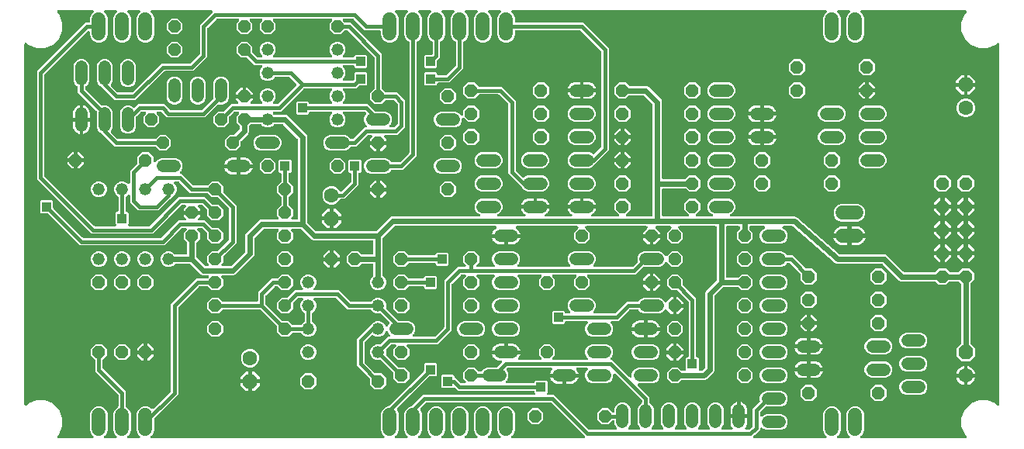
<source format=gbr>
G04 EAGLE Gerber RS-274X export*
G75*
%MOMM*%
%FSLAX34Y34*%
%LPD*%
%INTop Copper*%
%IPPOS*%
%AMOC8*
5,1,8,0,0,1.08239X$1,22.5*%
G01*
%ADD10P,1.732040X8X292.500000*%
%ADD11C,1.600200*%
%ADD12C,1.320800*%
%ADD13P,1.429621X8X202.500000*%
%ADD14P,1.429621X8X22.500000*%
%ADD15P,1.539592X8X292.500000*%
%ADD16P,1.732040X8X112.500000*%
%ADD17P,1.429621X8X112.500000*%
%ADD18P,1.429621X8X292.500000*%
%ADD19C,1.524000*%
%ADD20C,1.320800*%
%ADD21R,1.006400X1.006400*%
%ADD22C,0.609600*%
%ADD23C,0.406400*%

G36*
X399331Y7632D02*
X399331Y7632D01*
X399431Y7634D01*
X399503Y7652D01*
X399577Y7661D01*
X399671Y7694D01*
X399769Y7719D01*
X399835Y7753D01*
X399905Y7778D01*
X399989Y7833D01*
X400079Y7879D01*
X400135Y7927D01*
X400198Y7967D01*
X400268Y8039D01*
X400344Y8104D01*
X400388Y8164D01*
X400440Y8218D01*
X400492Y8304D01*
X400551Y8385D01*
X400581Y8453D01*
X400619Y8517D01*
X400650Y8613D01*
X400689Y8705D01*
X400702Y8778D01*
X400725Y8849D01*
X400733Y8949D01*
X400751Y9048D01*
X400747Y9122D01*
X400753Y9196D01*
X400738Y9296D01*
X400733Y9396D01*
X400712Y9467D01*
X400701Y9541D01*
X400664Y9634D01*
X400637Y9731D01*
X400600Y9796D01*
X400573Y9865D01*
X400515Y9947D01*
X400466Y10035D01*
X400401Y10111D01*
X400374Y10151D01*
X400347Y10175D01*
X400308Y10221D01*
X398217Y12312D01*
X396747Y15860D01*
X396747Y34940D01*
X398217Y38488D01*
X400932Y41203D01*
X404480Y42673D01*
X404593Y42673D01*
X404719Y42687D01*
X404845Y42694D01*
X404892Y42707D01*
X404940Y42713D01*
X405059Y42755D01*
X405180Y42790D01*
X405222Y42814D01*
X405268Y42830D01*
X405374Y42899D01*
X405484Y42960D01*
X405531Y43000D01*
X405561Y43019D01*
X405594Y43054D01*
X405670Y43119D01*
X443339Y80788D01*
X443418Y80887D01*
X443502Y80980D01*
X443526Y81023D01*
X443556Y81061D01*
X443610Y81175D01*
X443671Y81285D01*
X443684Y81332D01*
X443705Y81376D01*
X443731Y81499D01*
X443766Y81621D01*
X443771Y81682D01*
X443778Y81716D01*
X443777Y81764D01*
X443785Y81865D01*
X443785Y88424D01*
X444976Y89615D01*
X456724Y89615D01*
X457915Y88424D01*
X457915Y76676D01*
X456724Y75485D01*
X450165Y75485D01*
X450039Y75471D01*
X449913Y75464D01*
X449866Y75451D01*
X449818Y75445D01*
X449699Y75403D01*
X449578Y75368D01*
X449536Y75344D01*
X449490Y75328D01*
X449384Y75259D01*
X449274Y75198D01*
X449228Y75158D01*
X449198Y75139D01*
X449164Y75104D01*
X449088Y75039D01*
X414637Y40588D01*
X414621Y40568D01*
X414601Y40551D01*
X414512Y40431D01*
X414420Y40315D01*
X414409Y40292D01*
X414393Y40271D01*
X414335Y40134D01*
X414271Y40000D01*
X414266Y39975D01*
X414255Y39951D01*
X414229Y39804D01*
X414198Y39660D01*
X414198Y39634D01*
X414194Y39608D01*
X414201Y39459D01*
X414204Y39311D01*
X414210Y39286D01*
X414212Y39260D01*
X414253Y39117D01*
X414289Y38973D01*
X414301Y38950D01*
X414308Y38925D01*
X414380Y38795D01*
X414449Y38663D01*
X414466Y38643D01*
X414478Y38620D01*
X414576Y38506D01*
X416053Y34940D01*
X416053Y15860D01*
X414583Y12312D01*
X412492Y10221D01*
X412430Y10143D01*
X412360Y10070D01*
X412322Y10006D01*
X412275Y9948D01*
X412233Y9857D01*
X412181Y9771D01*
X412158Y9700D01*
X412127Y9633D01*
X412105Y9535D01*
X412075Y9439D01*
X412069Y9365D01*
X412053Y9292D01*
X412055Y9192D01*
X412047Y9092D01*
X412058Y9018D01*
X412059Y8944D01*
X412084Y8847D01*
X412099Y8747D01*
X412126Y8678D01*
X412144Y8606D01*
X412190Y8517D01*
X412227Y8423D01*
X412270Y8362D01*
X412304Y8296D01*
X412369Y8220D01*
X412426Y8137D01*
X412481Y8087D01*
X412530Y8031D01*
X412610Y7971D01*
X412685Y7904D01*
X412750Y7868D01*
X412810Y7823D01*
X412902Y7784D01*
X412990Y7735D01*
X413062Y7715D01*
X413130Y7685D01*
X413229Y7668D01*
X413325Y7640D01*
X413425Y7632D01*
X413473Y7624D01*
X413509Y7626D01*
X413569Y7621D01*
X424631Y7621D01*
X424731Y7632D01*
X424831Y7634D01*
X424903Y7652D01*
X424977Y7661D01*
X425071Y7694D01*
X425169Y7719D01*
X425235Y7753D01*
X425305Y7778D01*
X425389Y7833D01*
X425479Y7879D01*
X425535Y7927D01*
X425598Y7967D01*
X425668Y8039D01*
X425744Y8104D01*
X425788Y8164D01*
X425840Y8218D01*
X425892Y8304D01*
X425951Y8385D01*
X425981Y8453D01*
X426019Y8517D01*
X426050Y8613D01*
X426089Y8705D01*
X426102Y8778D01*
X426125Y8849D01*
X426133Y8949D01*
X426151Y9048D01*
X426147Y9122D01*
X426153Y9196D01*
X426138Y9296D01*
X426133Y9396D01*
X426112Y9467D01*
X426101Y9541D01*
X426064Y9634D01*
X426037Y9731D01*
X426000Y9796D01*
X425973Y9865D01*
X425915Y9947D01*
X425866Y10035D01*
X425801Y10111D01*
X425774Y10151D01*
X425747Y10175D01*
X425708Y10221D01*
X423617Y12312D01*
X422147Y15860D01*
X422147Y34940D01*
X423617Y38488D01*
X426332Y41203D01*
X429880Y42673D01*
X429993Y42673D01*
X430119Y42687D01*
X430245Y42694D01*
X430292Y42707D01*
X430340Y42713D01*
X430459Y42755D01*
X430580Y42790D01*
X430622Y42814D01*
X430668Y42830D01*
X430774Y42899D01*
X430884Y42960D01*
X430930Y43000D01*
X430960Y43019D01*
X430994Y43054D01*
X431070Y43119D01*
X442816Y54865D01*
X563519Y54865D01*
X563619Y54876D01*
X563719Y54878D01*
X563791Y54896D01*
X563865Y54905D01*
X563960Y54938D01*
X564057Y54963D01*
X564123Y54997D01*
X564193Y55022D01*
X564278Y55077D01*
X564367Y55123D01*
X564424Y55171D01*
X564486Y55211D01*
X564556Y55283D01*
X564633Y55348D01*
X564677Y55408D01*
X564728Y55462D01*
X564780Y55548D01*
X564840Y55629D01*
X564869Y55697D01*
X564907Y55761D01*
X564938Y55856D01*
X564978Y55949D01*
X564991Y56022D01*
X565013Y56093D01*
X565022Y56193D01*
X565039Y56292D01*
X565035Y56366D01*
X565041Y56440D01*
X565027Y56539D01*
X565021Y56640D01*
X565001Y56711D01*
X564990Y56785D01*
X564953Y56878D01*
X564925Y56975D01*
X564888Y57040D01*
X564861Y57109D01*
X564804Y57191D01*
X564755Y57279D01*
X564690Y57355D01*
X564662Y57395D01*
X564636Y57419D01*
X564596Y57465D01*
X564435Y57626D01*
X564435Y57912D01*
X564433Y57928D01*
X564434Y57940D01*
X564433Y57949D01*
X564434Y57964D01*
X564412Y58111D01*
X564395Y58258D01*
X564387Y58283D01*
X564383Y58309D01*
X564328Y58447D01*
X564278Y58586D01*
X564264Y58608D01*
X564254Y58633D01*
X564169Y58754D01*
X564089Y58879D01*
X564070Y58897D01*
X564055Y58919D01*
X563945Y59018D01*
X563838Y59121D01*
X563816Y59135D01*
X563796Y59152D01*
X563666Y59224D01*
X563539Y59300D01*
X563514Y59308D01*
X563491Y59321D01*
X563348Y59361D01*
X563207Y59406D01*
X563181Y59408D01*
X563156Y59416D01*
X562912Y59435D01*
X480916Y59435D01*
X477747Y62604D01*
X477727Y62621D01*
X477710Y62641D01*
X477590Y62729D01*
X477474Y62821D01*
X477451Y62832D01*
X477429Y62848D01*
X477293Y62907D01*
X477159Y62970D01*
X477133Y62975D01*
X477109Y62986D01*
X476963Y63012D01*
X476818Y63043D01*
X476792Y63043D01*
X476766Y63047D01*
X476618Y63040D01*
X476470Y63037D01*
X476445Y63031D01*
X476418Y63030D01*
X476276Y62988D01*
X476132Y62952D01*
X476109Y62940D01*
X476084Y62933D01*
X475954Y62860D01*
X475822Y62793D01*
X475814Y62785D01*
X464026Y62785D01*
X462835Y63976D01*
X462835Y75724D01*
X464026Y76915D01*
X475774Y76915D01*
X476965Y75724D01*
X476965Y75438D01*
X476968Y75412D01*
X476966Y75386D01*
X476988Y75239D01*
X477005Y75092D01*
X477013Y75067D01*
X477017Y75041D01*
X477072Y74903D01*
X477122Y74764D01*
X477136Y74742D01*
X477146Y74717D01*
X477231Y74596D01*
X477311Y74471D01*
X477330Y74453D01*
X477345Y74431D01*
X477455Y74332D01*
X477562Y74229D01*
X477584Y74215D01*
X477604Y74198D01*
X477709Y74140D01*
X483838Y68011D01*
X483937Y67932D01*
X484030Y67848D01*
X484073Y67824D01*
X484111Y67794D01*
X484225Y67740D01*
X484335Y67679D01*
X484382Y67666D01*
X484426Y67645D01*
X484549Y67619D01*
X484671Y67584D01*
X484732Y67579D01*
X484766Y67572D01*
X484814Y67573D01*
X484915Y67565D01*
X488044Y67565D01*
X488144Y67576D01*
X488244Y67578D01*
X488316Y67596D01*
X488390Y67605D01*
X488484Y67638D01*
X488582Y67663D01*
X488648Y67697D01*
X488718Y67722D01*
X488802Y67777D01*
X488892Y67823D01*
X488948Y67871D01*
X489011Y67911D01*
X489081Y67983D01*
X489157Y68048D01*
X489201Y68108D01*
X489253Y68162D01*
X489305Y68248D01*
X489364Y68329D01*
X489394Y68397D01*
X489432Y68461D01*
X489462Y68557D01*
X489502Y68649D01*
X489515Y68722D01*
X489538Y68793D01*
X489546Y68893D01*
X489564Y68992D01*
X489560Y69066D01*
X489566Y69140D01*
X489551Y69240D01*
X489546Y69340D01*
X489525Y69411D01*
X489514Y69485D01*
X489477Y69578D01*
X489449Y69675D01*
X489413Y69740D01*
X489386Y69809D01*
X489328Y69891D01*
X489279Y69979D01*
X489214Y70055D01*
X489187Y70095D01*
X489160Y70119D01*
X489121Y70165D01*
X486663Y72623D01*
X486663Y79777D01*
X491723Y84837D01*
X498877Y84837D01*
X503003Y80711D01*
X503102Y80632D01*
X503196Y80548D01*
X503238Y80524D01*
X503276Y80494D01*
X503390Y80440D01*
X503501Y80379D01*
X503548Y80366D01*
X503591Y80345D01*
X503715Y80319D01*
X503837Y80284D01*
X503897Y80279D01*
X503932Y80272D01*
X503980Y80273D01*
X504080Y80265D01*
X505414Y80265D01*
X505489Y80273D01*
X505566Y80272D01*
X505662Y80293D01*
X505760Y80305D01*
X505832Y80330D01*
X505906Y80347D01*
X505995Y80389D01*
X506088Y80422D01*
X506152Y80464D01*
X506221Y80496D01*
X506298Y80558D01*
X506381Y80611D01*
X506434Y80666D01*
X506493Y80714D01*
X506554Y80791D01*
X506623Y80862D01*
X506662Y80927D01*
X506709Y80987D01*
X506752Y81070D01*
X509204Y83522D01*
X512378Y84837D01*
X522957Y84837D01*
X523083Y84851D01*
X523209Y84858D01*
X523256Y84871D01*
X523304Y84877D01*
X523423Y84919D01*
X523544Y84954D01*
X523586Y84978D01*
X523632Y84994D01*
X523738Y85063D01*
X523848Y85124D01*
X523895Y85164D01*
X523925Y85183D01*
X523958Y85218D01*
X524034Y85283D01*
X528607Y89855D01*
X528669Y89933D01*
X528739Y90006D01*
X528777Y90070D01*
X528823Y90128D01*
X528866Y90219D01*
X528918Y90305D01*
X528940Y90376D01*
X528972Y90443D01*
X528993Y90541D01*
X529024Y90637D01*
X529030Y90711D01*
X529045Y90784D01*
X529044Y90884D01*
X529052Y90984D01*
X529041Y91058D01*
X529039Y91132D01*
X529015Y91229D01*
X529000Y91329D01*
X528973Y91398D01*
X528954Y91470D01*
X528908Y91560D01*
X528871Y91653D01*
X528829Y91714D01*
X528795Y91780D01*
X528730Y91857D01*
X528672Y91939D01*
X528617Y91989D01*
X528569Y92045D01*
X528488Y92105D01*
X528414Y92172D01*
X528349Y92208D01*
X528289Y92253D01*
X528197Y92292D01*
X528109Y92341D01*
X528037Y92361D01*
X527969Y92391D01*
X527870Y92408D01*
X527773Y92436D01*
X527673Y92444D01*
X527626Y92452D01*
X527590Y92450D01*
X527529Y92455D01*
X526076Y92455D01*
X524654Y92680D01*
X523286Y93125D01*
X522003Y93779D01*
X520839Y94625D01*
X519821Y95643D01*
X518975Y96807D01*
X518321Y98090D01*
X517876Y99458D01*
X517859Y99569D01*
X532892Y99569D01*
X532918Y99572D01*
X532944Y99570D01*
X533091Y99592D01*
X533238Y99609D01*
X533263Y99617D01*
X533289Y99621D01*
X533396Y99664D01*
X533472Y99643D01*
X533613Y99598D01*
X533639Y99595D01*
X533664Y99588D01*
X533908Y99569D01*
X548941Y99569D01*
X548924Y99458D01*
X548479Y98090D01*
X547825Y96807D01*
X546979Y95643D01*
X546902Y95565D01*
X546839Y95486D01*
X546769Y95414D01*
X546731Y95350D01*
X546685Y95292D01*
X546642Y95201D01*
X546591Y95115D01*
X546568Y95044D01*
X546536Y94977D01*
X546515Y94879D01*
X546484Y94783D01*
X546478Y94709D01*
X546463Y94636D01*
X546464Y94536D01*
X546456Y94436D01*
X546467Y94362D01*
X546469Y94288D01*
X546493Y94191D01*
X546508Y94091D01*
X546536Y94022D01*
X546554Y93950D01*
X546600Y93861D01*
X546637Y93767D01*
X546679Y93706D01*
X546713Y93640D01*
X546779Y93563D01*
X546836Y93481D01*
X546891Y93431D01*
X546939Y93375D01*
X547020Y93315D01*
X547095Y93248D01*
X547160Y93212D01*
X547219Y93168D01*
X547312Y93128D01*
X547400Y93079D01*
X547471Y93059D01*
X547539Y93029D01*
X547638Y93012D01*
X547735Y92984D01*
X547835Y92976D01*
X547882Y92968D01*
X547918Y92970D01*
X547979Y92965D01*
X570594Y92965D01*
X570694Y92976D01*
X570794Y92978D01*
X570866Y92996D01*
X570940Y93005D01*
X571034Y93038D01*
X571132Y93063D01*
X571198Y93097D01*
X571268Y93122D01*
X571352Y93177D01*
X571442Y93223D01*
X571498Y93271D01*
X571561Y93311D01*
X571631Y93383D01*
X571707Y93448D01*
X571751Y93508D01*
X571803Y93562D01*
X571855Y93648D01*
X571914Y93729D01*
X571944Y93797D01*
X571982Y93861D01*
X572012Y93957D01*
X572052Y94049D01*
X572065Y94122D01*
X572088Y94193D01*
X572096Y94293D01*
X572114Y94392D01*
X572110Y94466D01*
X572116Y94540D01*
X572101Y94640D01*
X572096Y94740D01*
X572075Y94811D01*
X572064Y94885D01*
X572027Y94978D01*
X571999Y95075D01*
X571963Y95140D01*
X571936Y95209D01*
X571878Y95291D01*
X571829Y95379D01*
X571764Y95455D01*
X571737Y95495D01*
X571710Y95519D01*
X571671Y95565D01*
X569213Y98023D01*
X569213Y105177D01*
X574273Y110237D01*
X581427Y110237D01*
X586487Y105177D01*
X586487Y98023D01*
X584029Y95565D01*
X583967Y95487D01*
X583897Y95414D01*
X583859Y95350D01*
X583813Y95292D01*
X583770Y95201D01*
X583718Y95115D01*
X583695Y95044D01*
X583664Y94977D01*
X583643Y94879D01*
X583612Y94783D01*
X583606Y94709D01*
X583590Y94636D01*
X583592Y94536D01*
X583584Y94436D01*
X583595Y94362D01*
X583596Y94288D01*
X583621Y94191D01*
X583636Y94091D01*
X583663Y94022D01*
X583681Y93950D01*
X583727Y93861D01*
X583764Y93767D01*
X583807Y93706D01*
X583841Y93640D01*
X583906Y93564D01*
X583963Y93481D01*
X584019Y93431D01*
X584067Y93375D01*
X584148Y93315D01*
X584222Y93248D01*
X584287Y93212D01*
X584347Y93167D01*
X584439Y93128D01*
X584527Y93079D01*
X584599Y93059D01*
X584667Y93029D01*
X584766Y93012D01*
X584863Y92984D01*
X584963Y92976D01*
X585010Y92968D01*
X585046Y92970D01*
X585106Y92965D01*
X621140Y92965D01*
X621239Y92976D01*
X621340Y92978D01*
X621412Y92996D01*
X621486Y93005D01*
X621580Y93038D01*
X621678Y93063D01*
X621744Y93097D01*
X621814Y93122D01*
X621898Y93177D01*
X621988Y93223D01*
X622044Y93271D01*
X622107Y93311D01*
X622177Y93383D01*
X622253Y93448D01*
X622297Y93508D01*
X622349Y93562D01*
X622400Y93648D01*
X622460Y93729D01*
X622490Y93797D01*
X622528Y93861D01*
X622558Y93957D01*
X622598Y94049D01*
X622611Y94122D01*
X622634Y94193D01*
X622642Y94293D01*
X622660Y94392D01*
X622656Y94466D01*
X622662Y94540D01*
X622647Y94640D01*
X622642Y94740D01*
X622621Y94811D01*
X622610Y94885D01*
X622573Y94978D01*
X622545Y95075D01*
X622509Y95140D01*
X622482Y95209D01*
X622424Y95291D01*
X622375Y95379D01*
X622310Y95455D01*
X622283Y95495D01*
X622256Y95519D01*
X622217Y95565D01*
X621074Y96708D01*
X619759Y99882D01*
X619759Y103318D01*
X621074Y106492D01*
X623504Y108922D01*
X626678Y110237D01*
X643322Y110237D01*
X646496Y108922D01*
X648926Y106492D01*
X650241Y103318D01*
X650241Y99882D01*
X648926Y96708D01*
X647783Y95565D01*
X647721Y95486D01*
X647651Y95414D01*
X647613Y95350D01*
X647567Y95292D01*
X647524Y95201D01*
X647472Y95115D01*
X647450Y95044D01*
X647418Y94977D01*
X647397Y94879D01*
X647366Y94783D01*
X647360Y94709D01*
X647344Y94636D01*
X647346Y94536D01*
X647338Y94436D01*
X647349Y94362D01*
X647350Y94288D01*
X647375Y94191D01*
X647390Y94091D01*
X647417Y94022D01*
X647435Y93950D01*
X647481Y93861D01*
X647518Y93767D01*
X647561Y93706D01*
X647595Y93640D01*
X647660Y93564D01*
X647717Y93481D01*
X647773Y93431D01*
X647821Y93375D01*
X647902Y93315D01*
X647976Y93248D01*
X648041Y93212D01*
X648101Y93167D01*
X648193Y93128D01*
X648281Y93079D01*
X648353Y93059D01*
X648421Y93029D01*
X648520Y93012D01*
X648617Y92984D01*
X648717Y92976D01*
X648764Y92968D01*
X648800Y92970D01*
X648860Y92965D01*
X649384Y92965D01*
X652211Y90138D01*
X667959Y74389D01*
X668037Y74327D01*
X668110Y74257D01*
X668174Y74219D01*
X668232Y74173D01*
X668323Y74130D01*
X668409Y74078D01*
X668480Y74056D01*
X668547Y74024D01*
X668645Y74003D01*
X668741Y73972D01*
X668815Y73966D01*
X668888Y73951D01*
X668988Y73952D01*
X669088Y73944D01*
X669162Y73955D01*
X669236Y73957D01*
X669333Y73981D01*
X669433Y73996D01*
X669502Y74023D01*
X669574Y74042D01*
X669664Y74088D01*
X669757Y74125D01*
X669818Y74167D01*
X669884Y74201D01*
X669961Y74266D01*
X670043Y74324D01*
X670093Y74379D01*
X670149Y74427D01*
X670209Y74508D01*
X670276Y74582D01*
X670312Y74647D01*
X670357Y74707D01*
X670396Y74799D01*
X670445Y74887D01*
X670465Y74959D01*
X670495Y75027D01*
X670512Y75126D01*
X670540Y75223D01*
X670548Y75323D01*
X670556Y75370D01*
X670554Y75406D01*
X670559Y75467D01*
X670559Y77918D01*
X671874Y81092D01*
X674304Y83522D01*
X677478Y84837D01*
X694122Y84837D01*
X697296Y83522D01*
X699726Y81092D01*
X701041Y77918D01*
X701041Y74482D01*
X699726Y71308D01*
X697296Y68878D01*
X694122Y67563D01*
X678463Y67563D01*
X678363Y67552D01*
X678262Y67550D01*
X678190Y67532D01*
X678116Y67523D01*
X678022Y67490D01*
X677924Y67465D01*
X677858Y67431D01*
X677788Y67406D01*
X677704Y67351D01*
X677615Y67305D01*
X677558Y67257D01*
X677495Y67217D01*
X677426Y67145D01*
X677349Y67080D01*
X677305Y67020D01*
X677253Y66966D01*
X677202Y66880D01*
X677142Y66799D01*
X677113Y66731D01*
X677074Y66667D01*
X677044Y66571D01*
X677004Y66479D01*
X676991Y66406D01*
X676968Y66335D01*
X676960Y66235D01*
X676942Y66136D01*
X676946Y66062D01*
X676940Y65988D01*
X676955Y65888D01*
X676960Y65788D01*
X676981Y65717D01*
X676992Y65643D01*
X677029Y65550D01*
X677057Y65453D01*
X677093Y65388D01*
X677121Y65319D01*
X677178Y65237D01*
X677227Y65149D01*
X677292Y65073D01*
X677320Y65033D01*
X677346Y65009D01*
X677385Y64963D01*
X689865Y52484D01*
X689865Y47036D01*
X689873Y46961D01*
X689872Y46884D01*
X689893Y46788D01*
X689905Y46690D01*
X689930Y46618D01*
X689947Y46544D01*
X689989Y46455D01*
X690022Y46362D01*
X690064Y46298D01*
X690096Y46229D01*
X690158Y46152D01*
X690211Y46069D01*
X690266Y46016D01*
X690314Y45957D01*
X690391Y45896D01*
X690462Y45827D01*
X690527Y45788D01*
X690587Y45741D01*
X690670Y45698D01*
X693122Y43246D01*
X694437Y40072D01*
X694437Y23428D01*
X693122Y20254D01*
X692233Y19365D01*
X692171Y19286D01*
X692101Y19214D01*
X692063Y19150D01*
X692017Y19092D01*
X691974Y19001D01*
X691922Y18915D01*
X691900Y18844D01*
X691868Y18777D01*
X691847Y18679D01*
X691816Y18583D01*
X691810Y18509D01*
X691794Y18436D01*
X691796Y18336D01*
X691788Y18236D01*
X691799Y18162D01*
X691800Y18088D01*
X691825Y17991D01*
X691840Y17891D01*
X691867Y17822D01*
X691885Y17750D01*
X691931Y17661D01*
X691968Y17567D01*
X692011Y17506D01*
X692045Y17440D01*
X692110Y17364D01*
X692167Y17281D01*
X692223Y17231D01*
X692271Y17175D01*
X692352Y17115D01*
X692426Y17048D01*
X692491Y17012D01*
X692551Y16967D01*
X692643Y16928D01*
X692731Y16879D01*
X692803Y16859D01*
X692871Y16829D01*
X692970Y16812D01*
X693067Y16784D01*
X693167Y16776D01*
X693214Y16768D01*
X693250Y16770D01*
X693310Y16765D01*
X703690Y16765D01*
X703789Y16776D01*
X703890Y16778D01*
X703962Y16796D01*
X704036Y16805D01*
X704131Y16839D01*
X704228Y16863D01*
X704294Y16897D01*
X704364Y16922D01*
X704448Y16977D01*
X704538Y17023D01*
X704594Y17071D01*
X704657Y17111D01*
X704727Y17183D01*
X704803Y17248D01*
X704847Y17308D01*
X704899Y17362D01*
X704951Y17448D01*
X705010Y17529D01*
X705040Y17597D01*
X705078Y17661D01*
X705108Y17757D01*
X705148Y17849D01*
X705161Y17922D01*
X705184Y17993D01*
X705192Y18093D01*
X705210Y18192D01*
X705206Y18266D01*
X705212Y18340D01*
X705197Y18440D01*
X705192Y18540D01*
X705171Y18611D01*
X705160Y18685D01*
X705123Y18778D01*
X705095Y18875D01*
X705059Y18940D01*
X705032Y19009D01*
X704974Y19091D01*
X704925Y19179D01*
X704860Y19255D01*
X704833Y19295D01*
X704806Y19319D01*
X704767Y19365D01*
X703878Y20254D01*
X702563Y23428D01*
X702563Y40072D01*
X703878Y43246D01*
X706308Y45676D01*
X709482Y46991D01*
X712918Y46991D01*
X716092Y45676D01*
X718522Y43246D01*
X719837Y40072D01*
X719837Y23428D01*
X718522Y20254D01*
X717633Y19365D01*
X717571Y19286D01*
X717501Y19214D01*
X717463Y19150D01*
X717417Y19092D01*
X717374Y19001D01*
X717322Y18915D01*
X717300Y18844D01*
X717268Y18777D01*
X717247Y18679D01*
X717216Y18583D01*
X717210Y18509D01*
X717194Y18436D01*
X717196Y18336D01*
X717188Y18236D01*
X717199Y18162D01*
X717200Y18088D01*
X717225Y17991D01*
X717240Y17891D01*
X717267Y17822D01*
X717285Y17750D01*
X717331Y17661D01*
X717368Y17567D01*
X717411Y17506D01*
X717445Y17440D01*
X717510Y17364D01*
X717567Y17281D01*
X717623Y17231D01*
X717671Y17175D01*
X717752Y17115D01*
X717826Y17048D01*
X717891Y17012D01*
X717951Y16967D01*
X718043Y16928D01*
X718131Y16879D01*
X718203Y16859D01*
X718271Y16829D01*
X718370Y16812D01*
X718467Y16784D01*
X718567Y16776D01*
X718614Y16768D01*
X718650Y16770D01*
X718710Y16765D01*
X729090Y16765D01*
X729189Y16776D01*
X729290Y16778D01*
X729362Y16796D01*
X729436Y16805D01*
X729531Y16839D01*
X729628Y16863D01*
X729694Y16897D01*
X729764Y16922D01*
X729848Y16977D01*
X729938Y17023D01*
X729994Y17071D01*
X730057Y17111D01*
X730127Y17183D01*
X730203Y17248D01*
X730247Y17308D01*
X730299Y17362D01*
X730351Y17448D01*
X730410Y17529D01*
X730440Y17597D01*
X730478Y17661D01*
X730508Y17757D01*
X730548Y17849D01*
X730561Y17922D01*
X730584Y17993D01*
X730592Y18093D01*
X730610Y18192D01*
X730606Y18266D01*
X730612Y18340D01*
X730597Y18440D01*
X730592Y18540D01*
X730571Y18611D01*
X730560Y18685D01*
X730523Y18778D01*
X730495Y18875D01*
X730459Y18940D01*
X730432Y19009D01*
X730374Y19091D01*
X730325Y19179D01*
X730260Y19255D01*
X730233Y19295D01*
X730206Y19319D01*
X730167Y19365D01*
X729278Y20254D01*
X727963Y23428D01*
X727963Y40072D01*
X729278Y43246D01*
X731708Y45676D01*
X734882Y46991D01*
X738318Y46991D01*
X741492Y45676D01*
X743922Y43246D01*
X745237Y40072D01*
X745237Y23428D01*
X743922Y20254D01*
X743033Y19365D01*
X742971Y19286D01*
X742901Y19214D01*
X742863Y19150D01*
X742817Y19092D01*
X742774Y19001D01*
X742722Y18915D01*
X742700Y18844D01*
X742668Y18777D01*
X742647Y18679D01*
X742616Y18583D01*
X742610Y18509D01*
X742594Y18436D01*
X742596Y18336D01*
X742588Y18236D01*
X742599Y18162D01*
X742600Y18088D01*
X742625Y17991D01*
X742640Y17891D01*
X742667Y17822D01*
X742685Y17750D01*
X742731Y17661D01*
X742768Y17567D01*
X742811Y17506D01*
X742845Y17440D01*
X742910Y17364D01*
X742967Y17281D01*
X743023Y17231D01*
X743071Y17175D01*
X743152Y17115D01*
X743226Y17048D01*
X743291Y17012D01*
X743351Y16967D01*
X743443Y16928D01*
X743531Y16879D01*
X743603Y16859D01*
X743671Y16829D01*
X743770Y16812D01*
X743867Y16784D01*
X743967Y16776D01*
X744014Y16768D01*
X744050Y16770D01*
X744110Y16765D01*
X754490Y16765D01*
X754589Y16776D01*
X754690Y16778D01*
X754762Y16796D01*
X754836Y16805D01*
X754931Y16839D01*
X755028Y16863D01*
X755094Y16897D01*
X755164Y16922D01*
X755248Y16977D01*
X755338Y17023D01*
X755394Y17071D01*
X755457Y17111D01*
X755527Y17183D01*
X755603Y17248D01*
X755647Y17308D01*
X755699Y17362D01*
X755751Y17448D01*
X755810Y17529D01*
X755840Y17597D01*
X755878Y17661D01*
X755908Y17757D01*
X755948Y17849D01*
X755961Y17922D01*
X755984Y17993D01*
X755992Y18093D01*
X756010Y18192D01*
X756006Y18266D01*
X756012Y18340D01*
X755997Y18440D01*
X755992Y18540D01*
X755971Y18611D01*
X755960Y18685D01*
X755923Y18778D01*
X755895Y18875D01*
X755859Y18940D01*
X755832Y19009D01*
X755774Y19091D01*
X755725Y19179D01*
X755660Y19255D01*
X755633Y19295D01*
X755606Y19319D01*
X755567Y19365D01*
X754678Y20254D01*
X753363Y23428D01*
X753363Y40072D01*
X754678Y43246D01*
X757108Y45676D01*
X760282Y46991D01*
X763718Y46991D01*
X766892Y45676D01*
X769322Y43246D01*
X770637Y40072D01*
X770637Y23428D01*
X769322Y20254D01*
X768433Y19365D01*
X768371Y19286D01*
X768301Y19214D01*
X768263Y19150D01*
X768217Y19092D01*
X768174Y19001D01*
X768122Y18915D01*
X768100Y18844D01*
X768068Y18777D01*
X768047Y18679D01*
X768016Y18583D01*
X768010Y18509D01*
X767994Y18436D01*
X767996Y18336D01*
X767988Y18236D01*
X767999Y18162D01*
X768000Y18088D01*
X768025Y17991D01*
X768040Y17891D01*
X768067Y17822D01*
X768085Y17750D01*
X768131Y17661D01*
X768168Y17567D01*
X768211Y17506D01*
X768245Y17440D01*
X768310Y17364D01*
X768367Y17281D01*
X768423Y17231D01*
X768471Y17175D01*
X768552Y17115D01*
X768626Y17048D01*
X768691Y17012D01*
X768751Y16967D01*
X768843Y16928D01*
X768931Y16879D01*
X769003Y16859D01*
X769071Y16829D01*
X769170Y16812D01*
X769267Y16784D01*
X769367Y16776D01*
X769414Y16768D01*
X769450Y16770D01*
X769510Y16765D01*
X779196Y16765D01*
X779351Y16783D01*
X779505Y16796D01*
X779523Y16802D01*
X779543Y16805D01*
X779689Y16857D01*
X779836Y16906D01*
X779852Y16916D01*
X779871Y16922D01*
X780001Y17006D01*
X780133Y17087D01*
X780147Y17101D01*
X780163Y17111D01*
X780271Y17223D01*
X780382Y17331D01*
X780392Y17348D01*
X780406Y17362D01*
X780485Y17495D01*
X780568Y17626D01*
X780575Y17644D01*
X780584Y17661D01*
X780632Y17808D01*
X780683Y17955D01*
X780685Y17974D01*
X780691Y17993D01*
X780703Y18147D01*
X780719Y18302D01*
X780717Y18321D01*
X780719Y18340D01*
X780696Y18493D01*
X780677Y18648D01*
X780670Y18666D01*
X780667Y18685D01*
X780610Y18829D01*
X780556Y18975D01*
X780544Y18994D01*
X780538Y19009D01*
X780513Y19045D01*
X780429Y19183D01*
X779579Y20353D01*
X778925Y21636D01*
X778480Y23004D01*
X778255Y24426D01*
X778255Y29719D01*
X786892Y29719D01*
X786918Y29722D01*
X786944Y29720D01*
X787091Y29742D01*
X787238Y29759D01*
X787263Y29767D01*
X787289Y29771D01*
X787396Y29814D01*
X787472Y29793D01*
X787613Y29748D01*
X787639Y29745D01*
X787664Y29738D01*
X787908Y29719D01*
X796545Y29719D01*
X796545Y24426D01*
X796320Y23004D01*
X795875Y21636D01*
X795221Y20353D01*
X794371Y19183D01*
X794295Y19048D01*
X794216Y18915D01*
X794210Y18897D01*
X794200Y18880D01*
X794156Y18730D01*
X794109Y18583D01*
X794108Y18564D01*
X794102Y18545D01*
X794094Y18390D01*
X794081Y18236D01*
X794084Y18217D01*
X794083Y18197D01*
X794110Y18045D01*
X794133Y17891D01*
X794140Y17873D01*
X794144Y17854D01*
X794204Y17712D01*
X794262Y17567D01*
X794273Y17551D01*
X794280Y17534D01*
X794372Y17408D01*
X794461Y17281D01*
X794475Y17268D01*
X794487Y17253D01*
X794604Y17151D01*
X794719Y17048D01*
X794736Y17038D01*
X794751Y17026D01*
X794888Y16954D01*
X795025Y16879D01*
X795043Y16874D01*
X795060Y16865D01*
X795211Y16827D01*
X795360Y16784D01*
X795383Y16782D01*
X795398Y16779D01*
X795442Y16778D01*
X795604Y16765D01*
X797785Y16765D01*
X797911Y16779D01*
X798037Y16786D01*
X798084Y16799D01*
X798132Y16805D01*
X798251Y16847D01*
X798372Y16882D01*
X798414Y16906D01*
X798460Y16922D01*
X798566Y16991D01*
X798676Y17052D01*
X798722Y17092D01*
X798752Y17111D01*
X798786Y17146D01*
X798862Y17211D01*
X801939Y20288D01*
X802007Y20373D01*
X802037Y20404D01*
X802043Y20415D01*
X802102Y20480D01*
X802126Y20523D01*
X802156Y20561D01*
X802210Y20675D01*
X802271Y20785D01*
X802284Y20832D01*
X802305Y20876D01*
X802331Y20999D01*
X802366Y21121D01*
X802371Y21182D01*
X802378Y21216D01*
X802377Y21264D01*
X802385Y21365D01*
X802385Y39784D01*
X805212Y42611D01*
X809957Y47355D01*
X810004Y47415D01*
X810059Y47468D01*
X810112Y47551D01*
X810173Y47628D01*
X810206Y47697D01*
X810247Y47762D01*
X810280Y47854D01*
X810322Y47943D01*
X810338Y48018D01*
X810364Y48090D01*
X810375Y48188D01*
X810396Y48284D01*
X810394Y48360D01*
X810403Y48436D01*
X810391Y48534D01*
X810390Y48632D01*
X810371Y48707D01*
X810362Y48782D01*
X810316Y48925D01*
X810305Y48970D01*
X810296Y48987D01*
X810287Y49015D01*
X810259Y49082D01*
X810259Y52518D01*
X811574Y55692D01*
X814004Y58122D01*
X817178Y59437D01*
X833822Y59437D01*
X836996Y58122D01*
X839426Y55692D01*
X840741Y52518D01*
X840741Y49082D01*
X839426Y45908D01*
X836996Y43478D01*
X833822Y42163D01*
X816893Y42163D01*
X816767Y42149D01*
X816641Y42142D01*
X816594Y42129D01*
X816546Y42123D01*
X816427Y42081D01*
X816306Y42046D01*
X816264Y42022D01*
X816218Y42006D01*
X816112Y41937D01*
X816002Y41876D01*
X815956Y41836D01*
X815926Y41817D01*
X815892Y41782D01*
X815816Y41717D01*
X810961Y36862D01*
X810882Y36763D01*
X810798Y36670D01*
X810774Y36627D01*
X810744Y36589D01*
X810690Y36475D01*
X810629Y36365D01*
X810616Y36318D01*
X810595Y36274D01*
X810569Y36151D01*
X810534Y36029D01*
X810529Y35968D01*
X810522Y35934D01*
X810523Y35886D01*
X810515Y35785D01*
X810515Y32910D01*
X810526Y32811D01*
X810528Y32710D01*
X810546Y32638D01*
X810555Y32564D01*
X810589Y32469D01*
X810613Y32372D01*
X810647Y32306D01*
X810672Y32236D01*
X810727Y32152D01*
X810773Y32062D01*
X810821Y32006D01*
X810861Y31943D01*
X810933Y31873D01*
X810998Y31797D01*
X811058Y31753D01*
X811112Y31701D01*
X811198Y31649D01*
X811279Y31590D01*
X811347Y31560D01*
X811411Y31522D01*
X811507Y31492D01*
X811599Y31452D01*
X811672Y31439D01*
X811743Y31416D01*
X811843Y31408D01*
X811942Y31390D01*
X812016Y31394D01*
X812090Y31388D01*
X812190Y31403D01*
X812290Y31408D01*
X812361Y31429D01*
X812435Y31440D01*
X812528Y31477D01*
X812625Y31505D01*
X812690Y31541D01*
X812759Y31568D01*
X812841Y31626D01*
X812929Y31675D01*
X813005Y31740D01*
X813045Y31767D01*
X813069Y31794D01*
X813115Y31833D01*
X814004Y32722D01*
X817178Y34037D01*
X833822Y34037D01*
X836996Y32722D01*
X839426Y30292D01*
X840741Y27118D01*
X840741Y23682D01*
X839426Y20508D01*
X836996Y18078D01*
X833822Y16763D01*
X817178Y16763D01*
X814004Y18078D01*
X813115Y18967D01*
X813036Y19029D01*
X812964Y19099D01*
X812900Y19137D01*
X812842Y19183D01*
X812751Y19226D01*
X812665Y19278D01*
X812594Y19300D01*
X812527Y19332D01*
X812429Y19353D01*
X812333Y19384D01*
X812259Y19390D01*
X812186Y19406D01*
X812086Y19404D01*
X811986Y19412D01*
X811912Y19401D01*
X811838Y19400D01*
X811741Y19375D01*
X811641Y19360D01*
X811572Y19333D01*
X811500Y19315D01*
X811411Y19269D01*
X811317Y19232D01*
X811256Y19189D01*
X811190Y19155D01*
X811114Y19090D01*
X811031Y19033D01*
X810981Y18977D01*
X810925Y18929D01*
X810865Y18848D01*
X810798Y18774D01*
X810762Y18709D01*
X810717Y18649D01*
X810678Y18557D01*
X810629Y18469D01*
X810609Y18397D01*
X810579Y18329D01*
X810562Y18230D01*
X810534Y18133D01*
X810526Y18033D01*
X810518Y17986D01*
X810520Y17950D01*
X810515Y17890D01*
X810515Y17366D01*
X804611Y11463D01*
X804611Y11462D01*
X803369Y10221D01*
X803307Y10142D01*
X803237Y10070D01*
X803199Y10006D01*
X803153Y9948D01*
X803110Y9857D01*
X803058Y9771D01*
X803036Y9700D01*
X803004Y9633D01*
X802983Y9535D01*
X802952Y9439D01*
X802946Y9365D01*
X802931Y9292D01*
X802932Y9192D01*
X802924Y9092D01*
X802935Y9018D01*
X802937Y8944D01*
X802961Y8847D01*
X802976Y8747D01*
X803003Y8678D01*
X803022Y8606D01*
X803068Y8517D01*
X803105Y8423D01*
X803147Y8362D01*
X803181Y8296D01*
X803246Y8220D01*
X803304Y8137D01*
X803359Y8087D01*
X803407Y8031D01*
X803488Y7971D01*
X803562Y7904D01*
X803627Y7868D01*
X803687Y7823D01*
X803779Y7784D01*
X803867Y7735D01*
X803939Y7715D01*
X804007Y7685D01*
X804106Y7668D01*
X804203Y7640D01*
X804303Y7632D01*
X804350Y7624D01*
X804386Y7626D01*
X804447Y7621D01*
X881831Y7621D01*
X881931Y7632D01*
X882031Y7634D01*
X882103Y7652D01*
X882177Y7661D01*
X882271Y7694D01*
X882369Y7719D01*
X882435Y7753D01*
X882505Y7778D01*
X882589Y7833D01*
X882679Y7879D01*
X882735Y7927D01*
X882798Y7967D01*
X882868Y8039D01*
X882944Y8104D01*
X882988Y8164D01*
X883040Y8218D01*
X883092Y8304D01*
X883151Y8385D01*
X883181Y8453D01*
X883219Y8517D01*
X883250Y8613D01*
X883289Y8705D01*
X883302Y8778D01*
X883325Y8849D01*
X883333Y8949D01*
X883351Y9048D01*
X883347Y9122D01*
X883353Y9196D01*
X883338Y9296D01*
X883333Y9396D01*
X883312Y9467D01*
X883301Y9541D01*
X883264Y9634D01*
X883237Y9731D01*
X883200Y9796D01*
X883173Y9865D01*
X883115Y9947D01*
X883066Y10035D01*
X883001Y10111D01*
X882974Y10151D01*
X882947Y10175D01*
X882908Y10221D01*
X880817Y12312D01*
X879347Y15860D01*
X879347Y34940D01*
X880817Y38488D01*
X883532Y41203D01*
X887080Y42673D01*
X890920Y42673D01*
X894468Y41203D01*
X897183Y38488D01*
X898653Y34940D01*
X898653Y15860D01*
X897183Y12312D01*
X895092Y10221D01*
X895030Y10143D01*
X894960Y10070D01*
X894922Y10006D01*
X894875Y9948D01*
X894833Y9857D01*
X894781Y9771D01*
X894758Y9700D01*
X894727Y9633D01*
X894705Y9535D01*
X894675Y9439D01*
X894669Y9365D01*
X894653Y9292D01*
X894655Y9192D01*
X894647Y9092D01*
X894658Y9018D01*
X894659Y8944D01*
X894684Y8847D01*
X894699Y8747D01*
X894726Y8678D01*
X894744Y8606D01*
X894790Y8517D01*
X894827Y8423D01*
X894870Y8362D01*
X894904Y8296D01*
X894969Y8220D01*
X895026Y8137D01*
X895081Y8087D01*
X895130Y8031D01*
X895210Y7971D01*
X895285Y7904D01*
X895350Y7868D01*
X895410Y7823D01*
X895502Y7784D01*
X895590Y7735D01*
X895662Y7715D01*
X895730Y7685D01*
X895829Y7668D01*
X895925Y7640D01*
X896025Y7632D01*
X896073Y7624D01*
X896109Y7626D01*
X896169Y7621D01*
X907231Y7621D01*
X907331Y7632D01*
X907431Y7634D01*
X907503Y7652D01*
X907577Y7661D01*
X907671Y7694D01*
X907769Y7719D01*
X907835Y7753D01*
X907905Y7778D01*
X907989Y7833D01*
X908079Y7879D01*
X908135Y7927D01*
X908198Y7967D01*
X908268Y8039D01*
X908344Y8104D01*
X908388Y8164D01*
X908440Y8218D01*
X908492Y8304D01*
X908551Y8385D01*
X908581Y8453D01*
X908619Y8517D01*
X908650Y8613D01*
X908689Y8705D01*
X908702Y8778D01*
X908725Y8849D01*
X908733Y8949D01*
X908751Y9048D01*
X908747Y9122D01*
X908753Y9196D01*
X908738Y9296D01*
X908733Y9396D01*
X908712Y9467D01*
X908701Y9541D01*
X908664Y9634D01*
X908637Y9731D01*
X908600Y9796D01*
X908573Y9865D01*
X908515Y9947D01*
X908466Y10035D01*
X908401Y10111D01*
X908374Y10151D01*
X908347Y10175D01*
X908308Y10221D01*
X906217Y12312D01*
X904747Y15860D01*
X904747Y34940D01*
X906217Y38488D01*
X908932Y41203D01*
X912480Y42673D01*
X916320Y42673D01*
X919868Y41203D01*
X922583Y38488D01*
X924053Y34940D01*
X924053Y15860D01*
X922583Y12312D01*
X920492Y10221D01*
X920430Y10143D01*
X920360Y10070D01*
X920322Y10006D01*
X920275Y9948D01*
X920233Y9857D01*
X920181Y9771D01*
X920158Y9700D01*
X920127Y9633D01*
X920105Y9535D01*
X920075Y9439D01*
X920069Y9365D01*
X920053Y9292D01*
X920055Y9192D01*
X920047Y9092D01*
X920058Y9018D01*
X920059Y8944D01*
X920084Y8847D01*
X920099Y8747D01*
X920126Y8678D01*
X920144Y8606D01*
X920190Y8517D01*
X920227Y8423D01*
X920270Y8362D01*
X920304Y8296D01*
X920369Y8220D01*
X920426Y8137D01*
X920481Y8087D01*
X920530Y8031D01*
X920610Y7971D01*
X920685Y7904D01*
X920750Y7868D01*
X920810Y7823D01*
X920902Y7784D01*
X920990Y7735D01*
X921062Y7715D01*
X921130Y7685D01*
X921229Y7668D01*
X921325Y7640D01*
X921425Y7632D01*
X921473Y7624D01*
X921509Y7626D01*
X921569Y7621D01*
X1034704Y7621D01*
X1034804Y7632D01*
X1034905Y7634D01*
X1034977Y7652D01*
X1035051Y7661D01*
X1035145Y7694D01*
X1035243Y7719D01*
X1035309Y7753D01*
X1035379Y7778D01*
X1035463Y7833D01*
X1035552Y7879D01*
X1035609Y7927D01*
X1035672Y7967D01*
X1035741Y8039D01*
X1035818Y8104D01*
X1035862Y8164D01*
X1035914Y8218D01*
X1035965Y8304D01*
X1036025Y8385D01*
X1036054Y8453D01*
X1036093Y8517D01*
X1036123Y8613D01*
X1036163Y8705D01*
X1036176Y8778D01*
X1036199Y8849D01*
X1036207Y8949D01*
X1036225Y9048D01*
X1036221Y9122D01*
X1036227Y9196D01*
X1036212Y9296D01*
X1036207Y9396D01*
X1036186Y9467D01*
X1036175Y9541D01*
X1036138Y9634D01*
X1036110Y9731D01*
X1036074Y9796D01*
X1036046Y9865D01*
X1035989Y9947D01*
X1035940Y10035D01*
X1035875Y10111D01*
X1035847Y10151D01*
X1035821Y10175D01*
X1035782Y10221D01*
X1034020Y11983D01*
X1030414Y20689D01*
X1030414Y30111D01*
X1034020Y38817D01*
X1040683Y45480D01*
X1049389Y49086D01*
X1058811Y49086D01*
X1067517Y45480D01*
X1069279Y43718D01*
X1069357Y43656D01*
X1069430Y43586D01*
X1069494Y43548D01*
X1069552Y43502D01*
X1069643Y43459D01*
X1069729Y43407D01*
X1069800Y43385D01*
X1069867Y43353D01*
X1069965Y43332D01*
X1070061Y43301D01*
X1070135Y43295D01*
X1070208Y43280D01*
X1070308Y43281D01*
X1070408Y43273D01*
X1070482Y43284D01*
X1070556Y43286D01*
X1070653Y43310D01*
X1070753Y43325D01*
X1070822Y43352D01*
X1070894Y43371D01*
X1070983Y43417D01*
X1071077Y43454D01*
X1071138Y43496D01*
X1071204Y43530D01*
X1071280Y43595D01*
X1071363Y43653D01*
X1071413Y43708D01*
X1071469Y43756D01*
X1071529Y43837D01*
X1071596Y43911D01*
X1071632Y43976D01*
X1071677Y44036D01*
X1071716Y44129D01*
X1071765Y44216D01*
X1071785Y44288D01*
X1071815Y44356D01*
X1071832Y44455D01*
X1071860Y44552D01*
X1071868Y44652D01*
X1071876Y44699D01*
X1071874Y44735D01*
X1071879Y44796D01*
X1071879Y437804D01*
X1071868Y437904D01*
X1071866Y438005D01*
X1071848Y438077D01*
X1071839Y438151D01*
X1071806Y438245D01*
X1071781Y438343D01*
X1071747Y438409D01*
X1071722Y438479D01*
X1071667Y438563D01*
X1071621Y438652D01*
X1071573Y438709D01*
X1071533Y438772D01*
X1071461Y438841D01*
X1071396Y438918D01*
X1071336Y438962D01*
X1071282Y439014D01*
X1071196Y439065D01*
X1071115Y439125D01*
X1071047Y439154D01*
X1070983Y439193D01*
X1070887Y439223D01*
X1070795Y439263D01*
X1070722Y439276D01*
X1070651Y439299D01*
X1070551Y439307D01*
X1070452Y439325D01*
X1070378Y439321D01*
X1070304Y439327D01*
X1070204Y439312D01*
X1070104Y439307D01*
X1070033Y439286D01*
X1069959Y439275D01*
X1069866Y439238D01*
X1069769Y439210D01*
X1069704Y439174D01*
X1069635Y439146D01*
X1069553Y439089D01*
X1069465Y439040D01*
X1069389Y438975D01*
X1069349Y438947D01*
X1069325Y438921D01*
X1069279Y438882D01*
X1067517Y437120D01*
X1058811Y433514D01*
X1049389Y433514D01*
X1040683Y437120D01*
X1034020Y443783D01*
X1030414Y452489D01*
X1030414Y461911D01*
X1034020Y470617D01*
X1035782Y472379D01*
X1035844Y472457D01*
X1035914Y472530D01*
X1035952Y472594D01*
X1035998Y472652D01*
X1036041Y472743D01*
X1036093Y472829D01*
X1036115Y472900D01*
X1036147Y472967D01*
X1036168Y473065D01*
X1036199Y473161D01*
X1036205Y473235D01*
X1036220Y473308D01*
X1036219Y473408D01*
X1036227Y473508D01*
X1036216Y473582D01*
X1036214Y473656D01*
X1036190Y473753D01*
X1036175Y473853D01*
X1036148Y473922D01*
X1036129Y473994D01*
X1036083Y474083D01*
X1036046Y474177D01*
X1036004Y474238D01*
X1035970Y474304D01*
X1035905Y474380D01*
X1035847Y474463D01*
X1035792Y474513D01*
X1035744Y474569D01*
X1035663Y474629D01*
X1035589Y474696D01*
X1035524Y474732D01*
X1035464Y474777D01*
X1035371Y474816D01*
X1035284Y474865D01*
X1035212Y474885D01*
X1035144Y474915D01*
X1035045Y474932D01*
X1034948Y474960D01*
X1034848Y474968D01*
X1034801Y474976D01*
X1034765Y474974D01*
X1034704Y474979D01*
X921569Y474979D01*
X921469Y474968D01*
X921369Y474966D01*
X921297Y474948D01*
X921223Y474939D01*
X921129Y474906D01*
X921031Y474881D01*
X920965Y474847D01*
X920895Y474822D01*
X920811Y474767D01*
X920721Y474721D01*
X920665Y474673D01*
X920602Y474633D01*
X920532Y474561D01*
X920456Y474496D01*
X920412Y474436D01*
X920360Y474382D01*
X920308Y474296D01*
X920249Y474215D01*
X920219Y474147D01*
X920181Y474083D01*
X920150Y473987D01*
X920111Y473895D01*
X920098Y473822D01*
X920075Y473751D01*
X920067Y473651D01*
X920049Y473552D01*
X920053Y473478D01*
X920047Y473404D01*
X920062Y473304D01*
X920067Y473204D01*
X920088Y473133D01*
X920099Y473059D01*
X920136Y472966D01*
X920163Y472869D01*
X920200Y472804D01*
X920227Y472735D01*
X920285Y472653D01*
X920334Y472565D01*
X920399Y472489D01*
X920426Y472449D01*
X920453Y472425D01*
X920492Y472379D01*
X922583Y470288D01*
X924053Y466740D01*
X924053Y447660D01*
X922583Y444112D01*
X919868Y441397D01*
X916320Y439927D01*
X912480Y439927D01*
X908932Y441397D01*
X906217Y444112D01*
X904747Y447660D01*
X904747Y466740D01*
X906217Y470288D01*
X908308Y472379D01*
X908370Y472457D01*
X908440Y472530D01*
X908478Y472594D01*
X908525Y472652D01*
X908567Y472743D01*
X908619Y472829D01*
X908642Y472900D01*
X908673Y472967D01*
X908695Y473065D01*
X908725Y473161D01*
X908731Y473235D01*
X908747Y473308D01*
X908745Y473408D01*
X908753Y473508D01*
X908742Y473582D01*
X908741Y473656D01*
X908716Y473753D01*
X908701Y473853D01*
X908674Y473922D01*
X908656Y473994D01*
X908610Y474083D01*
X908573Y474177D01*
X908530Y474238D01*
X908496Y474304D01*
X908431Y474380D01*
X908374Y474463D01*
X908319Y474513D01*
X908270Y474569D01*
X908190Y474629D01*
X908115Y474696D01*
X908050Y474732D01*
X907990Y474777D01*
X907898Y474816D01*
X907810Y474865D01*
X907738Y474885D01*
X907670Y474915D01*
X907571Y474932D01*
X907475Y474960D01*
X907375Y474968D01*
X907327Y474976D01*
X907291Y474974D01*
X907231Y474979D01*
X896169Y474979D01*
X896069Y474968D01*
X895969Y474966D01*
X895897Y474948D01*
X895823Y474939D01*
X895729Y474906D01*
X895631Y474881D01*
X895565Y474847D01*
X895495Y474822D01*
X895411Y474767D01*
X895321Y474721D01*
X895265Y474673D01*
X895202Y474633D01*
X895132Y474561D01*
X895056Y474496D01*
X895012Y474436D01*
X894960Y474382D01*
X894908Y474296D01*
X894849Y474215D01*
X894819Y474147D01*
X894781Y474083D01*
X894750Y473987D01*
X894711Y473895D01*
X894698Y473822D01*
X894675Y473751D01*
X894667Y473651D01*
X894649Y473552D01*
X894653Y473478D01*
X894647Y473404D01*
X894662Y473304D01*
X894667Y473204D01*
X894688Y473133D01*
X894699Y473059D01*
X894736Y472966D01*
X894763Y472869D01*
X894800Y472804D01*
X894827Y472735D01*
X894885Y472653D01*
X894934Y472565D01*
X894999Y472489D01*
X895026Y472449D01*
X895053Y472425D01*
X895092Y472379D01*
X897183Y470288D01*
X898653Y466740D01*
X898653Y447660D01*
X897183Y444112D01*
X894468Y441397D01*
X890920Y439927D01*
X887080Y439927D01*
X883532Y441397D01*
X880817Y444112D01*
X879347Y447660D01*
X879347Y466740D01*
X880817Y470288D01*
X882908Y472379D01*
X882970Y472457D01*
X883040Y472530D01*
X883078Y472594D01*
X883125Y472652D01*
X883167Y472743D01*
X883219Y472829D01*
X883242Y472900D01*
X883273Y472967D01*
X883295Y473065D01*
X883325Y473161D01*
X883331Y473235D01*
X883347Y473308D01*
X883345Y473408D01*
X883353Y473508D01*
X883342Y473582D01*
X883341Y473656D01*
X883316Y473753D01*
X883301Y473853D01*
X883274Y473922D01*
X883256Y473994D01*
X883210Y474083D01*
X883173Y474177D01*
X883130Y474238D01*
X883096Y474304D01*
X883031Y474380D01*
X882974Y474463D01*
X882919Y474513D01*
X882870Y474569D01*
X882790Y474629D01*
X882715Y474696D01*
X882650Y474732D01*
X882590Y474777D01*
X882498Y474816D01*
X882410Y474865D01*
X882338Y474885D01*
X882270Y474915D01*
X882171Y474932D01*
X882075Y474960D01*
X881975Y474968D01*
X881927Y474976D01*
X881891Y474974D01*
X881831Y474979D01*
X540569Y474979D01*
X540469Y474968D01*
X540369Y474966D01*
X540297Y474948D01*
X540223Y474939D01*
X540129Y474906D01*
X540031Y474881D01*
X539965Y474847D01*
X539895Y474822D01*
X539811Y474767D01*
X539721Y474721D01*
X539665Y474673D01*
X539602Y474633D01*
X539532Y474561D01*
X539456Y474496D01*
X539412Y474436D01*
X539360Y474382D01*
X539308Y474296D01*
X539249Y474215D01*
X539219Y474147D01*
X539181Y474083D01*
X539150Y473987D01*
X539111Y473895D01*
X539098Y473822D01*
X539075Y473751D01*
X539067Y473651D01*
X539049Y473552D01*
X539053Y473478D01*
X539047Y473404D01*
X539062Y473304D01*
X539067Y473204D01*
X539088Y473133D01*
X539099Y473059D01*
X539136Y472966D01*
X539163Y472869D01*
X539200Y472804D01*
X539227Y472735D01*
X539285Y472653D01*
X539334Y472565D01*
X539399Y472489D01*
X539426Y472449D01*
X539453Y472425D01*
X539492Y472379D01*
X541583Y470288D01*
X543053Y466740D01*
X543053Y462788D01*
X543056Y462762D01*
X543054Y462736D01*
X543076Y462589D01*
X543093Y462442D01*
X543101Y462417D01*
X543105Y462391D01*
X543160Y462253D01*
X543210Y462114D01*
X543224Y462092D01*
X543234Y462067D01*
X543319Y461946D01*
X543399Y461821D01*
X543418Y461803D01*
X543433Y461781D01*
X543543Y461682D01*
X543650Y461579D01*
X543672Y461565D01*
X543692Y461548D01*
X543822Y461476D01*
X543949Y461400D01*
X543974Y461392D01*
X543997Y461379D01*
X544140Y461339D01*
X544281Y461294D01*
X544307Y461292D01*
X544332Y461284D01*
X544576Y461265D01*
X617634Y461265D01*
X645415Y433484D01*
X645415Y322166D01*
X642588Y319339D01*
X630352Y307103D01*
X630350Y307102D01*
X630349Y307100D01*
X630238Y306960D01*
X630135Y306830D01*
X630134Y306828D01*
X630133Y306827D01*
X630021Y306609D01*
X629876Y306258D01*
X627446Y303828D01*
X624272Y302513D01*
X607628Y302513D01*
X604454Y303828D01*
X602024Y306258D01*
X600709Y309432D01*
X600709Y312868D01*
X602024Y316042D01*
X604454Y318472D01*
X607628Y319787D01*
X624272Y319787D01*
X627446Y318472D01*
X627758Y318160D01*
X627778Y318144D01*
X627795Y318124D01*
X627915Y318036D01*
X628031Y317944D01*
X628054Y317933D01*
X628076Y317917D01*
X628212Y317858D01*
X628346Y317795D01*
X628372Y317789D01*
X628396Y317779D01*
X628542Y317753D01*
X628687Y317721D01*
X628713Y317722D01*
X628739Y317717D01*
X628887Y317725D01*
X629035Y317727D01*
X629061Y317734D01*
X629087Y317735D01*
X629229Y317776D01*
X629373Y317812D01*
X629396Y317824D01*
X629422Y317832D01*
X629551Y317904D01*
X629683Y317972D01*
X629703Y317989D01*
X629726Y318002D01*
X629912Y318160D01*
X636839Y325088D01*
X636918Y325187D01*
X637002Y325280D01*
X637026Y325323D01*
X637056Y325361D01*
X637110Y325475D01*
X637171Y325585D01*
X637184Y325632D01*
X637205Y325676D01*
X637231Y325799D01*
X637266Y325921D01*
X637271Y325982D01*
X637278Y326016D01*
X637277Y326064D01*
X637285Y326165D01*
X637285Y429485D01*
X637271Y429611D01*
X637264Y429737D01*
X637251Y429784D01*
X637245Y429832D01*
X637203Y429951D01*
X637168Y430072D01*
X637144Y430114D01*
X637128Y430160D01*
X637059Y430266D01*
X636998Y430376D01*
X636958Y430422D01*
X636939Y430452D01*
X636904Y430486D01*
X636839Y430562D01*
X614712Y452689D01*
X614613Y452768D01*
X614520Y452852D01*
X614477Y452876D01*
X614439Y452906D01*
X614325Y452960D01*
X614215Y453021D01*
X614168Y453034D01*
X614124Y453055D01*
X614001Y453081D01*
X613879Y453116D01*
X613818Y453121D01*
X613784Y453128D01*
X613736Y453127D01*
X613635Y453135D01*
X544576Y453135D01*
X544550Y453132D01*
X544524Y453134D01*
X544377Y453112D01*
X544230Y453095D01*
X544205Y453087D01*
X544179Y453083D01*
X544041Y453028D01*
X543902Y452978D01*
X543880Y452964D01*
X543855Y452954D01*
X543734Y452869D01*
X543609Y452789D01*
X543591Y452770D01*
X543569Y452755D01*
X543470Y452645D01*
X543367Y452538D01*
X543353Y452516D01*
X543336Y452496D01*
X543264Y452366D01*
X543188Y452239D01*
X543180Y452214D01*
X543167Y452191D01*
X543127Y452048D01*
X543082Y451907D01*
X543080Y451881D01*
X543072Y451856D01*
X543053Y451612D01*
X543053Y447660D01*
X541583Y444112D01*
X538868Y441397D01*
X535320Y439927D01*
X531480Y439927D01*
X527932Y441397D01*
X525217Y444112D01*
X523747Y447660D01*
X523747Y466740D01*
X525217Y470288D01*
X527308Y472379D01*
X527370Y472457D01*
X527440Y472530D01*
X527478Y472594D01*
X527525Y472652D01*
X527567Y472743D01*
X527619Y472829D01*
X527642Y472900D01*
X527673Y472967D01*
X527695Y473065D01*
X527725Y473161D01*
X527731Y473235D01*
X527747Y473308D01*
X527745Y473408D01*
X527753Y473508D01*
X527742Y473582D01*
X527741Y473656D01*
X527716Y473753D01*
X527701Y473853D01*
X527674Y473922D01*
X527656Y473994D01*
X527610Y474083D01*
X527573Y474177D01*
X527530Y474238D01*
X527496Y474304D01*
X527431Y474380D01*
X527374Y474463D01*
X527319Y474513D01*
X527270Y474569D01*
X527190Y474629D01*
X527115Y474696D01*
X527050Y474732D01*
X526990Y474777D01*
X526898Y474816D01*
X526810Y474865D01*
X526738Y474885D01*
X526670Y474915D01*
X526571Y474932D01*
X526475Y474960D01*
X526375Y474968D01*
X526327Y474976D01*
X526291Y474974D01*
X526231Y474979D01*
X515169Y474979D01*
X515069Y474968D01*
X514969Y474966D01*
X514897Y474948D01*
X514823Y474939D01*
X514729Y474906D01*
X514631Y474881D01*
X514565Y474847D01*
X514495Y474822D01*
X514411Y474767D01*
X514321Y474721D01*
X514265Y474673D01*
X514202Y474633D01*
X514132Y474561D01*
X514056Y474496D01*
X514012Y474436D01*
X513960Y474382D01*
X513908Y474296D01*
X513849Y474215D01*
X513819Y474147D01*
X513781Y474083D01*
X513750Y473987D01*
X513711Y473895D01*
X513698Y473822D01*
X513675Y473751D01*
X513667Y473651D01*
X513649Y473552D01*
X513653Y473478D01*
X513647Y473404D01*
X513662Y473304D01*
X513667Y473204D01*
X513688Y473133D01*
X513699Y473059D01*
X513736Y472966D01*
X513763Y472869D01*
X513800Y472804D01*
X513827Y472735D01*
X513885Y472653D01*
X513934Y472565D01*
X513999Y472489D01*
X514026Y472449D01*
X514053Y472425D01*
X514092Y472379D01*
X516183Y470288D01*
X517653Y466740D01*
X517653Y447660D01*
X516183Y444112D01*
X513468Y441397D01*
X509920Y439927D01*
X506080Y439927D01*
X502532Y441397D01*
X499817Y444112D01*
X498347Y447660D01*
X498347Y466740D01*
X499817Y470288D01*
X501908Y472379D01*
X501970Y472457D01*
X502040Y472530D01*
X502078Y472594D01*
X502125Y472652D01*
X502167Y472743D01*
X502219Y472829D01*
X502242Y472900D01*
X502273Y472967D01*
X502295Y473065D01*
X502325Y473161D01*
X502331Y473235D01*
X502347Y473308D01*
X502345Y473408D01*
X502353Y473508D01*
X502342Y473582D01*
X502341Y473656D01*
X502316Y473753D01*
X502301Y473853D01*
X502274Y473922D01*
X502256Y473994D01*
X502210Y474083D01*
X502173Y474177D01*
X502130Y474238D01*
X502096Y474304D01*
X502031Y474380D01*
X501974Y474463D01*
X501919Y474513D01*
X501870Y474569D01*
X501790Y474629D01*
X501715Y474696D01*
X501650Y474732D01*
X501590Y474777D01*
X501498Y474816D01*
X501410Y474865D01*
X501338Y474885D01*
X501270Y474915D01*
X501171Y474932D01*
X501075Y474960D01*
X500975Y474968D01*
X500927Y474976D01*
X500891Y474974D01*
X500831Y474979D01*
X489769Y474979D01*
X489669Y474968D01*
X489569Y474966D01*
X489497Y474948D01*
X489423Y474939D01*
X489329Y474906D01*
X489231Y474881D01*
X489165Y474847D01*
X489095Y474822D01*
X489011Y474767D01*
X488921Y474721D01*
X488865Y474673D01*
X488802Y474633D01*
X488732Y474561D01*
X488656Y474496D01*
X488612Y474436D01*
X488560Y474382D01*
X488508Y474296D01*
X488449Y474215D01*
X488419Y474147D01*
X488381Y474083D01*
X488350Y473987D01*
X488311Y473895D01*
X488298Y473822D01*
X488275Y473751D01*
X488267Y473651D01*
X488249Y473552D01*
X488253Y473478D01*
X488247Y473404D01*
X488262Y473304D01*
X488267Y473204D01*
X488288Y473133D01*
X488299Y473059D01*
X488336Y472966D01*
X488363Y472869D01*
X488400Y472804D01*
X488427Y472735D01*
X488485Y472653D01*
X488534Y472565D01*
X488599Y472489D01*
X488626Y472449D01*
X488653Y472425D01*
X488692Y472379D01*
X490783Y470288D01*
X492253Y466740D01*
X492253Y447660D01*
X490783Y444112D01*
X488068Y441397D01*
X487605Y441205D01*
X487538Y441168D01*
X487467Y441140D01*
X487387Y441084D01*
X487300Y441036D01*
X487244Y440984D01*
X487181Y440941D01*
X487115Y440868D01*
X487042Y440802D01*
X486999Y440739D01*
X486948Y440682D01*
X486900Y440596D01*
X486844Y440515D01*
X486816Y440444D01*
X486779Y440377D01*
X486752Y440282D01*
X486716Y440191D01*
X486705Y440115D01*
X486684Y440042D01*
X486672Y439893D01*
X486665Y439846D01*
X486667Y439827D01*
X486665Y439798D01*
X486665Y411066D01*
X471584Y395985D01*
X459438Y395985D01*
X459412Y395982D01*
X459386Y395984D01*
X459239Y395962D01*
X459092Y395945D01*
X459067Y395937D01*
X459041Y395933D01*
X458903Y395878D01*
X458764Y395828D01*
X458742Y395814D01*
X458717Y395804D01*
X458596Y395719D01*
X458471Y395639D01*
X458453Y395620D01*
X458431Y395605D01*
X458332Y395495D01*
X458229Y395388D01*
X458215Y395366D01*
X458198Y395346D01*
X458126Y395216D01*
X458050Y395089D01*
X458042Y395064D01*
X458029Y395041D01*
X457989Y394898D01*
X457944Y394757D01*
X457942Y394731D01*
X457934Y394706D01*
X457915Y394462D01*
X457915Y394176D01*
X456724Y392985D01*
X444976Y392985D01*
X443785Y394176D01*
X443785Y405924D01*
X444976Y407115D01*
X456724Y407115D01*
X457915Y405924D01*
X457915Y405638D01*
X457918Y405612D01*
X457916Y405586D01*
X457938Y405439D01*
X457955Y405292D01*
X457963Y405267D01*
X457967Y405241D01*
X458022Y405103D01*
X458072Y404964D01*
X458086Y404942D01*
X458096Y404917D01*
X458181Y404796D01*
X458261Y404671D01*
X458280Y404653D01*
X458295Y404631D01*
X458405Y404532D01*
X458512Y404429D01*
X458534Y404415D01*
X458554Y404398D01*
X458684Y404326D01*
X458811Y404250D01*
X458836Y404242D01*
X458859Y404229D01*
X459002Y404189D01*
X459143Y404144D01*
X459169Y404142D01*
X459194Y404134D01*
X459438Y404115D01*
X467585Y404115D01*
X467711Y404129D01*
X467837Y404136D01*
X467884Y404149D01*
X467932Y404155D01*
X468051Y404197D01*
X468172Y404232D01*
X468214Y404256D01*
X468260Y404272D01*
X468366Y404341D01*
X468476Y404402D01*
X468522Y404442D01*
X468552Y404461D01*
X468586Y404496D01*
X468662Y404561D01*
X478089Y413988D01*
X478168Y414087D01*
X478252Y414180D01*
X478276Y414223D01*
X478306Y414261D01*
X478360Y414375D01*
X478421Y414485D01*
X478434Y414532D01*
X478455Y414576D01*
X478481Y414699D01*
X478516Y414821D01*
X478521Y414882D01*
X478528Y414916D01*
X478527Y414964D01*
X478535Y415065D01*
X478535Y439798D01*
X478527Y439874D01*
X478528Y439950D01*
X478507Y440046D01*
X478495Y440144D01*
X478470Y440216D01*
X478453Y440291D01*
X478411Y440380D01*
X478378Y440472D01*
X478336Y440536D01*
X478304Y440605D01*
X478242Y440682D01*
X478189Y440765D01*
X478134Y440818D01*
X478086Y440878D01*
X478009Y440939D01*
X477938Y441007D01*
X477873Y441046D01*
X477813Y441094D01*
X477680Y441162D01*
X477639Y441186D01*
X477621Y441192D01*
X477595Y441205D01*
X477132Y441397D01*
X474417Y444112D01*
X472947Y447660D01*
X472947Y466740D01*
X474417Y470288D01*
X476508Y472379D01*
X476570Y472457D01*
X476640Y472530D01*
X476678Y472594D01*
X476725Y472652D01*
X476767Y472743D01*
X476819Y472829D01*
X476842Y472900D01*
X476873Y472967D01*
X476895Y473065D01*
X476925Y473161D01*
X476931Y473235D01*
X476947Y473308D01*
X476945Y473408D01*
X476953Y473508D01*
X476942Y473582D01*
X476941Y473656D01*
X476916Y473753D01*
X476901Y473853D01*
X476874Y473922D01*
X476856Y473994D01*
X476810Y474083D01*
X476773Y474177D01*
X476730Y474238D01*
X476696Y474304D01*
X476631Y474380D01*
X476574Y474463D01*
X476519Y474513D01*
X476470Y474569D01*
X476390Y474629D01*
X476315Y474696D01*
X476250Y474732D01*
X476190Y474777D01*
X476098Y474816D01*
X476010Y474865D01*
X475938Y474885D01*
X475870Y474915D01*
X475771Y474932D01*
X475675Y474960D01*
X475575Y474968D01*
X475527Y474976D01*
X475491Y474974D01*
X475431Y474979D01*
X464369Y474979D01*
X464269Y474968D01*
X464169Y474966D01*
X464097Y474948D01*
X464023Y474939D01*
X463929Y474906D01*
X463831Y474881D01*
X463765Y474847D01*
X463695Y474822D01*
X463611Y474767D01*
X463521Y474721D01*
X463465Y474673D01*
X463402Y474633D01*
X463332Y474561D01*
X463256Y474496D01*
X463212Y474436D01*
X463160Y474382D01*
X463108Y474296D01*
X463049Y474215D01*
X463019Y474147D01*
X462981Y474083D01*
X462950Y473987D01*
X462911Y473895D01*
X462898Y473822D01*
X462875Y473751D01*
X462867Y473651D01*
X462849Y473552D01*
X462853Y473478D01*
X462847Y473404D01*
X462862Y473304D01*
X462867Y473204D01*
X462888Y473133D01*
X462899Y473059D01*
X462936Y472966D01*
X462963Y472869D01*
X463000Y472804D01*
X463027Y472735D01*
X463085Y472653D01*
X463134Y472565D01*
X463199Y472489D01*
X463226Y472449D01*
X463253Y472425D01*
X463292Y472379D01*
X465383Y470288D01*
X466853Y466740D01*
X466853Y447660D01*
X465383Y444112D01*
X462668Y441397D01*
X462205Y441205D01*
X462138Y441168D01*
X462067Y441140D01*
X461987Y441084D01*
X461900Y441036D01*
X461844Y440984D01*
X461781Y440941D01*
X461715Y440868D01*
X461642Y440802D01*
X461599Y440739D01*
X461548Y440682D01*
X461500Y440596D01*
X461444Y440515D01*
X461416Y440444D01*
X461379Y440377D01*
X461352Y440282D01*
X461316Y440191D01*
X461305Y440115D01*
X461284Y440042D01*
X461272Y439893D01*
X461265Y439846D01*
X461267Y439827D01*
X461265Y439798D01*
X461265Y423766D01*
X458361Y420862D01*
X458282Y420763D01*
X458198Y420670D01*
X458174Y420627D01*
X458144Y420589D01*
X458090Y420475D01*
X458029Y420365D01*
X458016Y420318D01*
X457995Y420274D01*
X457969Y420151D01*
X457934Y420029D01*
X457929Y419968D01*
X457922Y419934D01*
X457923Y419886D01*
X457915Y419785D01*
X457915Y413226D01*
X456724Y412035D01*
X444976Y412035D01*
X443785Y413226D01*
X443785Y424974D01*
X444976Y426165D01*
X451535Y426165D01*
X451661Y426179D01*
X451787Y426186D01*
X451834Y426199D01*
X451882Y426205D01*
X452001Y426247D01*
X452122Y426282D01*
X452164Y426306D01*
X452210Y426322D01*
X452316Y426391D01*
X452426Y426452D01*
X452472Y426492D01*
X452502Y426511D01*
X452536Y426546D01*
X452612Y426611D01*
X452689Y426688D01*
X452768Y426787D01*
X452852Y426880D01*
X452876Y426923D01*
X452906Y426961D01*
X452960Y427075D01*
X453021Y427185D01*
X453034Y427232D01*
X453055Y427276D01*
X453081Y427399D01*
X453116Y427521D01*
X453121Y427582D01*
X453128Y427616D01*
X453127Y427664D01*
X453135Y427765D01*
X453135Y439798D01*
X453127Y439874D01*
X453128Y439950D01*
X453107Y440046D01*
X453095Y440144D01*
X453070Y440216D01*
X453053Y440291D01*
X453011Y440380D01*
X452978Y440472D01*
X452936Y440536D01*
X452904Y440605D01*
X452842Y440682D01*
X452789Y440765D01*
X452734Y440818D01*
X452686Y440878D01*
X452609Y440939D01*
X452538Y441007D01*
X452473Y441046D01*
X452413Y441094D01*
X452280Y441162D01*
X452239Y441186D01*
X452221Y441192D01*
X452195Y441205D01*
X451732Y441397D01*
X449017Y444112D01*
X447547Y447660D01*
X447547Y466740D01*
X449017Y470288D01*
X451108Y472379D01*
X451170Y472457D01*
X451240Y472530D01*
X451278Y472594D01*
X451325Y472652D01*
X451367Y472743D01*
X451419Y472829D01*
X451442Y472900D01*
X451473Y472967D01*
X451495Y473065D01*
X451525Y473161D01*
X451531Y473235D01*
X451547Y473308D01*
X451545Y473408D01*
X451553Y473508D01*
X451542Y473582D01*
X451541Y473656D01*
X451516Y473753D01*
X451501Y473853D01*
X451474Y473922D01*
X451456Y473994D01*
X451410Y474083D01*
X451373Y474177D01*
X451330Y474238D01*
X451296Y474304D01*
X451231Y474380D01*
X451174Y474463D01*
X451119Y474513D01*
X451070Y474569D01*
X450990Y474629D01*
X450915Y474696D01*
X450850Y474732D01*
X450790Y474777D01*
X450698Y474816D01*
X450610Y474865D01*
X450538Y474885D01*
X450470Y474915D01*
X450371Y474932D01*
X450275Y474960D01*
X450175Y474968D01*
X450127Y474976D01*
X450091Y474974D01*
X450031Y474979D01*
X438969Y474979D01*
X438869Y474968D01*
X438769Y474966D01*
X438697Y474948D01*
X438623Y474939D01*
X438529Y474906D01*
X438431Y474881D01*
X438365Y474847D01*
X438295Y474822D01*
X438211Y474767D01*
X438121Y474721D01*
X438065Y474673D01*
X438002Y474633D01*
X437932Y474561D01*
X437856Y474496D01*
X437812Y474436D01*
X437760Y474382D01*
X437708Y474296D01*
X437649Y474215D01*
X437619Y474147D01*
X437581Y474083D01*
X437550Y473987D01*
X437511Y473895D01*
X437498Y473822D01*
X437475Y473751D01*
X437467Y473651D01*
X437449Y473552D01*
X437453Y473478D01*
X437447Y473404D01*
X437462Y473304D01*
X437467Y473204D01*
X437488Y473133D01*
X437499Y473059D01*
X437536Y472966D01*
X437563Y472869D01*
X437600Y472804D01*
X437627Y472735D01*
X437685Y472653D01*
X437734Y472565D01*
X437799Y472489D01*
X437826Y472449D01*
X437853Y472425D01*
X437892Y472379D01*
X439983Y470288D01*
X441453Y466740D01*
X441453Y447660D01*
X439983Y444112D01*
X437268Y441397D01*
X436805Y441205D01*
X436738Y441168D01*
X436667Y441140D01*
X436587Y441084D01*
X436500Y441036D01*
X436444Y440984D01*
X436381Y440941D01*
X436315Y440868D01*
X436242Y440802D01*
X436199Y440739D01*
X436148Y440682D01*
X436100Y440596D01*
X436044Y440515D01*
X436016Y440444D01*
X435979Y440377D01*
X435952Y440282D01*
X435916Y440191D01*
X435905Y440115D01*
X435884Y440042D01*
X435872Y439893D01*
X435865Y439846D01*
X435867Y439827D01*
X435865Y439798D01*
X435865Y315816D01*
X420784Y300735D01*
X408986Y300735D01*
X408911Y300727D01*
X408834Y300728D01*
X408738Y300707D01*
X408640Y300695D01*
X408568Y300670D01*
X408494Y300653D01*
X408405Y300611D01*
X408312Y300578D01*
X408248Y300536D01*
X408179Y300504D01*
X408102Y300442D01*
X408019Y300389D01*
X407966Y300334D01*
X407907Y300286D01*
X407846Y300209D01*
X407777Y300138D01*
X407738Y300073D01*
X407691Y300013D01*
X407648Y299930D01*
X405196Y297478D01*
X402022Y296163D01*
X385378Y296163D01*
X382204Y297478D01*
X379774Y299908D01*
X378459Y303082D01*
X378459Y306518D01*
X379774Y309692D01*
X382204Y312122D01*
X385378Y313437D01*
X402022Y313437D01*
X405196Y312122D01*
X407640Y309678D01*
X407645Y309667D01*
X407701Y309586D01*
X407749Y309500D01*
X407800Y309444D01*
X407843Y309381D01*
X407916Y309315D01*
X407983Y309242D01*
X408046Y309199D01*
X408102Y309148D01*
X408188Y309100D01*
X408269Y309044D01*
X408340Y309016D01*
X408407Y308979D01*
X408502Y308952D01*
X408594Y308916D01*
X408669Y308905D01*
X408743Y308884D01*
X408892Y308872D01*
X408938Y308865D01*
X408957Y308867D01*
X408986Y308865D01*
X416785Y308865D01*
X416911Y308879D01*
X417037Y308886D01*
X417084Y308899D01*
X417132Y308905D01*
X417251Y308947D01*
X417372Y308982D01*
X417414Y309006D01*
X417460Y309022D01*
X417566Y309091D01*
X417676Y309152D01*
X417722Y309192D01*
X417752Y309211D01*
X417786Y309246D01*
X417862Y309311D01*
X427289Y318738D01*
X427368Y318837D01*
X427452Y318930D01*
X427476Y318973D01*
X427506Y319011D01*
X427560Y319125D01*
X427621Y319235D01*
X427634Y319282D01*
X427655Y319326D01*
X427681Y319449D01*
X427716Y319571D01*
X427721Y319632D01*
X427728Y319666D01*
X427727Y319714D01*
X427735Y319815D01*
X427735Y439798D01*
X427727Y439874D01*
X427728Y439950D01*
X427707Y440046D01*
X427695Y440144D01*
X427670Y440216D01*
X427653Y440291D01*
X427611Y440380D01*
X427578Y440472D01*
X427536Y440536D01*
X427504Y440605D01*
X427442Y440682D01*
X427389Y440765D01*
X427334Y440818D01*
X427286Y440878D01*
X427209Y440939D01*
X427138Y441007D01*
X427073Y441046D01*
X427013Y441094D01*
X426880Y441162D01*
X426839Y441186D01*
X426821Y441192D01*
X426795Y441205D01*
X426332Y441397D01*
X423617Y444112D01*
X422147Y447660D01*
X422147Y466740D01*
X423617Y470288D01*
X425708Y472379D01*
X425770Y472457D01*
X425840Y472530D01*
X425878Y472594D01*
X425925Y472652D01*
X425967Y472743D01*
X426019Y472829D01*
X426042Y472900D01*
X426073Y472967D01*
X426095Y473065D01*
X426125Y473161D01*
X426131Y473235D01*
X426147Y473308D01*
X426145Y473408D01*
X426153Y473508D01*
X426142Y473582D01*
X426141Y473656D01*
X426116Y473753D01*
X426101Y473853D01*
X426074Y473922D01*
X426056Y473994D01*
X426010Y474083D01*
X425973Y474177D01*
X425930Y474238D01*
X425896Y474304D01*
X425831Y474380D01*
X425774Y474463D01*
X425719Y474513D01*
X425670Y474569D01*
X425590Y474629D01*
X425515Y474696D01*
X425450Y474732D01*
X425390Y474777D01*
X425298Y474816D01*
X425210Y474865D01*
X425138Y474885D01*
X425070Y474915D01*
X424971Y474932D01*
X424875Y474960D01*
X424775Y474968D01*
X424727Y474976D01*
X424691Y474974D01*
X424631Y474979D01*
X413569Y474979D01*
X413469Y474968D01*
X413369Y474966D01*
X413297Y474948D01*
X413223Y474939D01*
X413129Y474906D01*
X413031Y474881D01*
X412965Y474847D01*
X412895Y474822D01*
X412811Y474767D01*
X412721Y474721D01*
X412665Y474673D01*
X412602Y474633D01*
X412532Y474561D01*
X412456Y474496D01*
X412412Y474436D01*
X412360Y474382D01*
X412308Y474296D01*
X412249Y474215D01*
X412219Y474147D01*
X412181Y474083D01*
X412150Y473987D01*
X412111Y473895D01*
X412098Y473822D01*
X412075Y473751D01*
X412067Y473651D01*
X412049Y473552D01*
X412053Y473478D01*
X412047Y473404D01*
X412062Y473304D01*
X412067Y473204D01*
X412088Y473133D01*
X412099Y473059D01*
X412136Y472966D01*
X412163Y472869D01*
X412200Y472804D01*
X412227Y472735D01*
X412285Y472653D01*
X412334Y472565D01*
X412399Y472489D01*
X412426Y472449D01*
X412453Y472425D01*
X412492Y472379D01*
X414583Y470288D01*
X416053Y466740D01*
X416053Y447660D01*
X414583Y444112D01*
X411868Y441397D01*
X408320Y439927D01*
X404480Y439927D01*
X400932Y441397D01*
X398217Y444112D01*
X396747Y447660D01*
X396747Y451612D01*
X396744Y451638D01*
X396746Y451664D01*
X396724Y451811D01*
X396707Y451958D01*
X396699Y451983D01*
X396695Y452009D01*
X396640Y452147D01*
X396590Y452286D01*
X396576Y452308D01*
X396566Y452333D01*
X396481Y452454D01*
X396401Y452579D01*
X396382Y452597D01*
X396367Y452619D01*
X396257Y452718D01*
X396150Y452821D01*
X396128Y452835D01*
X396108Y452852D01*
X395978Y452924D01*
X395851Y453000D01*
X395826Y453008D01*
X395803Y453021D01*
X395660Y453061D01*
X395519Y453106D01*
X395493Y453108D01*
X395468Y453116D01*
X395224Y453135D01*
X379316Y453135D01*
X376489Y455962D01*
X367062Y465389D01*
X366963Y465468D01*
X366870Y465552D01*
X366827Y465576D01*
X366789Y465606D01*
X366675Y465660D01*
X366565Y465721D01*
X366518Y465734D01*
X366474Y465755D01*
X366351Y465781D01*
X366229Y465816D01*
X366168Y465821D01*
X366134Y465828D01*
X366086Y465827D01*
X365985Y465835D01*
X356506Y465835D01*
X356406Y465824D01*
X356306Y465822D01*
X356234Y465804D01*
X356160Y465795D01*
X356066Y465762D01*
X355968Y465737D01*
X355902Y465703D01*
X355832Y465678D01*
X355748Y465623D01*
X355658Y465577D01*
X355602Y465529D01*
X355539Y465489D01*
X355469Y465417D01*
X355393Y465352D01*
X355349Y465292D01*
X355297Y465238D01*
X355245Y465152D01*
X355186Y465071D01*
X355156Y465003D01*
X355118Y464939D01*
X355088Y464843D01*
X355048Y464751D01*
X355035Y464678D01*
X355012Y464607D01*
X355004Y464507D01*
X354986Y464408D01*
X354990Y464334D01*
X354984Y464260D01*
X354999Y464160D01*
X355004Y464060D01*
X355025Y463989D01*
X355036Y463915D01*
X355073Y463822D01*
X355101Y463725D01*
X355137Y463660D01*
X355164Y463591D01*
X355222Y463509D01*
X355271Y463421D01*
X355336Y463345D01*
X355363Y463305D01*
X355390Y463281D01*
X355429Y463235D01*
X356953Y461711D01*
X357052Y461632D01*
X357146Y461548D01*
X357188Y461524D01*
X357226Y461494D01*
X357340Y461440D01*
X357451Y461379D01*
X357498Y461366D01*
X357541Y461345D01*
X357665Y461319D01*
X357787Y461284D01*
X357847Y461279D01*
X357882Y461272D01*
X357930Y461273D01*
X358030Y461265D01*
X363634Y461265D01*
X397765Y427134D01*
X397765Y389780D01*
X397779Y389655D01*
X397786Y389529D01*
X397799Y389482D01*
X397805Y389434D01*
X397847Y389315D01*
X397882Y389194D01*
X397906Y389152D01*
X397922Y389106D01*
X397991Y389000D01*
X398052Y388890D01*
X398092Y388843D01*
X398111Y388813D01*
X398146Y388780D01*
X398211Y388703D01*
X401403Y385511D01*
X401502Y385432D01*
X401596Y385348D01*
X401638Y385324D01*
X401676Y385294D01*
X401790Y385240D01*
X401901Y385179D01*
X401948Y385166D01*
X401991Y385145D01*
X402115Y385119D01*
X402237Y385084D01*
X402297Y385079D01*
X402332Y385072D01*
X402380Y385073D01*
X402480Y385065D01*
X414434Y385065D01*
X423165Y376334D01*
X423165Y347566D01*
X414434Y338835D01*
X401675Y338835D01*
X401575Y338824D01*
X401475Y338822D01*
X401402Y338804D01*
X401329Y338795D01*
X401234Y338762D01*
X401137Y338737D01*
X401070Y338703D01*
X401000Y338678D01*
X400916Y338623D01*
X400827Y338577D01*
X400770Y338529D01*
X400708Y338489D01*
X400638Y338417D01*
X400561Y338352D01*
X400517Y338292D01*
X400465Y338238D01*
X400414Y338152D01*
X400354Y338071D01*
X400325Y338003D01*
X400287Y337939D01*
X400256Y337843D01*
X400216Y337751D01*
X400203Y337678D01*
X400180Y337607D01*
X400172Y337507D01*
X400155Y337408D01*
X400158Y337334D01*
X400152Y337260D01*
X400167Y337160D01*
X400172Y337060D01*
X400193Y336989D01*
X400204Y336915D01*
X400241Y336822D01*
X400269Y336725D01*
X400305Y336660D01*
X400333Y336591D01*
X400390Y336509D01*
X400439Y336421D01*
X400504Y336345D01*
X400532Y336305D01*
X400558Y336281D01*
X400598Y336235D01*
X402845Y333988D01*
X402845Y332231D01*
X394208Y332231D01*
X394182Y332228D01*
X394156Y332230D01*
X394009Y332208D01*
X393862Y332191D01*
X393837Y332183D01*
X393811Y332179D01*
X393704Y332136D01*
X393628Y332157D01*
X393487Y332202D01*
X393461Y332204D01*
X393436Y332212D01*
X393192Y332231D01*
X384555Y332231D01*
X384555Y333988D01*
X386802Y336235D01*
X386865Y336313D01*
X386935Y336386D01*
X386973Y336450D01*
X387019Y336508D01*
X387062Y336599D01*
X387113Y336685D01*
X387136Y336756D01*
X387168Y336823D01*
X387189Y336921D01*
X387220Y337017D01*
X387226Y337091D01*
X387241Y337164D01*
X387240Y337264D01*
X387248Y337364D01*
X387237Y337438D01*
X387235Y337512D01*
X387211Y337609D01*
X387196Y337709D01*
X387168Y337778D01*
X387150Y337850D01*
X387104Y337939D01*
X387067Y338033D01*
X387025Y338094D01*
X386991Y338160D01*
X386926Y338236D01*
X386868Y338319D01*
X386813Y338369D01*
X386765Y338425D01*
X386684Y338485D01*
X386609Y338552D01*
X386544Y338588D01*
X386485Y338633D01*
X386392Y338672D01*
X386304Y338721D01*
X386233Y338741D01*
X386165Y338771D01*
X386066Y338788D01*
X385969Y338816D01*
X385869Y338824D01*
X385821Y338832D01*
X385786Y338830D01*
X385725Y338835D01*
X383315Y338835D01*
X383189Y338821D01*
X383063Y338814D01*
X383016Y338801D01*
X382968Y338795D01*
X382849Y338753D01*
X382728Y338718D01*
X382686Y338694D01*
X382640Y338678D01*
X382534Y338609D01*
X382424Y338548D01*
X382378Y338508D01*
X382348Y338489D01*
X382314Y338454D01*
X382238Y338389D01*
X369984Y326135D01*
X364536Y326135D01*
X364461Y326127D01*
X364384Y326128D01*
X364288Y326107D01*
X364190Y326095D01*
X364118Y326070D01*
X364044Y326053D01*
X363955Y326011D01*
X363862Y325978D01*
X363798Y325936D01*
X363729Y325904D01*
X363652Y325842D01*
X363569Y325789D01*
X363516Y325734D01*
X363457Y325686D01*
X363396Y325609D01*
X363327Y325538D01*
X363288Y325473D01*
X363241Y325413D01*
X363198Y325330D01*
X360746Y322878D01*
X357572Y321563D01*
X340928Y321563D01*
X337754Y322878D01*
X335324Y325308D01*
X334009Y328482D01*
X334009Y331918D01*
X335324Y335092D01*
X337754Y337522D01*
X340928Y338837D01*
X357572Y338837D01*
X360746Y337522D01*
X363190Y335078D01*
X363195Y335067D01*
X363251Y334986D01*
X363299Y334900D01*
X363350Y334844D01*
X363393Y334781D01*
X363466Y334715D01*
X363533Y334642D01*
X363596Y334599D01*
X363652Y334548D01*
X363738Y334500D01*
X363819Y334444D01*
X363890Y334416D01*
X363957Y334379D01*
X364052Y334352D01*
X364144Y334316D01*
X364219Y334305D01*
X364293Y334284D01*
X364442Y334272D01*
X364488Y334265D01*
X364507Y334267D01*
X364536Y334265D01*
X365985Y334265D01*
X366111Y334279D01*
X366237Y334286D01*
X366284Y334299D01*
X366332Y334305D01*
X366451Y334347D01*
X366572Y334382D01*
X366614Y334406D01*
X366660Y334422D01*
X366766Y334491D01*
X366876Y334552D01*
X366922Y334592D01*
X366952Y334611D01*
X366986Y334646D01*
X367062Y334711D01*
X379316Y346965D01*
X379840Y346965D01*
X379939Y346976D01*
X380040Y346978D01*
X380112Y346996D01*
X380186Y347005D01*
X380280Y347038D01*
X380378Y347063D01*
X380444Y347097D01*
X380514Y347122D01*
X380598Y347177D01*
X380688Y347223D01*
X380744Y347271D01*
X380807Y347311D01*
X380877Y347383D01*
X380953Y347448D01*
X380997Y347508D01*
X381049Y347562D01*
X381100Y347648D01*
X381160Y347729D01*
X381190Y347797D01*
X381228Y347861D01*
X381258Y347957D01*
X381298Y348049D01*
X381311Y348122D01*
X381334Y348193D01*
X381342Y348293D01*
X381360Y348392D01*
X381356Y348466D01*
X381362Y348540D01*
X381347Y348640D01*
X381342Y348740D01*
X381321Y348811D01*
X381310Y348885D01*
X381273Y348978D01*
X381245Y349075D01*
X381209Y349140D01*
X381182Y349209D01*
X381124Y349291D01*
X381075Y349379D01*
X381010Y349455D01*
X380983Y349495D01*
X380956Y349519D01*
X380917Y349565D01*
X379774Y350708D01*
X378459Y353882D01*
X378459Y357318D01*
X379774Y360492D01*
X380340Y361058D01*
X380356Y361078D01*
X380376Y361095D01*
X380464Y361214D01*
X380556Y361331D01*
X380567Y361355D01*
X380583Y361376D01*
X380642Y361511D01*
X380705Y361646D01*
X380711Y361672D01*
X380721Y361696D01*
X380747Y361842D01*
X380779Y361987D01*
X380778Y362013D01*
X380783Y362039D01*
X380775Y362187D01*
X380773Y362335D01*
X380766Y362360D01*
X380765Y362387D01*
X380724Y362529D01*
X380688Y362673D01*
X380676Y362696D01*
X380668Y362722D01*
X380596Y362851D01*
X380528Y362983D01*
X380511Y363003D01*
X380498Y363026D01*
X380340Y363212D01*
X379762Y363789D01*
X379663Y363868D01*
X379570Y363952D01*
X379527Y363976D01*
X379489Y364006D01*
X379375Y364060D01*
X379265Y364121D01*
X379218Y364134D01*
X379174Y364155D01*
X379051Y364181D01*
X378929Y364216D01*
X378869Y364221D01*
X378834Y364228D01*
X378785Y364227D01*
X378685Y364235D01*
X356506Y364235D01*
X356407Y364224D01*
X356306Y364222D01*
X356234Y364204D01*
X356160Y364195D01*
X356066Y364162D01*
X355968Y364137D01*
X355902Y364103D01*
X355832Y364078D01*
X355748Y364023D01*
X355658Y363977D01*
X355602Y363929D01*
X355539Y363889D01*
X355469Y363817D01*
X355393Y363752D01*
X355349Y363692D01*
X355297Y363638D01*
X355246Y363552D01*
X355186Y363471D01*
X355156Y363403D01*
X355118Y363339D01*
X355088Y363243D01*
X355048Y363151D01*
X355035Y363078D01*
X355012Y363007D01*
X355004Y362907D01*
X354986Y362808D01*
X354990Y362734D01*
X354984Y362660D01*
X354999Y362560D01*
X355004Y362460D01*
X355025Y362389D01*
X355036Y362315D01*
X355073Y362222D01*
X355101Y362125D01*
X355137Y362060D01*
X355164Y361991D01*
X355222Y361909D01*
X355271Y361821D01*
X355336Y361745D01*
X355363Y361705D01*
X355390Y361681D01*
X355429Y361635D01*
X356572Y360492D01*
X357887Y357318D01*
X357887Y353882D01*
X356572Y350708D01*
X354142Y348278D01*
X350968Y346963D01*
X347532Y346963D01*
X344358Y348278D01*
X341928Y350708D01*
X340613Y353882D01*
X340613Y357318D01*
X341928Y360492D01*
X343071Y361635D01*
X343133Y361714D01*
X343203Y361786D01*
X343241Y361850D01*
X343287Y361908D01*
X343330Y361999D01*
X343382Y362085D01*
X343404Y362156D01*
X343436Y362223D01*
X343457Y362321D01*
X343488Y362417D01*
X343494Y362491D01*
X343510Y362564D01*
X343508Y362664D01*
X343516Y362764D01*
X343505Y362838D01*
X343504Y362912D01*
X343479Y363009D01*
X343464Y363109D01*
X343437Y363178D01*
X343419Y363250D01*
X343373Y363339D01*
X343336Y363433D01*
X343293Y363494D01*
X343259Y363560D01*
X343194Y363636D01*
X343137Y363719D01*
X343081Y363769D01*
X343033Y363825D01*
X342952Y363885D01*
X342878Y363952D01*
X342813Y363988D01*
X342753Y364033D01*
X342661Y364072D01*
X342573Y364121D01*
X342501Y364141D01*
X342433Y364171D01*
X342334Y364188D01*
X342237Y364216D01*
X342137Y364224D01*
X342090Y364232D01*
X342054Y364230D01*
X341994Y364235D01*
X319738Y364235D01*
X319712Y364232D01*
X319686Y364234D01*
X319539Y364212D01*
X319392Y364195D01*
X319367Y364187D01*
X319341Y364183D01*
X319203Y364128D01*
X319064Y364078D01*
X319042Y364064D01*
X319017Y364054D01*
X318896Y363969D01*
X318771Y363889D01*
X318753Y363870D01*
X318731Y363855D01*
X318632Y363745D01*
X318529Y363638D01*
X318515Y363616D01*
X318498Y363596D01*
X318426Y363466D01*
X318350Y363339D01*
X318342Y363314D01*
X318329Y363291D01*
X318289Y363148D01*
X318244Y363007D01*
X318242Y362981D01*
X318234Y362956D01*
X318215Y362712D01*
X318215Y362426D01*
X317024Y361235D01*
X305276Y361235D01*
X304085Y362426D01*
X304085Y374174D01*
X305276Y375365D01*
X317024Y375365D01*
X318215Y374174D01*
X318215Y373888D01*
X318218Y373862D01*
X318216Y373836D01*
X318238Y373689D01*
X318255Y373542D01*
X318263Y373517D01*
X318267Y373491D01*
X318322Y373353D01*
X318372Y373214D01*
X318386Y373192D01*
X318396Y373167D01*
X318481Y373046D01*
X318561Y372921D01*
X318580Y372903D01*
X318595Y372881D01*
X318705Y372782D01*
X318812Y372679D01*
X318834Y372665D01*
X318854Y372648D01*
X318984Y372576D01*
X319111Y372500D01*
X319136Y372492D01*
X319159Y372479D01*
X319302Y372439D01*
X319443Y372394D01*
X319469Y372392D01*
X319494Y372384D01*
X319738Y372365D01*
X341994Y372365D01*
X342093Y372376D01*
X342194Y372378D01*
X342266Y372396D01*
X342340Y372405D01*
X342434Y372438D01*
X342532Y372463D01*
X342598Y372497D01*
X342668Y372522D01*
X342752Y372577D01*
X342842Y372623D01*
X342898Y372671D01*
X342961Y372711D01*
X343031Y372783D01*
X343107Y372848D01*
X343151Y372908D01*
X343203Y372962D01*
X343254Y373048D01*
X343314Y373129D01*
X343344Y373197D01*
X343382Y373261D01*
X343412Y373357D01*
X343452Y373449D01*
X343465Y373522D01*
X343488Y373593D01*
X343496Y373693D01*
X343514Y373792D01*
X343510Y373866D01*
X343516Y373940D01*
X343501Y374040D01*
X343496Y374140D01*
X343475Y374211D01*
X343464Y374285D01*
X343427Y374378D01*
X343399Y374475D01*
X343363Y374540D01*
X343336Y374609D01*
X343278Y374691D01*
X343229Y374779D01*
X343164Y374855D01*
X343137Y374895D01*
X343110Y374919D01*
X343071Y374965D01*
X341928Y376108D01*
X340613Y379282D01*
X340613Y382718D01*
X341928Y385892D01*
X343071Y387035D01*
X343133Y387114D01*
X343203Y387186D01*
X343241Y387250D01*
X343287Y387308D01*
X343330Y387399D01*
X343382Y387485D01*
X343404Y387556D01*
X343436Y387623D01*
X343457Y387721D01*
X343488Y387817D01*
X343494Y387891D01*
X343510Y387964D01*
X343508Y388064D01*
X343516Y388164D01*
X343505Y388238D01*
X343504Y388312D01*
X343479Y388409D01*
X343464Y388509D01*
X343437Y388578D01*
X343419Y388650D01*
X343373Y388739D01*
X343336Y388833D01*
X343293Y388894D01*
X343259Y388960D01*
X343194Y389036D01*
X343137Y389119D01*
X343081Y389169D01*
X343033Y389225D01*
X342952Y389285D01*
X342878Y389352D01*
X342813Y389388D01*
X342753Y389433D01*
X342661Y389472D01*
X342573Y389521D01*
X342501Y389541D01*
X342433Y389571D01*
X342334Y389588D01*
X342237Y389616D01*
X342137Y389624D01*
X342090Y389632D01*
X342054Y389630D01*
X341994Y389635D01*
X313465Y389635D01*
X313339Y389621D01*
X313213Y389614D01*
X313166Y389601D01*
X313118Y389595D01*
X312999Y389553D01*
X312878Y389518D01*
X312836Y389494D01*
X312790Y389478D01*
X312684Y389409D01*
X312574Y389348D01*
X312528Y389308D01*
X312498Y389289D01*
X312464Y389254D01*
X312388Y389189D01*
X287434Y364235D01*
X280306Y364235D01*
X280207Y364224D01*
X280106Y364222D01*
X280034Y364204D01*
X279960Y364195D01*
X279866Y364162D01*
X279768Y364137D01*
X279702Y364103D01*
X279632Y364078D01*
X279548Y364023D01*
X279458Y363977D01*
X279402Y363929D01*
X279339Y363889D01*
X279269Y363817D01*
X279193Y363752D01*
X279149Y363692D01*
X279097Y363638D01*
X279046Y363552D01*
X278986Y363471D01*
X278956Y363403D01*
X278918Y363339D01*
X278888Y363243D01*
X278848Y363151D01*
X278835Y363078D01*
X278812Y363007D01*
X278804Y362907D01*
X278786Y362808D01*
X278790Y362734D01*
X278784Y362660D01*
X278799Y362560D01*
X278804Y362460D01*
X278825Y362389D01*
X278836Y362315D01*
X278873Y362222D01*
X278901Y362125D01*
X278937Y362060D01*
X278964Y361991D01*
X279022Y361909D01*
X279071Y361821D01*
X279136Y361745D01*
X279163Y361705D01*
X279190Y361681D01*
X279229Y361635D01*
X279737Y361127D01*
X279836Y361048D01*
X279930Y360964D01*
X279972Y360940D01*
X280010Y360910D01*
X280124Y360856D01*
X280235Y360795D01*
X280282Y360782D01*
X280325Y360761D01*
X280449Y360735D01*
X280571Y360700D01*
X280631Y360695D01*
X280666Y360688D01*
X280714Y360689D01*
X280814Y360681D01*
X293111Y360681D01*
X294978Y359907D01*
X315457Y339428D01*
X316231Y337561D01*
X316231Y244035D01*
X316245Y243910D01*
X316252Y243784D01*
X316265Y243737D01*
X316271Y243689D01*
X316313Y243570D01*
X316348Y243449D01*
X316372Y243407D01*
X316388Y243361D01*
X316457Y243255D01*
X316518Y243145D01*
X316558Y243098D01*
X316577Y243068D01*
X316612Y243035D01*
X316677Y242958D01*
X325508Y234127D01*
X325607Y234048D01*
X325701Y233964D01*
X325744Y233940D01*
X325781Y233910D01*
X325896Y233856D01*
X326006Y233795D01*
X326053Y233782D01*
X326096Y233761D01*
X326220Y233735D01*
X326342Y233700D01*
X326402Y233695D01*
X326437Y233688D01*
X326485Y233689D01*
X326585Y233681D01*
X390965Y233681D01*
X391090Y233695D01*
X391216Y233702D01*
X391263Y233715D01*
X391311Y233721D01*
X391430Y233763D01*
X391551Y233798D01*
X391593Y233822D01*
X391639Y233838D01*
X391745Y233907D01*
X391855Y233968D01*
X391902Y234008D01*
X391932Y234027D01*
X391965Y234062D01*
X392042Y234127D01*
X406697Y248782D01*
X408564Y249556D01*
X503579Y249556D01*
X503629Y249561D01*
X503679Y249559D01*
X503802Y249581D01*
X503925Y249596D01*
X503973Y249613D01*
X504022Y249622D01*
X504136Y249671D01*
X504253Y249713D01*
X504296Y249740D01*
X504342Y249760D01*
X504442Y249835D01*
X504546Y249902D01*
X504581Y249938D01*
X504621Y249968D01*
X504702Y250063D01*
X504788Y250153D01*
X504814Y250196D01*
X504847Y250234D01*
X504903Y250345D01*
X504967Y250452D01*
X504982Y250500D01*
X505005Y250545D01*
X505035Y250665D01*
X505073Y250784D01*
X505077Y250834D01*
X505089Y250883D01*
X505091Y251007D01*
X505101Y251131D01*
X505094Y251181D01*
X505095Y251231D01*
X505068Y251353D01*
X505050Y251476D01*
X505031Y251523D01*
X505020Y251572D01*
X504967Y251684D01*
X504921Y251800D01*
X504892Y251841D01*
X504870Y251887D01*
X504793Y251984D01*
X504722Y252086D01*
X504685Y252120D01*
X504653Y252159D01*
X504555Y252236D01*
X504463Y252319D01*
X504419Y252344D01*
X504380Y252375D01*
X504162Y252486D01*
X502854Y253028D01*
X500424Y255458D01*
X499109Y258632D01*
X499109Y262068D01*
X500424Y265242D01*
X502854Y267672D01*
X506028Y268987D01*
X522672Y268987D01*
X525846Y267672D01*
X528276Y265242D01*
X529591Y262068D01*
X529591Y258632D01*
X528276Y255458D01*
X525846Y253028D01*
X524538Y252486D01*
X524494Y252462D01*
X524447Y252445D01*
X524342Y252377D01*
X524234Y252317D01*
X524196Y252283D01*
X524154Y252256D01*
X524067Y252166D01*
X523975Y252083D01*
X523947Y252042D01*
X523912Y252005D01*
X523848Y251898D01*
X523777Y251796D01*
X523759Y251749D01*
X523733Y251706D01*
X523695Y251588D01*
X523649Y251472D01*
X523642Y251422D01*
X523627Y251374D01*
X523617Y251250D01*
X523599Y251127D01*
X523603Y251077D01*
X523599Y251027D01*
X523617Y250904D01*
X523627Y250780D01*
X523643Y250732D01*
X523650Y250682D01*
X523696Y250566D01*
X523735Y250448D01*
X523761Y250405D01*
X523779Y250358D01*
X523850Y250256D01*
X523914Y250150D01*
X523949Y250113D01*
X523978Y250072D01*
X524070Y249989D01*
X524157Y249900D01*
X524199Y249872D01*
X524237Y249839D01*
X524346Y249779D01*
X524450Y249711D01*
X524498Y249694D01*
X524542Y249670D01*
X524662Y249636D01*
X524779Y249595D01*
X524829Y249589D01*
X524877Y249575D01*
X525121Y249556D01*
X553243Y249556D01*
X553406Y249575D01*
X553571Y249591D01*
X553580Y249595D01*
X553589Y249596D01*
X553745Y249651D01*
X553900Y249705D01*
X553908Y249710D01*
X553918Y249713D01*
X554057Y249803D01*
X554195Y249890D01*
X554202Y249897D01*
X554210Y249902D01*
X554325Y250021D01*
X554441Y250138D01*
X554446Y250146D01*
X554453Y250153D01*
X554537Y250294D01*
X554623Y250434D01*
X554626Y250444D01*
X554631Y250452D01*
X554681Y250608D01*
X554734Y250765D01*
X554735Y250775D01*
X554738Y250784D01*
X554751Y250946D01*
X554766Y251112D01*
X554765Y251122D01*
X554766Y251131D01*
X554741Y251294D01*
X554719Y251457D01*
X554715Y251466D01*
X554714Y251476D01*
X554653Y251629D01*
X554594Y251783D01*
X554589Y251791D01*
X554585Y251800D01*
X554491Y251935D01*
X554399Y252071D01*
X554392Y252078D01*
X554386Y252086D01*
X554264Y252196D01*
X554143Y252308D01*
X554133Y252314D01*
X554127Y252319D01*
X554101Y252334D01*
X553935Y252436D01*
X553753Y252529D01*
X552589Y253375D01*
X551571Y254393D01*
X550725Y255557D01*
X550071Y256840D01*
X549626Y258208D01*
X549609Y258319D01*
X564642Y258319D01*
X564668Y258322D01*
X564694Y258320D01*
X564841Y258342D01*
X564988Y258359D01*
X565013Y258367D01*
X565039Y258371D01*
X565146Y258414D01*
X565222Y258393D01*
X565363Y258348D01*
X565389Y258345D01*
X565414Y258338D01*
X565658Y258319D01*
X580691Y258319D01*
X580674Y258208D01*
X580229Y256840D01*
X579575Y255557D01*
X578729Y254393D01*
X577711Y253375D01*
X576547Y252529D01*
X576365Y252436D01*
X576228Y252345D01*
X576090Y252256D01*
X576083Y252249D01*
X576075Y252244D01*
X575962Y252124D01*
X575848Y252005D01*
X575843Y251997D01*
X575836Y251990D01*
X575753Y251848D01*
X575669Y251706D01*
X575666Y251697D01*
X575661Y251689D01*
X575613Y251531D01*
X575562Y251374D01*
X575562Y251364D01*
X575559Y251355D01*
X575548Y251191D01*
X575534Y251027D01*
X575536Y251017D01*
X575535Y251008D01*
X575562Y250845D01*
X575586Y250682D01*
X575590Y250673D01*
X575591Y250664D01*
X575654Y250511D01*
X575715Y250358D01*
X575720Y250350D01*
X575724Y250341D01*
X575820Y250207D01*
X575914Y250072D01*
X575921Y250066D01*
X575927Y250058D01*
X576051Y249949D01*
X576173Y249839D01*
X576181Y249834D01*
X576188Y249828D01*
X576333Y249750D01*
X576478Y249670D01*
X576487Y249668D01*
X576495Y249663D01*
X576654Y249620D01*
X576813Y249575D01*
X576825Y249574D01*
X576832Y249572D01*
X576862Y249571D01*
X577057Y249556D01*
X604043Y249556D01*
X604207Y249575D01*
X604371Y249591D01*
X604380Y249595D01*
X604389Y249596D01*
X604545Y249651D01*
X604700Y249705D01*
X604708Y249710D01*
X604717Y249713D01*
X604857Y249803D01*
X604995Y249890D01*
X605002Y249897D01*
X605010Y249902D01*
X605125Y250020D01*
X605241Y250138D01*
X605246Y250146D01*
X605252Y250153D01*
X605337Y250294D01*
X605423Y250434D01*
X605426Y250444D01*
X605431Y250452D01*
X605481Y250608D01*
X605534Y250765D01*
X605535Y250775D01*
X605538Y250784D01*
X605551Y250947D01*
X605566Y251112D01*
X605565Y251122D01*
X605566Y251131D01*
X605541Y251294D01*
X605519Y251457D01*
X605515Y251466D01*
X605514Y251476D01*
X605453Y251629D01*
X605394Y251783D01*
X605389Y251791D01*
X605385Y251800D01*
X605293Y251933D01*
X605199Y252071D01*
X605192Y252078D01*
X605186Y252086D01*
X605065Y252195D01*
X604943Y252308D01*
X604933Y252314D01*
X604927Y252319D01*
X604901Y252334D01*
X604735Y252436D01*
X604553Y252529D01*
X603389Y253375D01*
X602371Y254393D01*
X601525Y255557D01*
X600871Y256840D01*
X600426Y258208D01*
X600409Y258319D01*
X615442Y258319D01*
X615468Y258322D01*
X615494Y258320D01*
X615641Y258342D01*
X615788Y258359D01*
X615813Y258367D01*
X615839Y258371D01*
X615946Y258414D01*
X616022Y258393D01*
X616163Y258348D01*
X616189Y258345D01*
X616214Y258338D01*
X616458Y258319D01*
X631491Y258319D01*
X631474Y258208D01*
X631029Y256840D01*
X630375Y255557D01*
X629529Y254393D01*
X628511Y253375D01*
X627347Y252529D01*
X627165Y252436D01*
X627028Y252345D01*
X626890Y252256D01*
X626883Y252249D01*
X626875Y252244D01*
X626762Y252124D01*
X626648Y252005D01*
X626643Y251997D01*
X626636Y251990D01*
X626553Y251848D01*
X626469Y251706D01*
X626466Y251697D01*
X626461Y251689D01*
X626413Y251531D01*
X626362Y251374D01*
X626362Y251364D01*
X626359Y251355D01*
X626348Y251191D01*
X626334Y251027D01*
X626336Y251017D01*
X626335Y251008D01*
X626362Y250845D01*
X626386Y250682D01*
X626390Y250673D01*
X626391Y250664D01*
X626454Y250511D01*
X626515Y250358D01*
X626520Y250350D01*
X626524Y250341D01*
X626620Y250207D01*
X626714Y250072D01*
X626721Y250066D01*
X626727Y250058D01*
X626851Y249949D01*
X626973Y249839D01*
X626981Y249834D01*
X626988Y249828D01*
X627133Y249750D01*
X627278Y249670D01*
X627287Y249668D01*
X627295Y249663D01*
X627454Y249620D01*
X627613Y249575D01*
X627625Y249574D01*
X627632Y249572D01*
X627662Y249571D01*
X627857Y249556D01*
X655303Y249556D01*
X655403Y249567D01*
X655503Y249569D01*
X655575Y249587D01*
X655649Y249596D01*
X655743Y249629D01*
X655841Y249654D01*
X655907Y249688D01*
X655977Y249713D01*
X656061Y249768D01*
X656151Y249814D01*
X656207Y249862D01*
X656270Y249902D01*
X656340Y249974D01*
X656416Y250039D01*
X656460Y250099D01*
X656512Y250153D01*
X656564Y250239D01*
X656623Y250320D01*
X656653Y250388D01*
X656691Y250452D01*
X656721Y250548D01*
X656761Y250640D01*
X656774Y250713D01*
X656797Y250784D01*
X656805Y250884D01*
X656823Y250983D01*
X656819Y251057D01*
X656825Y251131D01*
X656810Y251231D01*
X656805Y251331D01*
X656784Y251402D01*
X656773Y251476D01*
X656736Y251569D01*
X656708Y251666D01*
X656672Y251731D01*
X656645Y251800D01*
X656587Y251882D01*
X656538Y251970D01*
X656473Y252046D01*
X656446Y252086D01*
X656419Y252110D01*
X656380Y252156D01*
X651763Y256773D01*
X651763Y263927D01*
X656823Y268987D01*
X663977Y268987D01*
X669037Y263927D01*
X669037Y256773D01*
X664420Y252156D01*
X664358Y252078D01*
X664288Y252005D01*
X664250Y251941D01*
X664204Y251883D01*
X664161Y251792D01*
X664109Y251706D01*
X664087Y251635D01*
X664055Y251568D01*
X664034Y251470D01*
X664003Y251374D01*
X663997Y251300D01*
X663981Y251227D01*
X663983Y251127D01*
X663975Y251027D01*
X663986Y250953D01*
X663987Y250879D01*
X664012Y250782D01*
X664027Y250682D01*
X664054Y250613D01*
X664072Y250541D01*
X664118Y250451D01*
X664155Y250358D01*
X664198Y250297D01*
X664232Y250231D01*
X664297Y250154D01*
X664354Y250072D01*
X664409Y250022D01*
X664458Y249966D01*
X664539Y249906D01*
X664613Y249839D01*
X664678Y249803D01*
X664738Y249758D01*
X664830Y249719D01*
X664918Y249670D01*
X664990Y249650D01*
X665058Y249620D01*
X665157Y249603D01*
X665254Y249575D01*
X665354Y249567D01*
X665401Y249559D01*
X665437Y249561D01*
X665497Y249556D01*
X691896Y249556D01*
X691922Y249559D01*
X691948Y249557D01*
X692095Y249579D01*
X692242Y249596D01*
X692267Y249604D01*
X692293Y249608D01*
X692431Y249663D01*
X692570Y249713D01*
X692592Y249727D01*
X692617Y249737D01*
X692738Y249822D01*
X692863Y249902D01*
X692881Y249921D01*
X692903Y249936D01*
X693002Y250045D01*
X693105Y250153D01*
X693119Y250175D01*
X693136Y250195D01*
X693208Y250325D01*
X693284Y250452D01*
X693292Y250477D01*
X693305Y250500D01*
X693345Y250643D01*
X693390Y250784D01*
X693392Y250810D01*
X693400Y250835D01*
X693419Y251079D01*
X693419Y371915D01*
X693405Y372040D01*
X693398Y372166D01*
X693385Y372213D01*
X693379Y372261D01*
X693337Y372380D01*
X693302Y372501D01*
X693278Y372543D01*
X693262Y372589D01*
X693193Y372695D01*
X693132Y372805D01*
X693092Y372852D01*
X693073Y372882D01*
X693038Y372915D01*
X692973Y372992D01*
X684142Y381823D01*
X684043Y381902D01*
X683949Y381986D01*
X683906Y382010D01*
X683869Y382040D01*
X683754Y382094D01*
X683644Y382155D01*
X683597Y382168D01*
X683554Y382189D01*
X683430Y382215D01*
X683308Y382250D01*
X683248Y382255D01*
X683213Y382262D01*
X683165Y382261D01*
X683065Y382269D01*
X668164Y382269D01*
X668039Y382255D01*
X667913Y382248D01*
X667866Y382235D01*
X667818Y382229D01*
X667699Y382187D01*
X667578Y382152D01*
X667535Y382128D01*
X667490Y382112D01*
X667384Y382043D01*
X667274Y381982D01*
X667227Y381942D01*
X667197Y381923D01*
X667164Y381888D01*
X667087Y381823D01*
X663977Y378713D01*
X656823Y378713D01*
X651763Y383773D01*
X651763Y390927D01*
X656823Y395987D01*
X663977Y395987D01*
X667087Y392877D01*
X667186Y392798D01*
X667280Y392714D01*
X667322Y392690D01*
X667360Y392660D01*
X667474Y392606D01*
X667585Y392545D01*
X667632Y392532D01*
X667675Y392511D01*
X667799Y392485D01*
X667921Y392450D01*
X667981Y392445D01*
X668016Y392438D01*
X668064Y392439D01*
X668164Y392431D01*
X686811Y392431D01*
X688678Y391657D01*
X702807Y377528D01*
X703581Y375661D01*
X703581Y292354D01*
X703584Y292328D01*
X703582Y292302D01*
X703604Y292155D01*
X703621Y292008D01*
X703629Y291983D01*
X703633Y291957D01*
X703688Y291819D01*
X703738Y291680D01*
X703752Y291658D01*
X703762Y291633D01*
X703847Y291512D01*
X703927Y291387D01*
X703946Y291369D01*
X703961Y291347D01*
X704071Y291248D01*
X704178Y291145D01*
X704200Y291131D01*
X704220Y291114D01*
X704350Y291042D01*
X704477Y290966D01*
X704502Y290958D01*
X704525Y290945D01*
X704668Y290905D01*
X704809Y290860D01*
X704835Y290858D01*
X704860Y290850D01*
X705104Y290831D01*
X728836Y290831D01*
X728961Y290845D01*
X729087Y290852D01*
X729134Y290865D01*
X729182Y290871D01*
X729301Y290913D01*
X729422Y290948D01*
X729465Y290972D01*
X729510Y290988D01*
X729616Y291057D01*
X729726Y291118D01*
X729773Y291158D01*
X729803Y291177D01*
X729836Y291212D01*
X729913Y291277D01*
X733023Y294387D01*
X740177Y294387D01*
X745237Y289327D01*
X745237Y282173D01*
X740177Y277113D01*
X733023Y277113D01*
X729913Y280223D01*
X729814Y280302D01*
X729720Y280386D01*
X729678Y280410D01*
X729640Y280440D01*
X729526Y280494D01*
X729415Y280555D01*
X729368Y280568D01*
X729325Y280589D01*
X729201Y280615D01*
X729079Y280650D01*
X729019Y280655D01*
X728984Y280662D01*
X728936Y280661D01*
X728836Y280669D01*
X705104Y280669D01*
X705078Y280666D01*
X705052Y280668D01*
X704905Y280646D01*
X704758Y280629D01*
X704733Y280621D01*
X704707Y280617D01*
X704569Y280562D01*
X704430Y280512D01*
X704408Y280498D01*
X704383Y280488D01*
X704262Y280403D01*
X704137Y280323D01*
X704119Y280304D01*
X704097Y280289D01*
X703998Y280179D01*
X703895Y280072D01*
X703881Y280050D01*
X703864Y280030D01*
X703792Y279900D01*
X703716Y279773D01*
X703708Y279748D01*
X703695Y279725D01*
X703655Y279582D01*
X703610Y279441D01*
X703608Y279415D01*
X703600Y279390D01*
X703581Y279146D01*
X703581Y251079D01*
X703584Y251053D01*
X703582Y251027D01*
X703604Y250880D01*
X703621Y250733D01*
X703629Y250708D01*
X703633Y250682D01*
X703688Y250544D01*
X703738Y250405D01*
X703752Y250383D01*
X703762Y250358D01*
X703847Y250237D01*
X703927Y250112D01*
X703946Y250094D01*
X703961Y250072D01*
X704071Y249973D01*
X704178Y249870D01*
X704200Y249856D01*
X704220Y249839D01*
X704350Y249767D01*
X704477Y249691D01*
X704502Y249683D01*
X704525Y249670D01*
X704668Y249630D01*
X704809Y249585D01*
X704835Y249583D01*
X704860Y249575D01*
X705104Y249556D01*
X731503Y249556D01*
X731603Y249567D01*
X731703Y249569D01*
X731775Y249587D01*
X731849Y249596D01*
X731943Y249629D01*
X732041Y249654D01*
X732107Y249688D01*
X732177Y249713D01*
X732261Y249768D01*
X732351Y249814D01*
X732407Y249862D01*
X732470Y249902D01*
X732540Y249974D01*
X732616Y250039D01*
X732660Y250099D01*
X732712Y250153D01*
X732764Y250239D01*
X732823Y250320D01*
X732853Y250388D01*
X732891Y250452D01*
X732921Y250548D01*
X732961Y250640D01*
X732974Y250713D01*
X732997Y250784D01*
X733005Y250884D01*
X733023Y250983D01*
X733019Y251057D01*
X733025Y251131D01*
X733010Y251231D01*
X733005Y251331D01*
X732984Y251402D01*
X732973Y251476D01*
X732936Y251569D01*
X732908Y251666D01*
X732872Y251731D01*
X732845Y251800D01*
X732787Y251882D01*
X732738Y251970D01*
X732673Y252046D01*
X732646Y252086D01*
X732619Y252110D01*
X732580Y252156D01*
X727963Y256773D01*
X727963Y263927D01*
X733023Y268987D01*
X740177Y268987D01*
X745237Y263927D01*
X745237Y256773D01*
X740620Y252156D01*
X740558Y252078D01*
X740488Y252005D01*
X740450Y251941D01*
X740404Y251883D01*
X740361Y251792D01*
X740309Y251706D01*
X740287Y251635D01*
X740255Y251568D01*
X740234Y251470D01*
X740203Y251374D01*
X740197Y251300D01*
X740181Y251227D01*
X740183Y251127D01*
X740175Y251027D01*
X740186Y250953D01*
X740187Y250879D01*
X740212Y250782D01*
X740227Y250682D01*
X740254Y250613D01*
X740272Y250541D01*
X740318Y250451D01*
X740355Y250358D01*
X740398Y250297D01*
X740432Y250231D01*
X740497Y250154D01*
X740554Y250072D01*
X740609Y250022D01*
X740658Y249966D01*
X740739Y249906D01*
X740813Y249839D01*
X740878Y249803D01*
X740938Y249758D01*
X741030Y249719D01*
X741118Y249670D01*
X741190Y249650D01*
X741258Y249620D01*
X741357Y249603D01*
X741454Y249575D01*
X741554Y249567D01*
X741601Y249559D01*
X741637Y249561D01*
X741697Y249556D01*
X757579Y249556D01*
X757629Y249561D01*
X757679Y249559D01*
X757802Y249581D01*
X757925Y249596D01*
X757973Y249613D01*
X758022Y249622D01*
X758136Y249671D01*
X758253Y249713D01*
X758296Y249740D01*
X758342Y249760D01*
X758442Y249835D01*
X758546Y249902D01*
X758581Y249938D01*
X758621Y249968D01*
X758702Y250063D01*
X758788Y250153D01*
X758814Y250196D01*
X758847Y250234D01*
X758903Y250345D01*
X758967Y250452D01*
X758982Y250500D01*
X759005Y250545D01*
X759035Y250665D01*
X759073Y250784D01*
X759077Y250834D01*
X759089Y250883D01*
X759091Y251007D01*
X759101Y251131D01*
X759094Y251181D01*
X759095Y251231D01*
X759068Y251353D01*
X759050Y251476D01*
X759031Y251523D01*
X759020Y251572D01*
X758967Y251684D01*
X758921Y251800D01*
X758892Y251841D01*
X758870Y251887D01*
X758793Y251984D01*
X758722Y252086D01*
X758685Y252120D01*
X758653Y252159D01*
X758555Y252236D01*
X758463Y252319D01*
X758419Y252344D01*
X758380Y252375D01*
X758162Y252486D01*
X756854Y253028D01*
X754424Y255458D01*
X753109Y258632D01*
X753109Y262068D01*
X754424Y265242D01*
X756854Y267672D01*
X760028Y268987D01*
X776672Y268987D01*
X779846Y267672D01*
X782276Y265242D01*
X783591Y262068D01*
X783591Y258632D01*
X782276Y255458D01*
X779846Y253028D01*
X778538Y252486D01*
X778494Y252462D01*
X778447Y252445D01*
X778342Y252377D01*
X778234Y252317D01*
X778196Y252283D01*
X778154Y252256D01*
X778067Y252166D01*
X777975Y252083D01*
X777947Y252042D01*
X777912Y252005D01*
X777848Y251898D01*
X777777Y251796D01*
X777759Y251749D01*
X777733Y251706D01*
X777695Y251588D01*
X777649Y251472D01*
X777642Y251422D01*
X777627Y251374D01*
X777617Y251250D01*
X777599Y251127D01*
X777603Y251077D01*
X777599Y251027D01*
X777617Y250904D01*
X777627Y250780D01*
X777643Y250732D01*
X777650Y250682D01*
X777696Y250566D01*
X777735Y250448D01*
X777761Y250405D01*
X777779Y250358D01*
X777850Y250256D01*
X777914Y250150D01*
X777949Y250113D01*
X777978Y250072D01*
X778070Y249989D01*
X778157Y249900D01*
X778199Y249872D01*
X778237Y249839D01*
X778346Y249779D01*
X778450Y249711D01*
X778498Y249694D01*
X778542Y249670D01*
X778662Y249636D01*
X778779Y249595D01*
X778829Y249589D01*
X778877Y249575D01*
X779121Y249556D01*
X847489Y249556D01*
X847529Y249560D01*
X847598Y249560D01*
X848396Y249617D01*
X848434Y249609D01*
X848552Y249575D01*
X848618Y249570D01*
X848655Y249562D01*
X848702Y249563D01*
X848721Y249562D01*
X849452Y249259D01*
X849489Y249248D01*
X849553Y249221D01*
X850312Y248968D01*
X850345Y248946D01*
X850441Y248871D01*
X850500Y248841D01*
X850531Y248819D01*
X850575Y248802D01*
X850592Y248793D01*
X851151Y248234D01*
X851182Y248210D01*
X851230Y248160D01*
X896816Y208653D01*
X896876Y208612D01*
X896929Y208564D01*
X897019Y208514D01*
X897104Y208456D01*
X897171Y208430D01*
X897234Y208395D01*
X897333Y208367D01*
X897429Y208330D01*
X897500Y208320D01*
X897570Y208300D01*
X897730Y208287D01*
X897774Y208281D01*
X897789Y208283D01*
X897813Y208281D01*
X947161Y208281D01*
X949028Y207507D01*
X966858Y189677D01*
X966957Y189598D01*
X967051Y189514D01*
X967094Y189490D01*
X967131Y189460D01*
X967246Y189406D01*
X967356Y189345D01*
X967403Y189332D01*
X967446Y189311D01*
X967570Y189285D01*
X967692Y189250D01*
X967752Y189245D01*
X967787Y189238D01*
X967835Y189239D01*
X967935Y189231D01*
X1001167Y189231D01*
X1001293Y189245D01*
X1001419Y189252D01*
X1001465Y189265D01*
X1001513Y189271D01*
X1001632Y189313D01*
X1001754Y189348D01*
X1001796Y189372D01*
X1001841Y189388D01*
X1001948Y189457D01*
X1002058Y189518D01*
X1002104Y189558D01*
X1002134Y189577D01*
X1002168Y189612D01*
X1002244Y189677D01*
X1005862Y193295D01*
X1013438Y193295D01*
X1017056Y189677D01*
X1017155Y189598D01*
X1017249Y189514D01*
X1017291Y189490D01*
X1017329Y189460D01*
X1017443Y189406D01*
X1017554Y189345D01*
X1017600Y189332D01*
X1017644Y189311D01*
X1017767Y189285D01*
X1017889Y189250D01*
X1017950Y189245D01*
X1017985Y189238D01*
X1018033Y189239D01*
X1018133Y189231D01*
X1026567Y189231D01*
X1026693Y189245D01*
X1026819Y189252D01*
X1026865Y189265D01*
X1026913Y189271D01*
X1027032Y189313D01*
X1027154Y189348D01*
X1027196Y189372D01*
X1027241Y189388D01*
X1027348Y189457D01*
X1027458Y189518D01*
X1027504Y189558D01*
X1027534Y189577D01*
X1027568Y189612D01*
X1027644Y189677D01*
X1031262Y193295D01*
X1038838Y193295D01*
X1044195Y187938D01*
X1044195Y180362D01*
X1040577Y176744D01*
X1040498Y176645D01*
X1040414Y176551D01*
X1040390Y176509D01*
X1040360Y176471D01*
X1040306Y176357D01*
X1040245Y176246D01*
X1040232Y176200D01*
X1040211Y176156D01*
X1040185Y176033D01*
X1040150Y175911D01*
X1040145Y175850D01*
X1040138Y175815D01*
X1040139Y175767D01*
X1040131Y175667D01*
X1040131Y111340D01*
X1040145Y111214D01*
X1040152Y111088D01*
X1040165Y111042D01*
X1040171Y110994D01*
X1040213Y110875D01*
X1040248Y110753D01*
X1040272Y110711D01*
X1040288Y110666D01*
X1040357Y110559D01*
X1040418Y110449D01*
X1040458Y110403D01*
X1040477Y110373D01*
X1040512Y110339D01*
X1040577Y110263D01*
X1045084Y105756D01*
X1045084Y97444D01*
X1039206Y91566D01*
X1030894Y91566D01*
X1025016Y97444D01*
X1025016Y105756D01*
X1029523Y110263D01*
X1029602Y110362D01*
X1029686Y110456D01*
X1029710Y110498D01*
X1029740Y110536D01*
X1029794Y110650D01*
X1029855Y110761D01*
X1029868Y110807D01*
X1029889Y110851D01*
X1029915Y110974D01*
X1029950Y111096D01*
X1029955Y111157D01*
X1029962Y111192D01*
X1029961Y111240D01*
X1029969Y111340D01*
X1029969Y175667D01*
X1029955Y175793D01*
X1029948Y175919D01*
X1029935Y175965D01*
X1029929Y176013D01*
X1029887Y176132D01*
X1029852Y176254D01*
X1029828Y176296D01*
X1029812Y176341D01*
X1029743Y176448D01*
X1029682Y176558D01*
X1029642Y176604D01*
X1029623Y176634D01*
X1029588Y176668D01*
X1029523Y176744D01*
X1027644Y178623D01*
X1027545Y178702D01*
X1027451Y178786D01*
X1027409Y178810D01*
X1027371Y178840D01*
X1027257Y178894D01*
X1027146Y178955D01*
X1027100Y178968D01*
X1027056Y178989D01*
X1026933Y179015D01*
X1026811Y179050D01*
X1026750Y179055D01*
X1026715Y179062D01*
X1026667Y179061D01*
X1026567Y179069D01*
X1018133Y179069D01*
X1018007Y179055D01*
X1017881Y179048D01*
X1017835Y179035D01*
X1017787Y179029D01*
X1017668Y178987D01*
X1017546Y178952D01*
X1017504Y178928D01*
X1017459Y178912D01*
X1017352Y178843D01*
X1017242Y178782D01*
X1017196Y178742D01*
X1017166Y178723D01*
X1017132Y178688D01*
X1017056Y178623D01*
X1013438Y175005D01*
X1005862Y175005D01*
X1002244Y178623D01*
X1002145Y178702D01*
X1002051Y178786D01*
X1002009Y178810D01*
X1001971Y178840D01*
X1001857Y178894D01*
X1001746Y178955D01*
X1001700Y178968D01*
X1001656Y178989D01*
X1001533Y179015D01*
X1001411Y179050D01*
X1001350Y179055D01*
X1001315Y179062D01*
X1001267Y179061D01*
X1001167Y179069D01*
X964189Y179069D01*
X962322Y179843D01*
X944492Y197673D01*
X944393Y197752D01*
X944299Y197836D01*
X944256Y197860D01*
X944219Y197890D01*
X944104Y197944D01*
X943994Y198005D01*
X943947Y198018D01*
X943904Y198039D01*
X943780Y198065D01*
X943658Y198100D01*
X943598Y198105D01*
X943563Y198112D01*
X943515Y198111D01*
X943415Y198119D01*
X895586Y198119D01*
X895546Y198115D01*
X895477Y198115D01*
X894679Y198058D01*
X894641Y198066D01*
X894523Y198100D01*
X894457Y198105D01*
X894420Y198113D01*
X894373Y198112D01*
X894354Y198113D01*
X893623Y198416D01*
X893586Y198427D01*
X893522Y198454D01*
X892763Y198707D01*
X892730Y198729D01*
X892634Y198804D01*
X892575Y198834D01*
X892544Y198856D01*
X892500Y198873D01*
X892483Y198882D01*
X891924Y199441D01*
X891893Y199465D01*
X891845Y199515D01*
X846259Y239022D01*
X846199Y239063D01*
X846146Y239111D01*
X846056Y239161D01*
X845971Y239219D01*
X845904Y239245D01*
X845841Y239280D01*
X845742Y239308D01*
X845646Y239345D01*
X845575Y239355D01*
X845505Y239375D01*
X845345Y239388D01*
X845301Y239394D01*
X845286Y239392D01*
X845262Y239394D01*
X836271Y239394D01*
X836221Y239389D01*
X836171Y239391D01*
X836048Y239369D01*
X835925Y239354D01*
X835877Y239337D01*
X835828Y239328D01*
X835714Y239279D01*
X835597Y239237D01*
X835554Y239210D01*
X835508Y239190D01*
X835408Y239115D01*
X835304Y239048D01*
X835269Y239012D01*
X835229Y238982D01*
X835148Y238887D01*
X835062Y238797D01*
X835036Y238754D01*
X835003Y238716D01*
X834947Y238605D01*
X834883Y238498D01*
X834868Y238450D01*
X834845Y238405D01*
X834815Y238285D01*
X834777Y238166D01*
X834773Y238116D01*
X834761Y238067D01*
X834759Y237943D01*
X834749Y237819D01*
X834756Y237769D01*
X834755Y237719D01*
X834782Y237597D01*
X834800Y237474D01*
X834819Y237427D01*
X834830Y237378D01*
X834883Y237266D01*
X834929Y237150D01*
X834958Y237109D01*
X834980Y237063D01*
X835057Y236966D01*
X835128Y236864D01*
X835165Y236830D01*
X835197Y236791D01*
X835295Y236714D01*
X835387Y236631D01*
X835431Y236606D01*
X835470Y236575D01*
X835688Y236464D01*
X836996Y235922D01*
X839426Y233492D01*
X840741Y230318D01*
X840741Y226882D01*
X839426Y223708D01*
X836996Y221278D01*
X833822Y219963D01*
X817178Y219963D01*
X814004Y221278D01*
X811574Y223708D01*
X810259Y226882D01*
X810259Y230318D01*
X811574Y233492D01*
X814004Y235922D01*
X815312Y236464D01*
X815356Y236488D01*
X815403Y236505D01*
X815508Y236573D01*
X815616Y236633D01*
X815654Y236667D01*
X815696Y236694D01*
X815783Y236784D01*
X815875Y236867D01*
X815903Y236908D01*
X815938Y236945D01*
X816002Y237052D01*
X816073Y237154D01*
X816091Y237201D01*
X816117Y237244D01*
X816155Y237362D01*
X816201Y237478D01*
X816208Y237528D01*
X816223Y237576D01*
X816233Y237700D01*
X816251Y237823D01*
X816247Y237873D01*
X816251Y237923D01*
X816233Y238046D01*
X816223Y238170D01*
X816207Y238218D01*
X816200Y238268D01*
X816154Y238384D01*
X816115Y238502D01*
X816089Y238545D01*
X816071Y238592D01*
X816000Y238694D01*
X815936Y238800D01*
X815901Y238837D01*
X815872Y238878D01*
X815780Y238961D01*
X815693Y239050D01*
X815651Y239078D01*
X815613Y239111D01*
X815504Y239171D01*
X815400Y239239D01*
X815352Y239256D01*
X815308Y239280D01*
X815188Y239314D01*
X815071Y239355D01*
X815021Y239361D01*
X814973Y239375D01*
X814729Y239394D01*
X800354Y239394D01*
X800328Y239391D01*
X800302Y239393D01*
X800155Y239371D01*
X800008Y239354D01*
X799983Y239346D01*
X799957Y239342D01*
X799819Y239287D01*
X799680Y239237D01*
X799658Y239223D01*
X799633Y239213D01*
X799512Y239128D01*
X799387Y239048D01*
X799369Y239029D01*
X799347Y239014D01*
X799248Y238904D01*
X799145Y238797D01*
X799131Y238775D01*
X799114Y238755D01*
X799042Y238625D01*
X798966Y238498D01*
X798958Y238473D01*
X798945Y238450D01*
X798905Y238307D01*
X798860Y238166D01*
X798858Y238140D01*
X798850Y238115D01*
X798831Y237871D01*
X798831Y236364D01*
X798845Y236239D01*
X798852Y236113D01*
X798865Y236066D01*
X798871Y236018D01*
X798913Y235899D01*
X798948Y235778D01*
X798972Y235736D01*
X798988Y235690D01*
X799057Y235584D01*
X799118Y235474D01*
X799158Y235427D01*
X799177Y235397D01*
X799212Y235364D01*
X799277Y235287D01*
X802387Y232177D01*
X802387Y225023D01*
X797327Y219963D01*
X790173Y219963D01*
X785113Y225023D01*
X785113Y232177D01*
X788223Y235287D01*
X788302Y235386D01*
X788386Y235480D01*
X788410Y235522D01*
X788440Y235560D01*
X788494Y235674D01*
X788555Y235785D01*
X788568Y235832D01*
X788589Y235875D01*
X788615Y235999D01*
X788650Y236121D01*
X788655Y236181D01*
X788662Y236216D01*
X788661Y236264D01*
X788669Y236364D01*
X788669Y237871D01*
X788666Y237897D01*
X788668Y237923D01*
X788646Y238069D01*
X788629Y238217D01*
X788621Y238242D01*
X788617Y238268D01*
X788562Y238406D01*
X788512Y238545D01*
X788498Y238567D01*
X788488Y238592D01*
X788403Y238713D01*
X788323Y238838D01*
X788304Y238856D01*
X788289Y238878D01*
X788179Y238977D01*
X788072Y239080D01*
X788050Y239094D01*
X788030Y239111D01*
X787900Y239183D01*
X787773Y239259D01*
X787748Y239267D01*
X787725Y239280D01*
X787582Y239320D01*
X787441Y239365D01*
X787415Y239367D01*
X787390Y239375D01*
X787146Y239394D01*
X774954Y239394D01*
X774928Y239391D01*
X774902Y239393D01*
X774755Y239371D01*
X774608Y239354D01*
X774583Y239346D01*
X774557Y239342D01*
X774419Y239287D01*
X774280Y239237D01*
X774258Y239223D01*
X774233Y239213D01*
X774112Y239128D01*
X773987Y239048D01*
X773969Y239029D01*
X773947Y239014D01*
X773848Y238904D01*
X773745Y238797D01*
X773731Y238775D01*
X773714Y238755D01*
X773642Y238625D01*
X773566Y238498D01*
X773558Y238473D01*
X773545Y238450D01*
X773505Y238307D01*
X773460Y238166D01*
X773458Y238140D01*
X773450Y238115D01*
X773431Y237871D01*
X773431Y184404D01*
X773434Y184378D01*
X773432Y184352D01*
X773454Y184205D01*
X773471Y184058D01*
X773479Y184033D01*
X773483Y184007D01*
X773538Y183869D01*
X773588Y183730D01*
X773602Y183708D01*
X773612Y183683D01*
X773697Y183562D01*
X773777Y183437D01*
X773796Y183419D01*
X773811Y183397D01*
X773921Y183298D01*
X774028Y183195D01*
X774050Y183181D01*
X774070Y183164D01*
X774200Y183092D01*
X774327Y183016D01*
X774352Y183008D01*
X774375Y182995D01*
X774518Y182955D01*
X774659Y182910D01*
X774685Y182908D01*
X774710Y182900D01*
X774954Y182881D01*
X785986Y182881D01*
X786111Y182895D01*
X786237Y182902D01*
X786284Y182915D01*
X786332Y182921D01*
X786451Y182963D01*
X786572Y182998D01*
X786614Y183022D01*
X786660Y183038D01*
X786766Y183107D01*
X786876Y183168D01*
X786923Y183208D01*
X786953Y183227D01*
X786986Y183262D01*
X787063Y183327D01*
X790173Y186437D01*
X797327Y186437D01*
X802387Y181377D01*
X802387Y174223D01*
X797327Y169163D01*
X790173Y169163D01*
X787063Y172273D01*
X786964Y172352D01*
X786870Y172436D01*
X786828Y172460D01*
X786790Y172490D01*
X786676Y172544D01*
X786565Y172605D01*
X786518Y172618D01*
X786475Y172639D01*
X786351Y172665D01*
X786229Y172700D01*
X786169Y172705D01*
X786134Y172712D01*
X786086Y172711D01*
X785986Y172719D01*
X771085Y172719D01*
X770960Y172705D01*
X770834Y172698D01*
X770787Y172685D01*
X770739Y172679D01*
X770620Y172637D01*
X770499Y172602D01*
X770457Y172578D01*
X770411Y172562D01*
X770305Y172493D01*
X770195Y172432D01*
X770148Y172392D01*
X770118Y172373D01*
X770085Y172338D01*
X770008Y172273D01*
X761177Y163442D01*
X761098Y163343D01*
X761014Y163249D01*
X760990Y163206D01*
X760960Y163169D01*
X760906Y163054D01*
X760845Y162944D01*
X760832Y162897D01*
X760811Y162854D01*
X760785Y162730D01*
X760750Y162608D01*
X760745Y162548D01*
X760738Y162513D01*
X760739Y162465D01*
X760731Y162365D01*
X760731Y81539D01*
X759957Y79672D01*
X758314Y78029D01*
X752178Y71893D01*
X750311Y71119D01*
X725314Y71119D01*
X725189Y71105D01*
X725063Y71098D01*
X725016Y71085D01*
X724968Y71079D01*
X724849Y71037D01*
X724728Y71002D01*
X724686Y70978D01*
X724640Y70962D01*
X724534Y70893D01*
X724424Y70832D01*
X724377Y70792D01*
X724347Y70773D01*
X724314Y70738D01*
X724237Y70673D01*
X721127Y67563D01*
X713973Y67563D01*
X708913Y72623D01*
X708913Y79777D01*
X713973Y84837D01*
X721127Y84837D01*
X724237Y81727D01*
X724336Y81648D01*
X724430Y81564D01*
X724472Y81540D01*
X724510Y81510D01*
X724624Y81456D01*
X724735Y81395D01*
X724782Y81382D01*
X724825Y81361D01*
X724949Y81335D01*
X725071Y81300D01*
X725131Y81295D01*
X725166Y81288D01*
X725214Y81289D01*
X725314Y81281D01*
X728012Y81281D01*
X728038Y81284D01*
X728064Y81282D01*
X728211Y81304D01*
X728358Y81321D01*
X728383Y81329D01*
X728409Y81333D01*
X728547Y81388D01*
X728686Y81438D01*
X728708Y81452D01*
X728733Y81462D01*
X728854Y81547D01*
X728979Y81627D01*
X728997Y81646D01*
X729019Y81661D01*
X729118Y81771D01*
X729221Y81878D01*
X729235Y81900D01*
X729252Y81920D01*
X729324Y82050D01*
X729400Y82177D01*
X729408Y82202D01*
X729421Y82225D01*
X729461Y82368D01*
X729506Y82509D01*
X729508Y82535D01*
X729516Y82560D01*
X729535Y82804D01*
X729535Y94774D01*
X730726Y95965D01*
X731012Y95965D01*
X731038Y95968D01*
X731064Y95966D01*
X731211Y95988D01*
X731358Y96005D01*
X731383Y96013D01*
X731409Y96017D01*
X731547Y96072D01*
X731686Y96122D01*
X731708Y96136D01*
X731733Y96146D01*
X731854Y96231D01*
X731979Y96311D01*
X731997Y96330D01*
X732019Y96345D01*
X732118Y96455D01*
X732221Y96562D01*
X732235Y96584D01*
X732252Y96604D01*
X732324Y96734D01*
X732400Y96861D01*
X732408Y96886D01*
X732421Y96909D01*
X732461Y97052D01*
X732506Y97193D01*
X732508Y97219D01*
X732516Y97244D01*
X732535Y97488D01*
X732535Y156435D01*
X732521Y156561D01*
X732514Y156687D01*
X732501Y156734D01*
X732495Y156782D01*
X732453Y156901D01*
X732418Y157022D01*
X732394Y157064D01*
X732378Y157110D01*
X732309Y157216D01*
X732248Y157326D01*
X732208Y157372D01*
X732189Y157402D01*
X732154Y157436D01*
X732089Y157512D01*
X720884Y168717D01*
X720785Y168796D01*
X720692Y168880D01*
X720649Y168904D01*
X720611Y168934D01*
X720497Y168988D01*
X720387Y169049D01*
X720340Y169062D01*
X720296Y169083D01*
X720173Y169109D01*
X720051Y169144D01*
X719990Y169149D01*
X719956Y169156D01*
X719908Y169155D01*
X719807Y169163D01*
X713973Y169163D01*
X708913Y174223D01*
X708913Y181377D01*
X713973Y186437D01*
X721127Y186437D01*
X726187Y181377D01*
X726187Y175543D01*
X726201Y175417D01*
X726208Y175291D01*
X726221Y175244D01*
X726227Y175196D01*
X726269Y175077D01*
X726304Y174956D01*
X726328Y174914D01*
X726344Y174868D01*
X726413Y174762D01*
X726474Y174652D01*
X726514Y174606D01*
X726533Y174576D01*
X726568Y174542D01*
X726633Y174466D01*
X740665Y160434D01*
X740665Y97488D01*
X740668Y97464D01*
X740666Y97440D01*
X740666Y97439D01*
X740666Y97436D01*
X740688Y97289D01*
X740705Y97142D01*
X740713Y97117D01*
X740717Y97091D01*
X740772Y96953D01*
X740822Y96814D01*
X740836Y96792D01*
X740846Y96767D01*
X740931Y96646D01*
X741011Y96521D01*
X741030Y96503D01*
X741045Y96481D01*
X741155Y96382D01*
X741262Y96279D01*
X741284Y96265D01*
X741304Y96248D01*
X741434Y96176D01*
X741561Y96100D01*
X741586Y96092D01*
X741609Y96079D01*
X741752Y96039D01*
X741893Y95994D01*
X741919Y95992D01*
X741944Y95984D01*
X742188Y95965D01*
X742474Y95965D01*
X743665Y94774D01*
X743665Y82804D01*
X743668Y82778D01*
X743666Y82752D01*
X743688Y82605D01*
X743705Y82458D01*
X743713Y82433D01*
X743717Y82407D01*
X743772Y82269D01*
X743822Y82130D01*
X743836Y82108D01*
X743846Y82083D01*
X743931Y81962D01*
X744011Y81837D01*
X744030Y81819D01*
X744045Y81797D01*
X744155Y81698D01*
X744262Y81595D01*
X744284Y81581D01*
X744304Y81564D01*
X744434Y81492D01*
X744561Y81416D01*
X744586Y81408D01*
X744609Y81395D01*
X744752Y81355D01*
X744893Y81310D01*
X744919Y81308D01*
X744944Y81300D01*
X745188Y81281D01*
X746565Y81281D01*
X746690Y81295D01*
X746816Y81302D01*
X746863Y81315D01*
X746911Y81321D01*
X747030Y81363D01*
X747151Y81398D01*
X747193Y81422D01*
X747239Y81438D01*
X747345Y81507D01*
X747455Y81568D01*
X747502Y81608D01*
X747532Y81627D01*
X747565Y81662D01*
X747642Y81727D01*
X750123Y84208D01*
X750202Y84307D01*
X750286Y84401D01*
X750310Y84444D01*
X750340Y84481D01*
X750394Y84596D01*
X750455Y84706D01*
X750468Y84753D01*
X750489Y84796D01*
X750515Y84920D01*
X750550Y85042D01*
X750555Y85102D01*
X750562Y85137D01*
X750561Y85185D01*
X750569Y85285D01*
X750569Y166111D01*
X751343Y167978D01*
X762823Y179458D01*
X762902Y179557D01*
X762986Y179651D01*
X763010Y179694D01*
X763040Y179731D01*
X763094Y179846D01*
X763155Y179956D01*
X763168Y180003D01*
X763189Y180046D01*
X763215Y180170D01*
X763250Y180292D01*
X763255Y180352D01*
X763262Y180387D01*
X763261Y180435D01*
X763269Y180535D01*
X763269Y237871D01*
X763266Y237897D01*
X763268Y237923D01*
X763246Y238069D01*
X763229Y238217D01*
X763221Y238242D01*
X763217Y238268D01*
X763162Y238406D01*
X763112Y238545D01*
X763098Y238567D01*
X763088Y238592D01*
X763003Y238713D01*
X762923Y238838D01*
X762904Y238856D01*
X762889Y238878D01*
X762779Y238977D01*
X762672Y239080D01*
X762650Y239094D01*
X762630Y239111D01*
X762500Y239183D01*
X762373Y239259D01*
X762348Y239267D01*
X762325Y239280D01*
X762182Y239320D01*
X762041Y239365D01*
X762015Y239367D01*
X761990Y239375D01*
X761746Y239394D01*
X722647Y239394D01*
X722547Y239383D01*
X722447Y239381D01*
X722375Y239363D01*
X722301Y239354D01*
X722207Y239321D01*
X722109Y239296D01*
X722043Y239262D01*
X721973Y239237D01*
X721889Y239182D01*
X721799Y239136D01*
X721743Y239088D01*
X721680Y239048D01*
X721610Y238976D01*
X721534Y238911D01*
X721490Y238851D01*
X721438Y238797D01*
X721386Y238711D01*
X721327Y238630D01*
X721297Y238562D01*
X721259Y238498D01*
X721229Y238402D01*
X721189Y238310D01*
X721176Y238237D01*
X721153Y238166D01*
X721145Y238066D01*
X721127Y237967D01*
X721131Y237893D01*
X721125Y237819D01*
X721140Y237719D01*
X721145Y237619D01*
X721166Y237548D01*
X721177Y237474D01*
X721214Y237381D01*
X721242Y237284D01*
X721278Y237219D01*
X721305Y237150D01*
X721363Y237068D01*
X721412Y236980D01*
X721477Y236904D01*
X721504Y236864D01*
X721531Y236840D01*
X721570Y236794D01*
X726187Y232177D01*
X726187Y225023D01*
X721127Y219963D01*
X713973Y219963D01*
X708913Y225023D01*
X708913Y232177D01*
X713530Y236794D01*
X713592Y236872D01*
X713662Y236945D01*
X713700Y237009D01*
X713746Y237067D01*
X713789Y237158D01*
X713841Y237244D01*
X713863Y237315D01*
X713895Y237382D01*
X713916Y237480D01*
X713947Y237576D01*
X713953Y237650D01*
X713969Y237723D01*
X713967Y237823D01*
X713975Y237923D01*
X713964Y237997D01*
X713963Y238071D01*
X713938Y238168D01*
X713923Y238268D01*
X713896Y238337D01*
X713878Y238409D01*
X713832Y238499D01*
X713795Y238592D01*
X713752Y238653D01*
X713718Y238719D01*
X713653Y238796D01*
X713596Y238878D01*
X713541Y238928D01*
X713492Y238984D01*
X713411Y239044D01*
X713337Y239111D01*
X713272Y239147D01*
X713212Y239192D01*
X713120Y239231D01*
X713032Y239280D01*
X712960Y239300D01*
X712892Y239330D01*
X712793Y239347D01*
X712696Y239375D01*
X712596Y239383D01*
X712549Y239391D01*
X712513Y239389D01*
X712453Y239394D01*
X697966Y239394D01*
X697866Y239383D01*
X697766Y239381D01*
X697693Y239363D01*
X697620Y239354D01*
X697525Y239321D01*
X697428Y239296D01*
X697361Y239262D01*
X697291Y239237D01*
X697207Y239182D01*
X697118Y239136D01*
X697061Y239088D01*
X696999Y239048D01*
X696929Y238976D01*
X696852Y238911D01*
X696808Y238851D01*
X696756Y238797D01*
X696705Y238711D01*
X696645Y238630D01*
X696616Y238562D01*
X696578Y238498D01*
X696547Y238402D01*
X696507Y238310D01*
X696494Y238237D01*
X696471Y238166D01*
X696463Y238066D01*
X696446Y237967D01*
X696449Y237893D01*
X696443Y237819D01*
X696458Y237719D01*
X696463Y237619D01*
X696484Y237548D01*
X696495Y237474D01*
X696532Y237381D01*
X696560Y237284D01*
X696596Y237219D01*
X696624Y237150D01*
X696681Y237068D01*
X696730Y236980D01*
X696795Y236904D01*
X696823Y236864D01*
X696849Y236840D01*
X696889Y236794D01*
X701295Y232388D01*
X701295Y230631D01*
X692658Y230631D01*
X692632Y230628D01*
X692606Y230630D01*
X692459Y230608D01*
X692312Y230591D01*
X692287Y230583D01*
X692261Y230579D01*
X692154Y230536D01*
X692078Y230557D01*
X691937Y230602D01*
X691911Y230604D01*
X691886Y230612D01*
X691642Y230631D01*
X683005Y230631D01*
X683005Y232388D01*
X687411Y236794D01*
X687474Y236872D01*
X687544Y236945D01*
X687582Y237009D01*
X687628Y237067D01*
X687671Y237158D01*
X687722Y237244D01*
X687745Y237315D01*
X687777Y237382D01*
X687798Y237480D01*
X687829Y237576D01*
X687835Y237650D01*
X687850Y237723D01*
X687849Y237823D01*
X687857Y237923D01*
X687846Y237997D01*
X687844Y238071D01*
X687820Y238168D01*
X687805Y238268D01*
X687777Y238337D01*
X687759Y238409D01*
X687713Y238499D01*
X687676Y238592D01*
X687634Y238653D01*
X687600Y238719D01*
X687534Y238796D01*
X687477Y238878D01*
X687422Y238928D01*
X687374Y238984D01*
X687293Y239044D01*
X687218Y239111D01*
X687153Y239147D01*
X687094Y239192D01*
X687001Y239231D01*
X686913Y239280D01*
X686842Y239300D01*
X686774Y239330D01*
X686675Y239347D01*
X686578Y239375D01*
X686478Y239383D01*
X686430Y239391D01*
X686395Y239389D01*
X686334Y239394D01*
X621047Y239394D01*
X620947Y239383D01*
X620847Y239381D01*
X620775Y239363D01*
X620701Y239354D01*
X620607Y239321D01*
X620509Y239296D01*
X620443Y239262D01*
X620373Y239237D01*
X620289Y239182D01*
X620199Y239136D01*
X620143Y239088D01*
X620080Y239048D01*
X620010Y238976D01*
X619934Y238911D01*
X619890Y238851D01*
X619838Y238797D01*
X619786Y238711D01*
X619727Y238630D01*
X619697Y238562D01*
X619659Y238498D01*
X619629Y238402D01*
X619589Y238310D01*
X619576Y238237D01*
X619553Y238166D01*
X619545Y238066D01*
X619527Y237967D01*
X619531Y237893D01*
X619525Y237819D01*
X619540Y237719D01*
X619545Y237619D01*
X619566Y237548D01*
X619577Y237474D01*
X619614Y237381D01*
X619642Y237284D01*
X619678Y237219D01*
X619705Y237150D01*
X619763Y237068D01*
X619812Y236980D01*
X619877Y236904D01*
X619904Y236864D01*
X619931Y236840D01*
X619970Y236794D01*
X624587Y232177D01*
X624587Y225023D01*
X619527Y219963D01*
X612373Y219963D01*
X607313Y225023D01*
X607313Y232177D01*
X611930Y236794D01*
X611992Y236872D01*
X612062Y236945D01*
X612100Y237009D01*
X612146Y237067D01*
X612189Y237158D01*
X612241Y237244D01*
X612263Y237315D01*
X612295Y237382D01*
X612316Y237480D01*
X612347Y237576D01*
X612353Y237650D01*
X612369Y237723D01*
X612367Y237823D01*
X612375Y237923D01*
X612364Y237997D01*
X612363Y238071D01*
X612338Y238168D01*
X612323Y238268D01*
X612296Y238337D01*
X612278Y238409D01*
X612232Y238499D01*
X612195Y238592D01*
X612152Y238653D01*
X612118Y238719D01*
X612053Y238796D01*
X611996Y238878D01*
X611941Y238928D01*
X611892Y238984D01*
X611811Y239044D01*
X611737Y239111D01*
X611672Y239147D01*
X611612Y239192D01*
X611520Y239231D01*
X611432Y239280D01*
X611360Y239300D01*
X611292Y239330D01*
X611193Y239347D01*
X611096Y239375D01*
X610996Y239383D01*
X610949Y239391D01*
X610913Y239389D01*
X610853Y239394D01*
X545307Y239394D01*
X545143Y239375D01*
X544979Y239359D01*
X544970Y239355D01*
X544961Y239354D01*
X544805Y239299D01*
X544650Y239245D01*
X544642Y239240D01*
X544633Y239237D01*
X544493Y239147D01*
X544355Y239060D01*
X544348Y239053D01*
X544340Y239048D01*
X544225Y238930D01*
X544109Y238812D01*
X544104Y238804D01*
X544098Y238797D01*
X544013Y238656D01*
X543927Y238516D01*
X543924Y238506D01*
X543919Y238498D01*
X543869Y238342D01*
X543816Y238185D01*
X543815Y238175D01*
X543812Y238166D01*
X543799Y238002D01*
X543784Y237838D01*
X543785Y237828D01*
X543784Y237819D01*
X543809Y237656D01*
X543831Y237493D01*
X543835Y237484D01*
X543836Y237474D01*
X543897Y237321D01*
X543956Y237167D01*
X543961Y237159D01*
X543965Y237150D01*
X544059Y237015D01*
X544151Y236879D01*
X544158Y236872D01*
X544164Y236864D01*
X544285Y236755D01*
X544407Y236642D01*
X544417Y236636D01*
X544423Y236631D01*
X544449Y236616D01*
X544615Y236514D01*
X544797Y236421D01*
X545961Y235575D01*
X546979Y234557D01*
X547825Y233393D01*
X548479Y232110D01*
X548924Y230742D01*
X548941Y230631D01*
X533908Y230631D01*
X533882Y230628D01*
X533856Y230630D01*
X533709Y230608D01*
X533562Y230591D01*
X533537Y230583D01*
X533511Y230579D01*
X533404Y230536D01*
X533328Y230557D01*
X533187Y230602D01*
X533161Y230604D01*
X533136Y230612D01*
X532892Y230631D01*
X517859Y230631D01*
X517876Y230742D01*
X518321Y232110D01*
X518975Y233393D01*
X519821Y234557D01*
X520839Y235575D01*
X522003Y236421D01*
X522185Y236514D01*
X522322Y236605D01*
X522460Y236694D01*
X522467Y236701D01*
X522475Y236706D01*
X522587Y236825D01*
X522702Y236945D01*
X522707Y236953D01*
X522714Y236960D01*
X522797Y237102D01*
X522881Y237244D01*
X522884Y237253D01*
X522889Y237261D01*
X522937Y237419D01*
X522988Y237576D01*
X522988Y237586D01*
X522991Y237595D01*
X523002Y237759D01*
X523016Y237923D01*
X523014Y237933D01*
X523015Y237942D01*
X522988Y238105D01*
X522964Y238268D01*
X522960Y238277D01*
X522959Y238286D01*
X522896Y238439D01*
X522835Y238592D01*
X522830Y238600D01*
X522826Y238609D01*
X522730Y238743D01*
X522636Y238878D01*
X522629Y238884D01*
X522623Y238892D01*
X522499Y239001D01*
X522377Y239111D01*
X522369Y239116D01*
X522362Y239122D01*
X522217Y239200D01*
X522072Y239280D01*
X522063Y239282D01*
X522055Y239287D01*
X521896Y239330D01*
X521737Y239375D01*
X521725Y239376D01*
X521718Y239378D01*
X521688Y239379D01*
X521493Y239394D01*
X412310Y239394D01*
X412185Y239380D01*
X412059Y239373D01*
X412012Y239360D01*
X411964Y239354D01*
X411845Y239312D01*
X411724Y239277D01*
X411682Y239253D01*
X411636Y239237D01*
X411530Y239168D01*
X411420Y239107D01*
X411373Y239067D01*
X411343Y239048D01*
X411310Y239013D01*
X411233Y238948D01*
X399227Y226942D01*
X399148Y226843D01*
X399064Y226749D01*
X399040Y226706D01*
X399010Y226669D01*
X398956Y226554D01*
X398895Y226444D01*
X398882Y226397D01*
X398861Y226354D01*
X398835Y226230D01*
X398800Y226108D01*
X398795Y226048D01*
X398788Y226013D01*
X398789Y225965D01*
X398781Y225865D01*
X398781Y185564D01*
X398795Y185439D01*
X398802Y185313D01*
X398815Y185266D01*
X398821Y185218D01*
X398863Y185099D01*
X398898Y184978D01*
X398922Y184936D01*
X398938Y184890D01*
X399007Y184784D01*
X399068Y184674D01*
X399108Y184627D01*
X399127Y184597D01*
X399162Y184564D01*
X399227Y184487D01*
X401022Y182692D01*
X402337Y179518D01*
X402337Y176082D01*
X401022Y172908D01*
X398592Y170478D01*
X395418Y169163D01*
X391982Y169163D01*
X388808Y170478D01*
X386378Y172908D01*
X385063Y176082D01*
X385063Y179518D01*
X386378Y182692D01*
X388173Y184487D01*
X388252Y184586D01*
X388336Y184680D01*
X388360Y184722D01*
X388390Y184760D01*
X388444Y184874D01*
X388505Y184985D01*
X388518Y185032D01*
X388539Y185075D01*
X388565Y185199D01*
X388600Y185321D01*
X388605Y185381D01*
X388612Y185416D01*
X388611Y185464D01*
X388619Y185564D01*
X388619Y196596D01*
X388616Y196622D01*
X388618Y196648D01*
X388596Y196795D01*
X388579Y196942D01*
X388571Y196967D01*
X388567Y196993D01*
X388512Y197131D01*
X388462Y197270D01*
X388448Y197292D01*
X388438Y197317D01*
X388353Y197438D01*
X388273Y197563D01*
X388254Y197581D01*
X388239Y197603D01*
X388129Y197702D01*
X388022Y197805D01*
X388000Y197819D01*
X387980Y197836D01*
X387850Y197908D01*
X387723Y197984D01*
X387698Y197992D01*
X387675Y198005D01*
X387532Y198045D01*
X387391Y198090D01*
X387365Y198092D01*
X387340Y198100D01*
X387096Y198119D01*
X376064Y198119D01*
X375939Y198105D01*
X375813Y198098D01*
X375766Y198085D01*
X375718Y198079D01*
X375599Y198037D01*
X375478Y198002D01*
X375436Y197978D01*
X375390Y197962D01*
X375284Y197893D01*
X375174Y197832D01*
X375127Y197792D01*
X375097Y197773D01*
X375064Y197738D01*
X374987Y197673D01*
X371877Y194563D01*
X364723Y194563D01*
X359663Y199623D01*
X359663Y206777D01*
X364723Y211837D01*
X371877Y211837D01*
X374987Y208727D01*
X375086Y208648D01*
X375180Y208564D01*
X375222Y208540D01*
X375260Y208510D01*
X375374Y208456D01*
X375485Y208395D01*
X375532Y208382D01*
X375575Y208361D01*
X375699Y208335D01*
X375821Y208300D01*
X375881Y208295D01*
X375916Y208288D01*
X375964Y208289D01*
X376064Y208281D01*
X387096Y208281D01*
X387122Y208284D01*
X387148Y208282D01*
X387295Y208304D01*
X387442Y208321D01*
X387467Y208329D01*
X387493Y208333D01*
X387631Y208388D01*
X387770Y208438D01*
X387792Y208452D01*
X387817Y208462D01*
X387938Y208547D01*
X388063Y208627D01*
X388081Y208646D01*
X388103Y208661D01*
X388202Y208771D01*
X388305Y208878D01*
X388319Y208900D01*
X388336Y208920D01*
X388408Y209050D01*
X388484Y209177D01*
X388492Y209202D01*
X388505Y209225D01*
X388545Y209368D01*
X388590Y209509D01*
X388592Y209535D01*
X388600Y209560D01*
X388619Y209804D01*
X388619Y221996D01*
X388616Y222022D01*
X388618Y222048D01*
X388596Y222195D01*
X388579Y222342D01*
X388571Y222367D01*
X388567Y222393D01*
X388512Y222531D01*
X388462Y222670D01*
X388448Y222692D01*
X388438Y222717D01*
X388353Y222838D01*
X388273Y222963D01*
X388254Y222981D01*
X388239Y223003D01*
X388129Y223102D01*
X388022Y223205D01*
X388000Y223219D01*
X387980Y223236D01*
X387850Y223308D01*
X387723Y223384D01*
X387698Y223392D01*
X387675Y223405D01*
X387532Y223445D01*
X387391Y223490D01*
X387365Y223492D01*
X387340Y223500D01*
X387096Y223519D01*
X322839Y223519D01*
X320972Y224293D01*
X309492Y235773D01*
X309393Y235852D01*
X309299Y235936D01*
X309256Y235960D01*
X309219Y235990D01*
X309104Y236044D01*
X308994Y236105D01*
X308947Y236118D01*
X308904Y236139D01*
X308780Y236165D01*
X308658Y236200D01*
X308598Y236205D01*
X308563Y236212D01*
X308515Y236211D01*
X308415Y236219D01*
X300372Y236219D01*
X300272Y236208D01*
X300172Y236206D01*
X300100Y236188D01*
X300026Y236179D01*
X299932Y236146D01*
X299834Y236121D01*
X299768Y236087D01*
X299698Y236062D01*
X299614Y236007D01*
X299524Y235961D01*
X299468Y235913D01*
X299405Y235873D01*
X299335Y235801D01*
X299259Y235736D01*
X299215Y235676D01*
X299163Y235622D01*
X299111Y235536D01*
X299052Y235455D01*
X299022Y235387D01*
X298984Y235323D01*
X298954Y235227D01*
X298914Y235135D01*
X298901Y235062D01*
X298878Y234991D01*
X298870Y234891D01*
X298852Y234792D01*
X298856Y234718D01*
X298850Y234644D01*
X298865Y234544D01*
X298870Y234444D01*
X298891Y234373D01*
X298902Y234299D01*
X298939Y234206D01*
X298967Y234109D01*
X299003Y234044D01*
X299030Y233975D01*
X299088Y233893D01*
X299137Y233805D01*
X299202Y233729D01*
X299229Y233689D01*
X299256Y233665D01*
X299295Y233619D01*
X300737Y232177D01*
X300737Y225023D01*
X295677Y219963D01*
X288523Y219963D01*
X283463Y225023D01*
X283463Y232177D01*
X284905Y233619D01*
X284967Y233697D01*
X285037Y233770D01*
X285075Y233834D01*
X285121Y233892D01*
X285164Y233983D01*
X285216Y234069D01*
X285238Y234140D01*
X285270Y234207D01*
X285291Y234305D01*
X285322Y234401D01*
X285328Y234475D01*
X285344Y234548D01*
X285342Y234648D01*
X285350Y234748D01*
X285339Y234822D01*
X285338Y234896D01*
X285313Y234993D01*
X285298Y235093D01*
X285271Y235162D01*
X285253Y235234D01*
X285207Y235323D01*
X285170Y235417D01*
X285127Y235478D01*
X285093Y235544D01*
X285028Y235620D01*
X284971Y235703D01*
X284915Y235753D01*
X284867Y235809D01*
X284786Y235869D01*
X284712Y235936D01*
X284647Y235972D01*
X284587Y236017D01*
X284495Y236056D01*
X284407Y236105D01*
X284335Y236125D01*
X284267Y236155D01*
X284168Y236172D01*
X284071Y236200D01*
X283971Y236208D01*
X283924Y236216D01*
X283888Y236214D01*
X283828Y236219D01*
X269435Y236219D01*
X269310Y236205D01*
X269184Y236198D01*
X269137Y236185D01*
X269089Y236179D01*
X268970Y236137D01*
X268849Y236102D01*
X268807Y236078D01*
X268761Y236062D01*
X268655Y235993D01*
X268545Y235932D01*
X268498Y235892D01*
X268468Y235873D01*
X268435Y235838D01*
X268358Y235773D01*
X259527Y226942D01*
X259448Y226843D01*
X259364Y226749D01*
X259340Y226706D01*
X259310Y226669D01*
X259256Y226554D01*
X259195Y226444D01*
X259182Y226397D01*
X259161Y226354D01*
X259135Y226230D01*
X259100Y226108D01*
X259095Y226048D01*
X259088Y226013D01*
X259089Y225965D01*
X259081Y225865D01*
X259081Y208539D01*
X258307Y206672D01*
X237828Y186193D01*
X235961Y185419D01*
X224172Y185419D01*
X224072Y185408D01*
X223972Y185406D01*
X223900Y185388D01*
X223826Y185379D01*
X223732Y185346D01*
X223634Y185321D01*
X223568Y185287D01*
X223498Y185262D01*
X223414Y185207D01*
X223324Y185161D01*
X223268Y185113D01*
X223205Y185073D01*
X223135Y185001D01*
X223059Y184936D01*
X223015Y184876D01*
X222963Y184822D01*
X222911Y184736D01*
X222852Y184655D01*
X222822Y184587D01*
X222784Y184523D01*
X222754Y184427D01*
X222714Y184335D01*
X222701Y184262D01*
X222678Y184191D01*
X222670Y184091D01*
X222652Y183992D01*
X222656Y183918D01*
X222650Y183844D01*
X222665Y183744D01*
X222670Y183644D01*
X222691Y183573D01*
X222702Y183499D01*
X222739Y183406D01*
X222767Y183309D01*
X222803Y183244D01*
X222830Y183175D01*
X222888Y183093D01*
X222937Y183005D01*
X223002Y182929D01*
X223029Y182889D01*
X223056Y182865D01*
X223095Y182819D01*
X224537Y181377D01*
X224537Y174223D01*
X219477Y169163D01*
X212323Y169163D01*
X208197Y173289D01*
X208098Y173368D01*
X208004Y173452D01*
X207962Y173476D01*
X207924Y173506D01*
X207810Y173560D01*
X207699Y173621D01*
X207652Y173634D01*
X207609Y173655D01*
X207485Y173681D01*
X207363Y173716D01*
X207303Y173721D01*
X207268Y173728D01*
X207220Y173727D01*
X207120Y173735D01*
X199165Y173735D01*
X199039Y173721D01*
X198913Y173714D01*
X198866Y173701D01*
X198818Y173695D01*
X198699Y173653D01*
X198578Y173618D01*
X198536Y173594D01*
X198490Y173578D01*
X198384Y173509D01*
X198274Y173448D01*
X198228Y173408D01*
X198198Y173389D01*
X198164Y173354D01*
X198088Y173289D01*
X175961Y151162D01*
X175882Y151063D01*
X175798Y150970D01*
X175774Y150927D01*
X175744Y150889D01*
X175690Y150775D01*
X175629Y150665D01*
X175616Y150618D01*
X175595Y150574D01*
X175569Y150451D01*
X175534Y150329D01*
X175529Y150268D01*
X175522Y150234D01*
X175523Y150186D01*
X175515Y150085D01*
X175515Y55466D01*
X149799Y29750D01*
X149720Y29651D01*
X149636Y29558D01*
X149612Y29515D01*
X149582Y29477D01*
X149528Y29363D01*
X149467Y29253D01*
X149454Y29206D01*
X149433Y29162D01*
X149407Y29039D01*
X149372Y28917D01*
X149367Y28856D01*
X149360Y28822D01*
X149361Y28774D01*
X149353Y28673D01*
X149353Y15860D01*
X147883Y12312D01*
X145792Y10221D01*
X145730Y10143D01*
X145660Y10070D01*
X145622Y10006D01*
X145575Y9948D01*
X145533Y9857D01*
X145481Y9771D01*
X145458Y9700D01*
X145427Y9633D01*
X145405Y9535D01*
X145375Y9439D01*
X145369Y9365D01*
X145353Y9292D01*
X145355Y9192D01*
X145347Y9092D01*
X145358Y9018D01*
X145359Y8944D01*
X145384Y8847D01*
X145399Y8747D01*
X145426Y8678D01*
X145444Y8606D01*
X145490Y8517D01*
X145527Y8423D01*
X145570Y8362D01*
X145604Y8296D01*
X145669Y8220D01*
X145726Y8137D01*
X145781Y8087D01*
X145830Y8031D01*
X145910Y7971D01*
X145985Y7904D01*
X146050Y7868D01*
X146110Y7823D01*
X146202Y7784D01*
X146290Y7735D01*
X146362Y7715D01*
X146430Y7685D01*
X146529Y7668D01*
X146625Y7640D01*
X146725Y7632D01*
X146773Y7624D01*
X146809Y7626D01*
X146869Y7621D01*
X399231Y7621D01*
X399331Y7632D01*
G37*
G36*
X232340Y195595D02*
X232340Y195595D01*
X232466Y195602D01*
X232513Y195615D01*
X232561Y195621D01*
X232680Y195663D01*
X232801Y195698D01*
X232843Y195722D01*
X232889Y195738D01*
X232995Y195807D01*
X233105Y195868D01*
X233152Y195908D01*
X233182Y195927D01*
X233215Y195962D01*
X233292Y196027D01*
X248473Y211208D01*
X248552Y211307D01*
X248636Y211401D01*
X248660Y211444D01*
X248690Y211481D01*
X248744Y211596D01*
X248805Y211706D01*
X248818Y211753D01*
X248839Y211796D01*
X248865Y211920D01*
X248900Y212042D01*
X248905Y212102D01*
X248912Y212137D01*
X248911Y212185D01*
X248919Y212285D01*
X248919Y229611D01*
X249693Y231478D01*
X263822Y245607D01*
X265689Y246381D01*
X283828Y246381D01*
X283928Y246392D01*
X284028Y246394D01*
X284100Y246412D01*
X284174Y246421D01*
X284268Y246454D01*
X284366Y246479D01*
X284432Y246513D01*
X284502Y246538D01*
X284586Y246593D01*
X284676Y246639D01*
X284732Y246687D01*
X284795Y246727D01*
X284865Y246799D01*
X284941Y246864D01*
X284985Y246924D01*
X285037Y246978D01*
X285089Y247064D01*
X285148Y247145D01*
X285178Y247213D01*
X285216Y247277D01*
X285246Y247373D01*
X285286Y247465D01*
X285299Y247538D01*
X285322Y247609D01*
X285330Y247709D01*
X285348Y247808D01*
X285344Y247882D01*
X285350Y247956D01*
X285335Y248056D01*
X285330Y248156D01*
X285309Y248227D01*
X285298Y248301D01*
X285261Y248394D01*
X285233Y248491D01*
X285197Y248556D01*
X285170Y248625D01*
X285112Y248707D01*
X285063Y248795D01*
X284998Y248871D01*
X284971Y248911D01*
X284944Y248935D01*
X284905Y248981D01*
X283463Y250423D01*
X283463Y257577D01*
X287589Y261703D01*
X287668Y261802D01*
X287752Y261896D01*
X287776Y261938D01*
X287806Y261976D01*
X287860Y262090D01*
X287921Y262201D01*
X287934Y262248D01*
X287955Y262291D01*
X287981Y262415D01*
X288016Y262537D01*
X288021Y262597D01*
X288028Y262632D01*
X288027Y262680D01*
X288035Y262780D01*
X288035Y270620D01*
X288021Y270745D01*
X288014Y270871D01*
X288001Y270918D01*
X287995Y270966D01*
X287953Y271085D01*
X287918Y271206D01*
X287894Y271249D01*
X287878Y271294D01*
X287809Y271400D01*
X287748Y271510D01*
X287708Y271557D01*
X287689Y271587D01*
X287654Y271620D01*
X287589Y271697D01*
X283463Y275823D01*
X283463Y282977D01*
X287589Y287103D01*
X287668Y287202D01*
X287752Y287296D01*
X287776Y287338D01*
X287806Y287376D01*
X287860Y287490D01*
X287921Y287601D01*
X287934Y287648D01*
X287955Y287691D01*
X287981Y287815D01*
X288016Y287937D01*
X288021Y287997D01*
X288028Y288032D01*
X288027Y288080D01*
X288035Y288180D01*
X288035Y296212D01*
X288032Y296238D01*
X288034Y296264D01*
X288012Y296411D01*
X287995Y296558D01*
X287987Y296583D01*
X287983Y296609D01*
X287928Y296747D01*
X287878Y296886D01*
X287864Y296908D01*
X287854Y296933D01*
X287769Y297054D01*
X287689Y297179D01*
X287670Y297197D01*
X287655Y297219D01*
X287545Y297318D01*
X287438Y297421D01*
X287416Y297435D01*
X287396Y297452D01*
X287266Y297524D01*
X287139Y297600D01*
X287114Y297608D01*
X287091Y297621D01*
X286948Y297661D01*
X286807Y297706D01*
X286781Y297708D01*
X286756Y297716D01*
X286512Y297735D01*
X286226Y297735D01*
X285035Y298926D01*
X285035Y310674D01*
X286226Y311865D01*
X297974Y311865D01*
X299165Y310674D01*
X299165Y298926D01*
X297974Y297735D01*
X297688Y297735D01*
X297662Y297732D01*
X297636Y297734D01*
X297489Y297712D01*
X297342Y297695D01*
X297317Y297687D01*
X297291Y297683D01*
X297153Y297628D01*
X297014Y297578D01*
X296992Y297564D01*
X296967Y297554D01*
X296846Y297469D01*
X296721Y297389D01*
X296703Y297370D01*
X296681Y297355D01*
X296582Y297245D01*
X296479Y297138D01*
X296465Y297116D01*
X296448Y297096D01*
X296376Y296966D01*
X296300Y296839D01*
X296292Y296814D01*
X296279Y296791D01*
X296239Y296648D01*
X296194Y296507D01*
X296192Y296481D01*
X296184Y296456D01*
X296165Y296212D01*
X296165Y288180D01*
X296179Y288055D01*
X296186Y287929D01*
X296199Y287882D01*
X296205Y287834D01*
X296247Y287715D01*
X296282Y287594D01*
X296306Y287551D01*
X296322Y287506D01*
X296391Y287400D01*
X296452Y287290D01*
X296492Y287243D01*
X296511Y287213D01*
X296546Y287180D01*
X296611Y287103D01*
X300737Y282977D01*
X300737Y275823D01*
X296611Y271697D01*
X296532Y271598D01*
X296448Y271504D01*
X296424Y271462D01*
X296394Y271424D01*
X296340Y271310D01*
X296279Y271199D01*
X296266Y271152D01*
X296245Y271109D01*
X296219Y270985D01*
X296184Y270863D01*
X296179Y270803D01*
X296172Y270768D01*
X296173Y270720D01*
X296165Y270620D01*
X296165Y262780D01*
X296179Y262655D01*
X296186Y262529D01*
X296199Y262482D01*
X296205Y262434D01*
X296247Y262315D01*
X296282Y262194D01*
X296306Y262151D01*
X296322Y262106D01*
X296391Y262000D01*
X296452Y261890D01*
X296492Y261843D01*
X296511Y261813D01*
X296546Y261780D01*
X296611Y261703D01*
X300737Y257577D01*
X300737Y250423D01*
X299295Y248981D01*
X299233Y248903D01*
X299163Y248830D01*
X299125Y248766D01*
X299079Y248708D01*
X299036Y248617D01*
X298984Y248531D01*
X298962Y248460D01*
X298930Y248393D01*
X298909Y248295D01*
X298878Y248199D01*
X298872Y248125D01*
X298856Y248052D01*
X298858Y247952D01*
X298850Y247852D01*
X298861Y247778D01*
X298862Y247704D01*
X298887Y247607D01*
X298902Y247507D01*
X298929Y247438D01*
X298947Y247366D01*
X298993Y247277D01*
X299030Y247183D01*
X299073Y247122D01*
X299107Y247056D01*
X299172Y246980D01*
X299229Y246897D01*
X299285Y246847D01*
X299333Y246791D01*
X299414Y246731D01*
X299488Y246664D01*
X299553Y246628D01*
X299613Y246583D01*
X299705Y246544D01*
X299793Y246495D01*
X299865Y246475D01*
X299933Y246445D01*
X300032Y246428D01*
X300129Y246400D01*
X300229Y246392D01*
X300276Y246384D01*
X300312Y246386D01*
X300372Y246381D01*
X304546Y246381D01*
X304572Y246384D01*
X304598Y246382D01*
X304745Y246404D01*
X304892Y246421D01*
X304917Y246429D01*
X304943Y246433D01*
X305081Y246488D01*
X305220Y246538D01*
X305242Y246552D01*
X305267Y246562D01*
X305388Y246647D01*
X305513Y246727D01*
X305531Y246746D01*
X305553Y246761D01*
X305652Y246871D01*
X305755Y246978D01*
X305769Y247000D01*
X305786Y247020D01*
X305858Y247150D01*
X305934Y247277D01*
X305942Y247302D01*
X305955Y247325D01*
X305995Y247468D01*
X306040Y247609D01*
X306042Y247635D01*
X306050Y247660D01*
X306069Y247904D01*
X306069Y333815D01*
X306055Y333940D01*
X306048Y334066D01*
X306035Y334113D01*
X306029Y334161D01*
X305987Y334280D01*
X305952Y334401D01*
X305928Y334443D01*
X305912Y334489D01*
X305843Y334595D01*
X305782Y334705D01*
X305742Y334752D01*
X305723Y334782D01*
X305688Y334815D01*
X305623Y334892D01*
X290442Y350073D01*
X290343Y350152D01*
X290249Y350236D01*
X290206Y350260D01*
X290169Y350290D01*
X290054Y350344D01*
X289944Y350405D01*
X289897Y350418D01*
X289854Y350439D01*
X289730Y350465D01*
X289608Y350500D01*
X289548Y350505D01*
X289513Y350512D01*
X289465Y350511D01*
X289365Y350519D01*
X280814Y350519D01*
X280689Y350505D01*
X280563Y350498D01*
X280516Y350485D01*
X280468Y350479D01*
X280349Y350437D01*
X280228Y350402D01*
X280186Y350378D01*
X280140Y350362D01*
X280034Y350293D01*
X279924Y350232D01*
X279877Y350192D01*
X279847Y350173D01*
X279814Y350138D01*
X279737Y350073D01*
X277942Y348278D01*
X274768Y346963D01*
X271332Y346963D01*
X268158Y348278D01*
X266363Y350073D01*
X266264Y350152D01*
X266170Y350236D01*
X266128Y350260D01*
X266090Y350290D01*
X265976Y350344D01*
X265865Y350405D01*
X265818Y350418D01*
X265775Y350439D01*
X265651Y350465D01*
X265529Y350500D01*
X265469Y350505D01*
X265434Y350512D01*
X265386Y350511D01*
X265286Y350519D01*
X255414Y350519D01*
X255289Y350505D01*
X255163Y350498D01*
X255116Y350485D01*
X255068Y350479D01*
X254949Y350437D01*
X254828Y350402D01*
X254786Y350378D01*
X254740Y350362D01*
X254634Y350293D01*
X254524Y350232D01*
X254477Y350192D01*
X254447Y350173D01*
X254414Y350138D01*
X254337Y350073D01*
X253177Y348913D01*
X253098Y348814D01*
X253014Y348720D01*
X252990Y348678D01*
X252960Y348640D01*
X252906Y348526D01*
X252845Y348415D01*
X252832Y348368D01*
X252811Y348325D01*
X252785Y348201D01*
X252750Y348079D01*
X252745Y348019D01*
X252738Y347984D01*
X252739Y347936D01*
X252731Y347836D01*
X252731Y341889D01*
X251957Y340022D01*
X244033Y332098D01*
X243954Y331999D01*
X243870Y331905D01*
X243846Y331862D01*
X243816Y331825D01*
X243762Y331710D01*
X243701Y331600D01*
X243688Y331553D01*
X243667Y331510D01*
X243641Y331386D01*
X243606Y331264D01*
X243601Y331204D01*
X243594Y331169D01*
X243595Y331121D01*
X243587Y331021D01*
X243587Y326623D01*
X238527Y321563D01*
X231373Y321563D01*
X226313Y326623D01*
X226313Y333777D01*
X231373Y338837D01*
X235771Y338837D01*
X235896Y338851D01*
X236022Y338858D01*
X236069Y338871D01*
X236117Y338877D01*
X236236Y338919D01*
X236357Y338954D01*
X236399Y338978D01*
X236445Y338994D01*
X236551Y339063D01*
X236661Y339124D01*
X236708Y339164D01*
X236738Y339183D01*
X236771Y339218D01*
X236848Y339283D01*
X242123Y344558D01*
X242202Y344657D01*
X242286Y344751D01*
X242310Y344794D01*
X242340Y344831D01*
X242394Y344946D01*
X242455Y345056D01*
X242468Y345103D01*
X242489Y345146D01*
X242515Y345270D01*
X242550Y345392D01*
X242555Y345452D01*
X242562Y345487D01*
X242561Y345535D01*
X242569Y345635D01*
X242569Y347836D01*
X242555Y347961D01*
X242548Y348087D01*
X242535Y348134D01*
X242529Y348182D01*
X242487Y348301D01*
X242452Y348422D01*
X242428Y348464D01*
X242412Y348510D01*
X242343Y348616D01*
X242282Y348726D01*
X242242Y348773D01*
X242223Y348803D01*
X242188Y348836D01*
X242123Y348913D01*
X239013Y352023D01*
X239013Y359177D01*
X241471Y361635D01*
X241533Y361713D01*
X241603Y361786D01*
X241641Y361850D01*
X241687Y361908D01*
X241730Y361999D01*
X241782Y362085D01*
X241804Y362156D01*
X241836Y362223D01*
X241857Y362321D01*
X241888Y362417D01*
X241894Y362491D01*
X241910Y362564D01*
X241908Y362664D01*
X241916Y362764D01*
X241905Y362838D01*
X241904Y362912D01*
X241879Y363009D01*
X241864Y363109D01*
X241837Y363178D01*
X241819Y363250D01*
X241773Y363339D01*
X241736Y363433D01*
X241693Y363494D01*
X241659Y363560D01*
X241594Y363636D01*
X241537Y363719D01*
X241481Y363769D01*
X241433Y363825D01*
X241352Y363885D01*
X241278Y363952D01*
X241213Y363988D01*
X241153Y364033D01*
X241061Y364072D01*
X240973Y364121D01*
X240901Y364141D01*
X240833Y364171D01*
X240734Y364188D01*
X240637Y364216D01*
X240537Y364224D01*
X240490Y364232D01*
X240454Y364230D01*
X240394Y364235D01*
X237265Y364235D01*
X237139Y364221D01*
X237013Y364214D01*
X236966Y364201D01*
X236918Y364195D01*
X236799Y364153D01*
X236678Y364118D01*
X236636Y364094D01*
X236590Y364078D01*
X236484Y364009D01*
X236374Y363948D01*
X236327Y363908D01*
X236297Y363889D01*
X236264Y363854D01*
X236188Y363789D01*
X231333Y358934D01*
X231254Y358835D01*
X231170Y358742D01*
X231146Y358699D01*
X231116Y358661D01*
X231062Y358547D01*
X231001Y358437D01*
X230988Y358390D01*
X230967Y358346D01*
X230941Y358223D01*
X230906Y358101D01*
X230901Y358040D01*
X230894Y358006D01*
X230895Y357958D01*
X230887Y357857D01*
X230887Y352023D01*
X225827Y346963D01*
X218673Y346963D01*
X213613Y352023D01*
X213613Y359177D01*
X218673Y364237D01*
X224507Y364237D01*
X224633Y364251D01*
X224759Y364258D01*
X224806Y364271D01*
X224854Y364277D01*
X224973Y364319D01*
X225094Y364354D01*
X225136Y364378D01*
X225182Y364394D01*
X225288Y364463D01*
X225398Y364524D01*
X225444Y364564D01*
X225474Y364583D01*
X225508Y364618D01*
X225584Y364683D01*
X230439Y369538D01*
X233266Y372365D01*
X239675Y372365D01*
X239775Y372376D01*
X239875Y372378D01*
X239948Y372396D01*
X240021Y372405D01*
X240116Y372438D01*
X240213Y372463D01*
X240280Y372497D01*
X240350Y372522D01*
X240434Y372577D01*
X240523Y372623D01*
X240580Y372671D01*
X240642Y372711D01*
X240712Y372783D01*
X240789Y372848D01*
X240833Y372908D01*
X240885Y372962D01*
X240936Y373048D01*
X240996Y373129D01*
X241025Y373197D01*
X241063Y373261D01*
X241094Y373357D01*
X241134Y373449D01*
X241147Y373522D01*
X241170Y373593D01*
X241178Y373693D01*
X241195Y373792D01*
X241192Y373866D01*
X241198Y373940D01*
X241183Y374040D01*
X241178Y374140D01*
X241157Y374211D01*
X241146Y374285D01*
X241109Y374378D01*
X241081Y374475D01*
X241045Y374540D01*
X241017Y374609D01*
X240960Y374691D01*
X240911Y374779D01*
X240846Y374855D01*
X240818Y374895D01*
X240792Y374919D01*
X240752Y374965D01*
X238505Y377212D01*
X238505Y378969D01*
X247142Y378969D01*
X247168Y378972D01*
X247194Y378970D01*
X247341Y378992D01*
X247488Y379009D01*
X247513Y379017D01*
X247539Y379021D01*
X247646Y379064D01*
X247722Y379043D01*
X247863Y378998D01*
X247889Y378995D01*
X247914Y378988D01*
X248158Y378969D01*
X256795Y378969D01*
X256795Y377212D01*
X254548Y374965D01*
X254485Y374887D01*
X254415Y374814D01*
X254377Y374750D01*
X254331Y374692D01*
X254288Y374601D01*
X254237Y374515D01*
X254214Y374444D01*
X254182Y374377D01*
X254161Y374279D01*
X254130Y374183D01*
X254124Y374109D01*
X254109Y374036D01*
X254110Y373936D01*
X254102Y373836D01*
X254113Y373762D01*
X254115Y373688D01*
X254139Y373591D01*
X254154Y373491D01*
X254182Y373422D01*
X254200Y373350D01*
X254246Y373261D01*
X254283Y373167D01*
X254325Y373106D01*
X254359Y373040D01*
X254424Y372964D01*
X254482Y372881D01*
X254537Y372831D01*
X254585Y372775D01*
X254666Y372715D01*
X254741Y372648D01*
X254806Y372612D01*
X254865Y372567D01*
X254958Y372528D01*
X255046Y372479D01*
X255117Y372459D01*
X255185Y372429D01*
X255284Y372412D01*
X255381Y372384D01*
X255481Y372376D01*
X255529Y372368D01*
X255564Y372370D01*
X255625Y372365D01*
X265794Y372365D01*
X265893Y372376D01*
X265994Y372378D01*
X266066Y372396D01*
X266140Y372405D01*
X266234Y372438D01*
X266332Y372463D01*
X266398Y372497D01*
X266468Y372522D01*
X266552Y372577D01*
X266642Y372623D01*
X266698Y372671D01*
X266761Y372711D01*
X266831Y372783D01*
X266907Y372848D01*
X266951Y372908D01*
X267003Y372962D01*
X267054Y373048D01*
X267114Y373129D01*
X267144Y373197D01*
X267182Y373261D01*
X267212Y373357D01*
X267252Y373449D01*
X267265Y373522D01*
X267288Y373593D01*
X267296Y373693D01*
X267314Y373792D01*
X267310Y373866D01*
X267316Y373940D01*
X267301Y374040D01*
X267296Y374140D01*
X267275Y374211D01*
X267264Y374285D01*
X267227Y374378D01*
X267199Y374475D01*
X267163Y374540D01*
X267136Y374609D01*
X267078Y374691D01*
X267029Y374779D01*
X266964Y374855D01*
X266937Y374895D01*
X266910Y374919D01*
X266871Y374965D01*
X265728Y376108D01*
X264413Y379282D01*
X264413Y382718D01*
X265728Y385892D01*
X268158Y388322D01*
X271332Y389637D01*
X274768Y389637D01*
X277942Y388322D01*
X280372Y385892D01*
X281687Y382718D01*
X281687Y379282D01*
X280372Y376108D01*
X279229Y374965D01*
X279167Y374886D01*
X279097Y374814D01*
X279059Y374750D01*
X279013Y374692D01*
X278970Y374601D01*
X278918Y374515D01*
X278896Y374444D01*
X278864Y374377D01*
X278843Y374279D01*
X278812Y374183D01*
X278806Y374109D01*
X278790Y374036D01*
X278792Y373936D01*
X278784Y373836D01*
X278795Y373762D01*
X278796Y373688D01*
X278821Y373591D01*
X278836Y373491D01*
X278863Y373422D01*
X278881Y373350D01*
X278927Y373261D01*
X278964Y373167D01*
X279007Y373106D01*
X279041Y373040D01*
X279106Y372964D01*
X279163Y372881D01*
X279219Y372831D01*
X279267Y372775D01*
X279348Y372715D01*
X279422Y372648D01*
X279487Y372612D01*
X279547Y372567D01*
X279639Y372528D01*
X279727Y372479D01*
X279799Y372459D01*
X279867Y372429D01*
X279966Y372412D01*
X280063Y372384D01*
X280163Y372376D01*
X280210Y372368D01*
X280246Y372370D01*
X280306Y372365D01*
X283435Y372365D01*
X283561Y372379D01*
X283687Y372386D01*
X283734Y372399D01*
X283782Y372405D01*
X283901Y372447D01*
X284022Y372482D01*
X284064Y372506D01*
X284110Y372522D01*
X284216Y372591D01*
X284326Y372652D01*
X284372Y372692D01*
X284402Y372711D01*
X284436Y372746D01*
X284512Y372811D01*
X304324Y392623D01*
X304341Y392643D01*
X304361Y392660D01*
X304449Y392780D01*
X304541Y392896D01*
X304552Y392920D01*
X304568Y392941D01*
X304627Y393077D01*
X304690Y393211D01*
X304696Y393237D01*
X304706Y393261D01*
X304732Y393407D01*
X304763Y393552D01*
X304763Y393578D01*
X304768Y393604D01*
X304760Y393752D01*
X304757Y393900D01*
X304751Y393926D01*
X304750Y393952D01*
X304709Y394094D01*
X304672Y394238D01*
X304660Y394261D01*
X304653Y394287D01*
X304581Y394416D01*
X304513Y394548D01*
X304496Y394568D01*
X304483Y394591D01*
X304324Y394777D01*
X297212Y401889D01*
X297113Y401968D01*
X297020Y402052D01*
X296977Y402076D01*
X296939Y402106D01*
X296825Y402160D01*
X296715Y402221D01*
X296668Y402234D01*
X296624Y402255D01*
X296501Y402281D01*
X296379Y402316D01*
X296318Y402321D01*
X296284Y402328D01*
X296236Y402327D01*
X296135Y402335D01*
X281732Y402335D01*
X281657Y402327D01*
X281580Y402328D01*
X281484Y402307D01*
X281386Y402295D01*
X281314Y402270D01*
X281240Y402253D01*
X281151Y402211D01*
X281058Y402178D01*
X280994Y402136D01*
X280925Y402104D01*
X280848Y402042D01*
X280765Y401989D01*
X280712Y401934D01*
X280653Y401886D01*
X280592Y401809D01*
X280523Y401738D01*
X280484Y401673D01*
X280437Y401613D01*
X280394Y401530D01*
X277942Y399078D01*
X274768Y397763D01*
X271332Y397763D01*
X268158Y399078D01*
X265728Y401508D01*
X264413Y404682D01*
X264413Y408118D01*
X265728Y411292D01*
X266871Y412435D01*
X266933Y412514D01*
X267003Y412586D01*
X267041Y412650D01*
X267087Y412708D01*
X267130Y412799D01*
X267182Y412885D01*
X267204Y412956D01*
X267236Y413023D01*
X267257Y413121D01*
X267288Y413217D01*
X267294Y413291D01*
X267310Y413364D01*
X267308Y413464D01*
X267316Y413564D01*
X267305Y413638D01*
X267304Y413712D01*
X267279Y413809D01*
X267264Y413909D01*
X267237Y413978D01*
X267219Y414050D01*
X267173Y414139D01*
X267136Y414233D01*
X267093Y414294D01*
X267059Y414360D01*
X266994Y414436D01*
X266937Y414519D01*
X266881Y414569D01*
X266833Y414625D01*
X266752Y414685D01*
X266678Y414752D01*
X266613Y414788D01*
X266553Y414833D01*
X266461Y414872D01*
X266373Y414921D01*
X266301Y414941D01*
X266233Y414971D01*
X266134Y414988D01*
X266037Y415016D01*
X265937Y415024D01*
X265890Y415032D01*
X265854Y415030D01*
X265794Y415035D01*
X258666Y415035D01*
X255839Y417862D01*
X250984Y422717D01*
X250885Y422796D01*
X250792Y422880D01*
X250749Y422904D01*
X250711Y422934D01*
X250597Y422988D01*
X250487Y423049D01*
X250440Y423062D01*
X250396Y423083D01*
X250273Y423109D01*
X250151Y423144D01*
X250090Y423149D01*
X250056Y423156D01*
X250008Y423155D01*
X249907Y423163D01*
X244073Y423163D01*
X239013Y428223D01*
X239013Y435377D01*
X244073Y440437D01*
X251227Y440437D01*
X256287Y435377D01*
X256287Y429543D01*
X256289Y429524D01*
X256288Y429509D01*
X256301Y429423D01*
X256301Y429417D01*
X256308Y429291D01*
X256321Y429244D01*
X256327Y429196D01*
X256369Y429077D01*
X256404Y428956D01*
X256428Y428914D01*
X256444Y428868D01*
X256513Y428762D01*
X256574Y428652D01*
X256614Y428605D01*
X256633Y428575D01*
X256668Y428542D01*
X256733Y428466D01*
X261588Y423611D01*
X261687Y423532D01*
X261780Y423448D01*
X261823Y423424D01*
X261861Y423394D01*
X261975Y423340D01*
X262085Y423279D01*
X262132Y423266D01*
X262176Y423245D01*
X262299Y423219D01*
X262421Y423184D01*
X262482Y423179D01*
X262516Y423172D01*
X262564Y423173D01*
X262665Y423165D01*
X265794Y423165D01*
X265893Y423176D01*
X265994Y423178D01*
X266066Y423196D01*
X266140Y423205D01*
X266234Y423238D01*
X266332Y423263D01*
X266398Y423297D01*
X266468Y423322D01*
X266552Y423377D01*
X266642Y423423D01*
X266698Y423471D01*
X266761Y423511D01*
X266831Y423583D01*
X266907Y423648D01*
X266951Y423708D01*
X267003Y423762D01*
X267054Y423848D01*
X267114Y423929D01*
X267144Y423997D01*
X267182Y424061D01*
X267212Y424157D01*
X267252Y424249D01*
X267265Y424322D01*
X267288Y424393D01*
X267296Y424493D01*
X267314Y424592D01*
X267310Y424666D01*
X267316Y424740D01*
X267301Y424840D01*
X267296Y424940D01*
X267275Y425011D01*
X267264Y425085D01*
X267227Y425178D01*
X267199Y425275D01*
X267163Y425340D01*
X267136Y425409D01*
X267078Y425491D01*
X267029Y425579D01*
X266964Y425655D01*
X266937Y425695D01*
X266910Y425719D01*
X266871Y425765D01*
X265728Y426908D01*
X264413Y430082D01*
X264413Y433518D01*
X265728Y436692D01*
X268158Y439122D01*
X271332Y440437D01*
X274768Y440437D01*
X277942Y439122D01*
X280372Y436692D01*
X281687Y433518D01*
X281687Y430082D01*
X280372Y426908D01*
X279229Y425765D01*
X279167Y425686D01*
X279097Y425614D01*
X279059Y425550D01*
X279013Y425492D01*
X278970Y425401D01*
X278918Y425315D01*
X278896Y425244D01*
X278864Y425177D01*
X278843Y425079D01*
X278812Y424983D01*
X278806Y424909D01*
X278790Y424836D01*
X278792Y424736D01*
X278784Y424636D01*
X278795Y424562D01*
X278796Y424488D01*
X278821Y424391D01*
X278836Y424291D01*
X278863Y424222D01*
X278881Y424150D01*
X278927Y424061D01*
X278964Y423967D01*
X279007Y423906D01*
X279041Y423840D01*
X279106Y423764D01*
X279163Y423681D01*
X279219Y423631D01*
X279267Y423575D01*
X279348Y423515D01*
X279422Y423448D01*
X279487Y423412D01*
X279547Y423367D01*
X279639Y423328D01*
X279727Y423279D01*
X279799Y423259D01*
X279867Y423229D01*
X279966Y423212D01*
X280063Y423184D01*
X280163Y423176D01*
X280210Y423168D01*
X280246Y423170D01*
X280306Y423165D01*
X341994Y423165D01*
X342093Y423176D01*
X342194Y423178D01*
X342266Y423196D01*
X342340Y423205D01*
X342434Y423238D01*
X342532Y423263D01*
X342598Y423297D01*
X342668Y423322D01*
X342752Y423377D01*
X342842Y423423D01*
X342898Y423471D01*
X342961Y423511D01*
X343031Y423583D01*
X343107Y423648D01*
X343151Y423708D01*
X343203Y423762D01*
X343254Y423848D01*
X343314Y423929D01*
X343344Y423997D01*
X343382Y424061D01*
X343412Y424157D01*
X343452Y424249D01*
X343465Y424322D01*
X343488Y424393D01*
X343496Y424493D01*
X343514Y424592D01*
X343510Y424666D01*
X343516Y424740D01*
X343501Y424840D01*
X343496Y424940D01*
X343475Y425011D01*
X343464Y425085D01*
X343427Y425178D01*
X343399Y425275D01*
X343363Y425340D01*
X343336Y425409D01*
X343278Y425491D01*
X343229Y425579D01*
X343164Y425655D01*
X343137Y425695D01*
X343110Y425719D01*
X343071Y425765D01*
X341928Y426908D01*
X340613Y430082D01*
X340613Y433518D01*
X341928Y436692D01*
X344358Y439122D01*
X347532Y440437D01*
X350968Y440437D01*
X354142Y439122D01*
X356572Y436692D01*
X357887Y433518D01*
X357887Y430082D01*
X356572Y426908D01*
X355429Y425765D01*
X355367Y425686D01*
X355297Y425614D01*
X355259Y425550D01*
X355213Y425492D01*
X355170Y425401D01*
X355118Y425315D01*
X355096Y425244D01*
X355064Y425177D01*
X355043Y425079D01*
X355012Y424983D01*
X355006Y424909D01*
X354990Y424836D01*
X354992Y424736D01*
X354984Y424636D01*
X354995Y424562D01*
X354996Y424488D01*
X355021Y424391D01*
X355036Y424291D01*
X355063Y424222D01*
X355081Y424150D01*
X355127Y424061D01*
X355164Y423967D01*
X355207Y423906D01*
X355241Y423840D01*
X355306Y423764D01*
X355363Y423681D01*
X355419Y423631D01*
X355467Y423575D01*
X355548Y423515D01*
X355622Y423448D01*
X355687Y423412D01*
X355747Y423367D01*
X355839Y423328D01*
X355927Y423279D01*
X355999Y423259D01*
X356067Y423229D01*
X356166Y423212D01*
X356263Y423184D01*
X356363Y423176D01*
X356410Y423168D01*
X356446Y423170D01*
X356506Y423165D01*
X366062Y423165D01*
X366088Y423168D01*
X366114Y423166D01*
X366261Y423188D01*
X366408Y423205D01*
X366433Y423213D01*
X366459Y423217D01*
X366597Y423272D01*
X366736Y423322D01*
X366758Y423336D01*
X366783Y423346D01*
X366904Y423431D01*
X367029Y423511D01*
X367047Y423530D01*
X367069Y423545D01*
X367168Y423655D01*
X367271Y423762D01*
X367285Y423784D01*
X367302Y423804D01*
X367374Y423934D01*
X367450Y424061D01*
X367458Y424086D01*
X367471Y424109D01*
X367511Y424252D01*
X367556Y424393D01*
X367558Y424419D01*
X367566Y424444D01*
X367585Y424688D01*
X367585Y424974D01*
X368776Y426165D01*
X380524Y426165D01*
X381715Y424974D01*
X381715Y413226D01*
X380524Y412035D01*
X368776Y412035D01*
X367585Y413226D01*
X367585Y413512D01*
X367582Y413538D01*
X367584Y413564D01*
X367562Y413711D01*
X367545Y413858D01*
X367537Y413883D01*
X367533Y413909D01*
X367478Y414047D01*
X367428Y414186D01*
X367414Y414208D01*
X367404Y414233D01*
X367319Y414354D01*
X367239Y414479D01*
X367220Y414497D01*
X367205Y414519D01*
X367095Y414618D01*
X366988Y414721D01*
X366966Y414735D01*
X366946Y414752D01*
X366816Y414824D01*
X366689Y414900D01*
X366664Y414908D01*
X366641Y414921D01*
X366498Y414961D01*
X366357Y415006D01*
X366331Y415008D01*
X366306Y415016D01*
X366062Y415035D01*
X356506Y415035D01*
X356407Y415024D01*
X356306Y415022D01*
X356234Y415004D01*
X356160Y414995D01*
X356066Y414962D01*
X355968Y414937D01*
X355902Y414903D01*
X355832Y414878D01*
X355748Y414823D01*
X355658Y414777D01*
X355602Y414729D01*
X355539Y414689D01*
X355469Y414617D01*
X355393Y414552D01*
X355349Y414492D01*
X355297Y414438D01*
X355246Y414352D01*
X355186Y414271D01*
X355156Y414203D01*
X355118Y414139D01*
X355088Y414043D01*
X355048Y413951D01*
X355035Y413878D01*
X355012Y413807D01*
X355004Y413707D01*
X354986Y413608D01*
X354990Y413534D01*
X354984Y413460D01*
X354999Y413360D01*
X355004Y413260D01*
X355025Y413189D01*
X355036Y413115D01*
X355073Y413022D01*
X355101Y412925D01*
X355137Y412860D01*
X355164Y412791D01*
X355222Y412709D01*
X355271Y412621D01*
X355336Y412545D01*
X355363Y412505D01*
X355390Y412481D01*
X355429Y412435D01*
X356572Y411292D01*
X357887Y408118D01*
X357887Y404682D01*
X356572Y401508D01*
X355429Y400365D01*
X355367Y400286D01*
X355297Y400214D01*
X355259Y400150D01*
X355213Y400092D01*
X355170Y400001D01*
X355118Y399915D01*
X355096Y399844D01*
X355064Y399777D01*
X355043Y399679D01*
X355012Y399583D01*
X355006Y399509D01*
X354990Y399436D01*
X354992Y399336D01*
X354984Y399236D01*
X354995Y399162D01*
X354996Y399088D01*
X355021Y398991D01*
X355036Y398891D01*
X355063Y398822D01*
X355081Y398750D01*
X355127Y398661D01*
X355164Y398567D01*
X355207Y398506D01*
X355241Y398440D01*
X355306Y398364D01*
X355363Y398281D01*
X355419Y398231D01*
X355467Y398175D01*
X355548Y398115D01*
X355622Y398048D01*
X355687Y398012D01*
X355747Y397967D01*
X355839Y397928D01*
X355927Y397879D01*
X355999Y397859D01*
X356067Y397829D01*
X356166Y397812D01*
X356263Y397784D01*
X356363Y397776D01*
X356410Y397768D01*
X356446Y397770D01*
X356506Y397765D01*
X365985Y397765D01*
X366111Y397779D01*
X366237Y397786D01*
X366283Y397799D01*
X366332Y397805D01*
X366450Y397847D01*
X366572Y397882D01*
X366614Y397906D01*
X366660Y397922D01*
X366766Y397991D01*
X366876Y398052D01*
X366922Y398092D01*
X366952Y398111D01*
X366986Y398146D01*
X367062Y398211D01*
X367139Y398287D01*
X367218Y398386D01*
X367302Y398480D01*
X367326Y398523D01*
X367356Y398560D01*
X367410Y398675D01*
X367471Y398785D01*
X367484Y398832D01*
X367505Y398875D01*
X367531Y398999D01*
X367566Y399121D01*
X367571Y399181D01*
X367578Y399216D01*
X367577Y399264D01*
X367585Y399365D01*
X367585Y405924D01*
X368776Y407115D01*
X380524Y407115D01*
X381715Y405924D01*
X381715Y394176D01*
X380524Y392985D01*
X373965Y392985D01*
X373839Y392971D01*
X373713Y392964D01*
X373666Y392951D01*
X373618Y392945D01*
X373499Y392903D01*
X373378Y392868D01*
X373336Y392844D01*
X373290Y392828D01*
X373184Y392759D01*
X373074Y392698D01*
X373027Y392658D01*
X372997Y392639D01*
X372964Y392604D01*
X372888Y392539D01*
X369984Y389635D01*
X356506Y389635D01*
X356407Y389624D01*
X356306Y389622D01*
X356234Y389604D01*
X356160Y389595D01*
X356066Y389562D01*
X355968Y389537D01*
X355902Y389503D01*
X355832Y389478D01*
X355748Y389423D01*
X355658Y389377D01*
X355602Y389329D01*
X355539Y389289D01*
X355469Y389217D01*
X355393Y389152D01*
X355349Y389092D01*
X355297Y389038D01*
X355246Y388952D01*
X355186Y388871D01*
X355156Y388803D01*
X355118Y388739D01*
X355088Y388643D01*
X355048Y388551D01*
X355035Y388478D01*
X355012Y388407D01*
X355004Y388307D01*
X354986Y388208D01*
X354990Y388134D01*
X354984Y388060D01*
X354999Y387960D01*
X355004Y387860D01*
X355025Y387789D01*
X355036Y387715D01*
X355073Y387622D01*
X355101Y387525D01*
X355137Y387460D01*
X355164Y387391D01*
X355222Y387309D01*
X355271Y387221D01*
X355336Y387145D01*
X355363Y387105D01*
X355390Y387081D01*
X355429Y387035D01*
X356572Y385892D01*
X357887Y382718D01*
X357887Y379282D01*
X356572Y376108D01*
X355429Y374965D01*
X355367Y374886D01*
X355297Y374814D01*
X355259Y374750D01*
X355213Y374692D01*
X355170Y374601D01*
X355118Y374515D01*
X355096Y374444D01*
X355064Y374377D01*
X355043Y374279D01*
X355012Y374183D01*
X355006Y374109D01*
X354990Y374036D01*
X354992Y373936D01*
X354984Y373836D01*
X354995Y373762D01*
X354996Y373688D01*
X355021Y373591D01*
X355036Y373491D01*
X355063Y373422D01*
X355081Y373350D01*
X355127Y373261D01*
X355164Y373167D01*
X355207Y373106D01*
X355241Y373040D01*
X355306Y372964D01*
X355363Y372881D01*
X355419Y372831D01*
X355467Y372775D01*
X355548Y372715D01*
X355622Y372648D01*
X355687Y372612D01*
X355747Y372567D01*
X355839Y372528D01*
X355927Y372479D01*
X355999Y372459D01*
X356067Y372429D01*
X356166Y372412D01*
X356263Y372384D01*
X356363Y372376D01*
X356410Y372368D01*
X356446Y372370D01*
X356506Y372365D01*
X382684Y372365D01*
X390366Y364683D01*
X390465Y364604D01*
X390558Y364520D01*
X390601Y364496D01*
X390639Y364466D01*
X390753Y364412D01*
X390863Y364351D01*
X390910Y364338D01*
X390954Y364317D01*
X391077Y364291D01*
X391199Y364256D01*
X391260Y364251D01*
X391294Y364244D01*
X391342Y364245D01*
X391443Y364237D01*
X402022Y364237D01*
X405196Y362922D01*
X407626Y360492D01*
X408941Y357318D01*
X408941Y353882D01*
X407626Y350708D01*
X406483Y349565D01*
X406421Y349486D01*
X406351Y349414D01*
X406313Y349350D01*
X406267Y349292D01*
X406224Y349201D01*
X406172Y349115D01*
X406150Y349044D01*
X406118Y348977D01*
X406097Y348879D01*
X406066Y348783D01*
X406060Y348709D01*
X406044Y348636D01*
X406046Y348536D01*
X406038Y348436D01*
X406049Y348362D01*
X406050Y348288D01*
X406075Y348191D01*
X406090Y348091D01*
X406117Y348022D01*
X406135Y347950D01*
X406181Y347861D01*
X406218Y347767D01*
X406261Y347706D01*
X406295Y347640D01*
X406360Y347564D01*
X406417Y347481D01*
X406473Y347431D01*
X406521Y347375D01*
X406602Y347315D01*
X406676Y347248D01*
X406741Y347212D01*
X406801Y347167D01*
X406893Y347128D01*
X406981Y347079D01*
X407053Y347059D01*
X407121Y347029D01*
X407220Y347012D01*
X407317Y346984D01*
X407417Y346976D01*
X407464Y346968D01*
X407500Y346970D01*
X407560Y346965D01*
X410435Y346965D01*
X410561Y346979D01*
X410687Y346986D01*
X410734Y346999D01*
X410782Y347005D01*
X410901Y347047D01*
X411022Y347082D01*
X411064Y347106D01*
X411110Y347122D01*
X411216Y347191D01*
X411326Y347252D01*
X411372Y347292D01*
X411402Y347311D01*
X411436Y347346D01*
X411512Y347411D01*
X414589Y350488D01*
X414668Y350587D01*
X414752Y350680D01*
X414776Y350723D01*
X414806Y350761D01*
X414860Y350875D01*
X414921Y350985D01*
X414934Y351032D01*
X414955Y351076D01*
X414981Y351199D01*
X415016Y351321D01*
X415021Y351382D01*
X415028Y351416D01*
X415027Y351464D01*
X415035Y351565D01*
X415035Y372335D01*
X415021Y372461D01*
X415014Y372587D01*
X415001Y372634D01*
X414995Y372682D01*
X414953Y372801D01*
X414918Y372922D01*
X414894Y372964D01*
X414878Y373010D01*
X414809Y373116D01*
X414748Y373226D01*
X414708Y373272D01*
X414689Y373302D01*
X414654Y373336D01*
X414589Y373412D01*
X411512Y376489D01*
X411413Y376568D01*
X411320Y376652D01*
X411277Y376676D01*
X411239Y376706D01*
X411125Y376760D01*
X411015Y376821D01*
X410968Y376834D01*
X410924Y376855D01*
X410801Y376881D01*
X410679Y376916D01*
X410618Y376921D01*
X410584Y376928D01*
X410536Y376927D01*
X410435Y376935D01*
X402480Y376935D01*
X402355Y376921D01*
X402229Y376914D01*
X402182Y376901D01*
X402134Y376895D01*
X402015Y376853D01*
X401894Y376818D01*
X401851Y376794D01*
X401806Y376778D01*
X401700Y376709D01*
X401590Y376648D01*
X401543Y376608D01*
X401513Y376589D01*
X401480Y376554D01*
X401403Y376489D01*
X397277Y372363D01*
X390123Y372363D01*
X385063Y377423D01*
X385063Y384577D01*
X389189Y388703D01*
X389268Y388802D01*
X389352Y388896D01*
X389376Y388938D01*
X389406Y388976D01*
X389460Y389090D01*
X389521Y389201D01*
X389534Y389248D01*
X389555Y389291D01*
X389581Y389415D01*
X389616Y389537D01*
X389621Y389597D01*
X389628Y389632D01*
X389627Y389680D01*
X389635Y389780D01*
X389635Y423135D01*
X389621Y423261D01*
X389614Y423387D01*
X389601Y423434D01*
X389595Y423482D01*
X389553Y423601D01*
X389518Y423722D01*
X389494Y423764D01*
X389478Y423810D01*
X389409Y423916D01*
X389348Y424026D01*
X389308Y424072D01*
X389289Y424102D01*
X389254Y424136D01*
X389189Y424212D01*
X360712Y452689D01*
X360613Y452768D01*
X360520Y452852D01*
X360477Y452876D01*
X360439Y452906D01*
X360325Y452960D01*
X360215Y453021D01*
X360168Y453034D01*
X360124Y453055D01*
X360001Y453081D01*
X359879Y453116D01*
X359818Y453121D01*
X359784Y453128D01*
X359736Y453127D01*
X359635Y453135D01*
X358030Y453135D01*
X357905Y453121D01*
X357779Y453114D01*
X357732Y453101D01*
X357684Y453095D01*
X357565Y453053D01*
X357444Y453018D01*
X357401Y452994D01*
X357356Y452978D01*
X357250Y452909D01*
X357140Y452848D01*
X357093Y452808D01*
X357063Y452789D01*
X357030Y452754D01*
X356953Y452689D01*
X352827Y448563D01*
X345673Y448563D01*
X340613Y453623D01*
X340613Y460777D01*
X343071Y463235D01*
X343133Y463313D01*
X343203Y463386D01*
X343241Y463450D01*
X343287Y463508D01*
X343330Y463599D01*
X343382Y463685D01*
X343404Y463756D01*
X343436Y463823D01*
X343457Y463921D01*
X343488Y464017D01*
X343494Y464091D01*
X343510Y464164D01*
X343508Y464264D01*
X343516Y464364D01*
X343505Y464438D01*
X343504Y464512D01*
X343479Y464609D01*
X343464Y464709D01*
X343437Y464778D01*
X343419Y464850D01*
X343373Y464939D01*
X343336Y465033D01*
X343293Y465094D01*
X343259Y465160D01*
X343194Y465236D01*
X343137Y465319D01*
X343081Y465369D01*
X343033Y465425D01*
X342952Y465485D01*
X342878Y465552D01*
X342813Y465588D01*
X342753Y465633D01*
X342661Y465672D01*
X342573Y465721D01*
X342501Y465741D01*
X342433Y465771D01*
X342334Y465788D01*
X342237Y465816D01*
X342137Y465824D01*
X342090Y465832D01*
X342054Y465830D01*
X341994Y465835D01*
X280306Y465835D01*
X280206Y465824D01*
X280106Y465822D01*
X280034Y465804D01*
X279960Y465795D01*
X279866Y465762D01*
X279768Y465737D01*
X279702Y465703D01*
X279632Y465678D01*
X279548Y465623D01*
X279458Y465577D01*
X279402Y465529D01*
X279339Y465489D01*
X279269Y465417D01*
X279193Y465352D01*
X279149Y465292D01*
X279097Y465238D01*
X279045Y465152D01*
X278986Y465071D01*
X278956Y465003D01*
X278918Y464939D01*
X278888Y464843D01*
X278848Y464751D01*
X278835Y464678D01*
X278812Y464607D01*
X278804Y464507D01*
X278786Y464408D01*
X278790Y464334D01*
X278784Y464260D01*
X278799Y464160D01*
X278804Y464060D01*
X278825Y463989D01*
X278836Y463915D01*
X278873Y463822D01*
X278901Y463725D01*
X278937Y463660D01*
X278964Y463591D01*
X279022Y463509D01*
X279071Y463421D01*
X279136Y463345D01*
X279163Y463305D01*
X279190Y463281D01*
X279229Y463235D01*
X281687Y460777D01*
X281687Y453623D01*
X276627Y448563D01*
X269473Y448563D01*
X264413Y453623D01*
X264413Y460777D01*
X266871Y463235D01*
X266933Y463313D01*
X267003Y463386D01*
X267041Y463450D01*
X267087Y463508D01*
X267130Y463599D01*
X267182Y463685D01*
X267204Y463756D01*
X267236Y463823D01*
X267257Y463921D01*
X267288Y464017D01*
X267294Y464091D01*
X267310Y464164D01*
X267308Y464264D01*
X267316Y464364D01*
X267305Y464438D01*
X267304Y464512D01*
X267279Y464609D01*
X267264Y464709D01*
X267237Y464778D01*
X267219Y464850D01*
X267173Y464939D01*
X267136Y465033D01*
X267093Y465094D01*
X267059Y465160D01*
X266994Y465236D01*
X266937Y465319D01*
X266881Y465369D01*
X266833Y465425D01*
X266752Y465485D01*
X266678Y465552D01*
X266613Y465588D01*
X266553Y465633D01*
X266461Y465672D01*
X266373Y465721D01*
X266301Y465741D01*
X266233Y465771D01*
X266134Y465788D01*
X266037Y465816D01*
X265937Y465824D01*
X265890Y465832D01*
X265854Y465830D01*
X265794Y465835D01*
X254906Y465835D01*
X254806Y465824D01*
X254706Y465822D01*
X254634Y465804D01*
X254560Y465795D01*
X254466Y465762D01*
X254368Y465737D01*
X254302Y465703D01*
X254232Y465678D01*
X254148Y465623D01*
X254058Y465577D01*
X254002Y465529D01*
X253939Y465489D01*
X253869Y465417D01*
X253793Y465352D01*
X253749Y465292D01*
X253697Y465238D01*
X253645Y465152D01*
X253586Y465071D01*
X253556Y465003D01*
X253518Y464939D01*
X253488Y464843D01*
X253448Y464751D01*
X253435Y464678D01*
X253412Y464607D01*
X253404Y464507D01*
X253386Y464408D01*
X253390Y464334D01*
X253384Y464260D01*
X253399Y464160D01*
X253404Y464060D01*
X253425Y463989D01*
X253436Y463915D01*
X253473Y463822D01*
X253501Y463725D01*
X253537Y463660D01*
X253564Y463591D01*
X253622Y463509D01*
X253671Y463421D01*
X253736Y463345D01*
X253763Y463305D01*
X253790Y463281D01*
X253829Y463235D01*
X256287Y460777D01*
X256287Y453623D01*
X251227Y448563D01*
X244073Y448563D01*
X239013Y453623D01*
X239013Y460777D01*
X241471Y463235D01*
X241533Y463313D01*
X241603Y463386D01*
X241641Y463450D01*
X241687Y463508D01*
X241730Y463599D01*
X241782Y463685D01*
X241804Y463756D01*
X241836Y463823D01*
X241857Y463921D01*
X241888Y464017D01*
X241894Y464091D01*
X241910Y464164D01*
X241908Y464264D01*
X241916Y464364D01*
X241905Y464438D01*
X241904Y464512D01*
X241879Y464609D01*
X241864Y464709D01*
X241837Y464778D01*
X241819Y464850D01*
X241773Y464939D01*
X241736Y465033D01*
X241693Y465094D01*
X241659Y465160D01*
X241594Y465236D01*
X241537Y465319D01*
X241481Y465369D01*
X241433Y465425D01*
X241352Y465485D01*
X241278Y465552D01*
X241213Y465588D01*
X241153Y465633D01*
X241061Y465672D01*
X240973Y465721D01*
X240901Y465741D01*
X240833Y465771D01*
X240734Y465788D01*
X240637Y465816D01*
X240537Y465824D01*
X240490Y465832D01*
X240454Y465830D01*
X240394Y465835D01*
X218215Y465835D01*
X218089Y465821D01*
X217963Y465814D01*
X217916Y465801D01*
X217868Y465795D01*
X217749Y465753D01*
X217628Y465718D01*
X217586Y465694D01*
X217540Y465678D01*
X217434Y465609D01*
X217324Y465548D01*
X217278Y465508D01*
X217248Y465489D01*
X217214Y465454D01*
X217138Y465389D01*
X207711Y455962D01*
X207632Y455863D01*
X207548Y455770D01*
X207524Y455727D01*
X207494Y455689D01*
X207440Y455575D01*
X207379Y455465D01*
X207366Y455418D01*
X207345Y455374D01*
X207319Y455251D01*
X207284Y455129D01*
X207279Y455068D01*
X207272Y455034D01*
X207273Y454986D01*
X207265Y454885D01*
X207265Y423766D01*
X192184Y408685D01*
X161065Y408685D01*
X160939Y408671D01*
X160813Y408664D01*
X160766Y408651D01*
X160718Y408645D01*
X160599Y408603D01*
X160478Y408568D01*
X160436Y408544D01*
X160390Y408528D01*
X160284Y408459D01*
X160174Y408398D01*
X160128Y408358D01*
X160098Y408339D01*
X160064Y408304D01*
X159988Y408239D01*
X128684Y376935D01*
X106266Y376935D01*
X103439Y379762D01*
X94012Y389189D01*
X91203Y391998D01*
X91202Y392000D01*
X91200Y392001D01*
X91063Y392109D01*
X90930Y392215D01*
X90928Y392216D01*
X90927Y392217D01*
X90709Y392329D01*
X90358Y392474D01*
X87928Y394904D01*
X86613Y398078D01*
X86613Y414722D01*
X87928Y417896D01*
X90358Y420326D01*
X93532Y421641D01*
X96968Y421641D01*
X100142Y420326D01*
X102572Y417896D01*
X103887Y414722D01*
X103887Y398078D01*
X102572Y394904D01*
X102260Y394592D01*
X102244Y394572D01*
X102224Y394555D01*
X102136Y394435D01*
X102044Y394319D01*
X102033Y394296D01*
X102017Y394274D01*
X101958Y394138D01*
X101895Y394004D01*
X101889Y393978D01*
X101879Y393954D01*
X101853Y393808D01*
X101821Y393663D01*
X101822Y393637D01*
X101817Y393611D01*
X101825Y393463D01*
X101827Y393315D01*
X101834Y393289D01*
X101835Y393263D01*
X101876Y393121D01*
X101912Y392977D01*
X101924Y392954D01*
X101932Y392928D01*
X102004Y392799D01*
X102072Y392667D01*
X102089Y392647D01*
X102102Y392624D01*
X102260Y392438D01*
X109188Y385511D01*
X109287Y385432D01*
X109380Y385348D01*
X109423Y385324D01*
X109461Y385294D01*
X109575Y385240D01*
X109685Y385179D01*
X109732Y385166D01*
X109776Y385145D01*
X109899Y385119D01*
X110021Y385084D01*
X110082Y385079D01*
X110116Y385072D01*
X110164Y385073D01*
X110265Y385065D01*
X124685Y385065D01*
X124811Y385079D01*
X124937Y385086D01*
X124984Y385099D01*
X125032Y385105D01*
X125151Y385147D01*
X125272Y385182D01*
X125314Y385206D01*
X125360Y385222D01*
X125466Y385291D01*
X125576Y385352D01*
X125622Y385392D01*
X125652Y385411D01*
X125686Y385446D01*
X125762Y385511D01*
X157066Y416815D01*
X188185Y416815D01*
X188311Y416829D01*
X188437Y416836D01*
X188484Y416849D01*
X188532Y416855D01*
X188651Y416897D01*
X188772Y416932D01*
X188814Y416956D01*
X188860Y416972D01*
X188966Y417041D01*
X189076Y417102D01*
X189122Y417142D01*
X189152Y417161D01*
X189186Y417196D01*
X189262Y417261D01*
X198689Y426688D01*
X198768Y426787D01*
X198852Y426880D01*
X198876Y426923D01*
X198906Y426961D01*
X198960Y427075D01*
X199021Y427185D01*
X199034Y427232D01*
X199055Y427276D01*
X199081Y427399D01*
X199116Y427521D01*
X199121Y427582D01*
X199128Y427616D01*
X199127Y427664D01*
X199135Y427765D01*
X199135Y458884D01*
X201962Y461711D01*
X212631Y472379D01*
X212693Y472457D01*
X212763Y472530D01*
X212801Y472594D01*
X212847Y472652D01*
X212890Y472743D01*
X212942Y472829D01*
X212964Y472900D01*
X212996Y472967D01*
X213017Y473065D01*
X213048Y473161D01*
X213054Y473235D01*
X213069Y473308D01*
X213068Y473408D01*
X213076Y473508D01*
X213065Y473582D01*
X213063Y473656D01*
X213039Y473753D01*
X213024Y473853D01*
X212997Y473922D01*
X212978Y473994D01*
X212932Y474084D01*
X212895Y474177D01*
X212853Y474238D01*
X212819Y474304D01*
X212754Y474381D01*
X212696Y474463D01*
X212641Y474513D01*
X212593Y474569D01*
X212512Y474629D01*
X212438Y474696D01*
X212373Y474732D01*
X212313Y474777D01*
X212221Y474816D01*
X212133Y474865D01*
X212061Y474885D01*
X211993Y474915D01*
X211894Y474932D01*
X211797Y474960D01*
X211697Y474968D01*
X211650Y474976D01*
X211614Y474974D01*
X211553Y474979D01*
X146869Y474979D01*
X146769Y474968D01*
X146669Y474966D01*
X146597Y474948D01*
X146523Y474939D01*
X146429Y474906D01*
X146331Y474881D01*
X146265Y474847D01*
X146195Y474822D01*
X146111Y474767D01*
X146021Y474721D01*
X145965Y474673D01*
X145902Y474633D01*
X145832Y474561D01*
X145756Y474496D01*
X145712Y474436D01*
X145660Y474382D01*
X145608Y474296D01*
X145549Y474215D01*
X145519Y474147D01*
X145481Y474083D01*
X145450Y473987D01*
X145411Y473895D01*
X145398Y473822D01*
X145375Y473751D01*
X145367Y473651D01*
X145349Y473552D01*
X145353Y473478D01*
X145347Y473404D01*
X145362Y473304D01*
X145367Y473204D01*
X145388Y473133D01*
X145399Y473059D01*
X145436Y472966D01*
X145463Y472869D01*
X145500Y472804D01*
X145527Y472735D01*
X145585Y472653D01*
X145634Y472565D01*
X145699Y472489D01*
X145726Y472449D01*
X145753Y472425D01*
X145792Y472379D01*
X147883Y470288D01*
X149353Y466740D01*
X149353Y447660D01*
X147883Y444112D01*
X145168Y441397D01*
X141620Y439927D01*
X137780Y439927D01*
X134232Y441397D01*
X131517Y444112D01*
X130047Y447660D01*
X130047Y466740D01*
X131517Y470288D01*
X133608Y472379D01*
X133670Y472457D01*
X133740Y472530D01*
X133778Y472594D01*
X133825Y472652D01*
X133867Y472743D01*
X133919Y472829D01*
X133942Y472900D01*
X133973Y472967D01*
X133995Y473065D01*
X134025Y473161D01*
X134031Y473235D01*
X134047Y473308D01*
X134045Y473408D01*
X134053Y473508D01*
X134042Y473582D01*
X134041Y473656D01*
X134016Y473753D01*
X134001Y473853D01*
X133974Y473922D01*
X133956Y473994D01*
X133910Y474083D01*
X133873Y474177D01*
X133830Y474238D01*
X133796Y474304D01*
X133731Y474380D01*
X133674Y474463D01*
X133619Y474513D01*
X133570Y474569D01*
X133490Y474629D01*
X133415Y474696D01*
X133350Y474732D01*
X133290Y474777D01*
X133198Y474816D01*
X133110Y474865D01*
X133038Y474885D01*
X132970Y474915D01*
X132871Y474932D01*
X132775Y474960D01*
X132675Y474968D01*
X132627Y474976D01*
X132591Y474974D01*
X132531Y474979D01*
X121469Y474979D01*
X121369Y474968D01*
X121269Y474966D01*
X121197Y474948D01*
X121123Y474939D01*
X121029Y474906D01*
X120931Y474881D01*
X120865Y474847D01*
X120795Y474822D01*
X120711Y474767D01*
X120621Y474721D01*
X120565Y474673D01*
X120502Y474633D01*
X120432Y474561D01*
X120356Y474496D01*
X120312Y474436D01*
X120260Y474382D01*
X120208Y474296D01*
X120149Y474215D01*
X120119Y474147D01*
X120081Y474083D01*
X120050Y473987D01*
X120011Y473895D01*
X119998Y473822D01*
X119975Y473751D01*
X119967Y473651D01*
X119949Y473552D01*
X119953Y473478D01*
X119947Y473404D01*
X119962Y473304D01*
X119967Y473204D01*
X119988Y473133D01*
X119999Y473059D01*
X120036Y472966D01*
X120063Y472869D01*
X120100Y472804D01*
X120127Y472735D01*
X120185Y472653D01*
X120234Y472565D01*
X120299Y472489D01*
X120326Y472449D01*
X120353Y472425D01*
X120392Y472379D01*
X122483Y470288D01*
X123953Y466740D01*
X123953Y447660D01*
X122483Y444112D01*
X119768Y441397D01*
X116220Y439927D01*
X112380Y439927D01*
X108832Y441397D01*
X106117Y444112D01*
X104647Y447660D01*
X104647Y466740D01*
X106117Y470288D01*
X108208Y472379D01*
X108270Y472457D01*
X108340Y472530D01*
X108378Y472594D01*
X108425Y472652D01*
X108467Y472743D01*
X108519Y472829D01*
X108542Y472900D01*
X108573Y472967D01*
X108595Y473065D01*
X108625Y473161D01*
X108631Y473235D01*
X108647Y473308D01*
X108645Y473408D01*
X108653Y473508D01*
X108642Y473582D01*
X108641Y473656D01*
X108616Y473753D01*
X108601Y473853D01*
X108574Y473922D01*
X108556Y473994D01*
X108510Y474083D01*
X108473Y474177D01*
X108430Y474238D01*
X108396Y474304D01*
X108331Y474380D01*
X108274Y474463D01*
X108219Y474513D01*
X108170Y474569D01*
X108090Y474629D01*
X108015Y474696D01*
X107950Y474732D01*
X107890Y474777D01*
X107798Y474816D01*
X107710Y474865D01*
X107638Y474885D01*
X107570Y474915D01*
X107471Y474932D01*
X107375Y474960D01*
X107275Y474968D01*
X107227Y474976D01*
X107191Y474974D01*
X107131Y474979D01*
X96069Y474979D01*
X95969Y474968D01*
X95869Y474966D01*
X95797Y474948D01*
X95723Y474939D01*
X95629Y474906D01*
X95531Y474881D01*
X95465Y474847D01*
X95395Y474822D01*
X95311Y474767D01*
X95221Y474721D01*
X95165Y474673D01*
X95102Y474633D01*
X95032Y474561D01*
X94956Y474496D01*
X94912Y474436D01*
X94860Y474382D01*
X94808Y474296D01*
X94749Y474215D01*
X94719Y474147D01*
X94681Y474083D01*
X94650Y473987D01*
X94611Y473895D01*
X94598Y473822D01*
X94575Y473751D01*
X94567Y473651D01*
X94549Y473552D01*
X94553Y473478D01*
X94547Y473404D01*
X94562Y473304D01*
X94567Y473204D01*
X94588Y473133D01*
X94599Y473059D01*
X94636Y472966D01*
X94663Y472869D01*
X94700Y472804D01*
X94727Y472735D01*
X94785Y472653D01*
X94834Y472565D01*
X94899Y472489D01*
X94926Y472449D01*
X94953Y472425D01*
X94992Y472379D01*
X97083Y470288D01*
X98553Y466740D01*
X98553Y447660D01*
X97083Y444112D01*
X94368Y441397D01*
X90820Y439927D01*
X86980Y439927D01*
X83432Y441397D01*
X80717Y444112D01*
X79247Y447660D01*
X79247Y450821D01*
X79236Y450921D01*
X79234Y451022D01*
X79216Y451094D01*
X79207Y451168D01*
X79174Y451262D01*
X79149Y451360D01*
X79115Y451426D01*
X79090Y451496D01*
X79035Y451580D01*
X78989Y451669D01*
X78941Y451726D01*
X78901Y451789D01*
X78829Y451858D01*
X78764Y451935D01*
X78704Y451979D01*
X78650Y452031D01*
X78564Y452082D01*
X78483Y452142D01*
X78415Y452171D01*
X78351Y452210D01*
X78255Y452240D01*
X78163Y452280D01*
X78090Y452293D01*
X78019Y452316D01*
X77919Y452324D01*
X77820Y452342D01*
X77746Y452338D01*
X77672Y452344D01*
X77572Y452329D01*
X77472Y452324D01*
X77401Y452303D01*
X77327Y452292D01*
X77234Y452255D01*
X77137Y452227D01*
X77072Y452191D01*
X77003Y452163D01*
X76921Y452106D01*
X76833Y452057D01*
X76757Y451992D01*
X76717Y451964D01*
X76693Y451938D01*
X76647Y451899D01*
X29911Y405162D01*
X29832Y405063D01*
X29748Y404970D01*
X29724Y404927D01*
X29694Y404889D01*
X29640Y404775D01*
X29579Y404665D01*
X29566Y404618D01*
X29545Y404574D01*
X29519Y404451D01*
X29484Y404329D01*
X29479Y404268D01*
X29472Y404234D01*
X29473Y404186D01*
X29465Y404085D01*
X29465Y294415D01*
X29479Y294289D01*
X29486Y294163D01*
X29499Y294116D01*
X29505Y294068D01*
X29547Y293949D01*
X29582Y293828D01*
X29606Y293786D01*
X29622Y293740D01*
X29691Y293634D01*
X29752Y293524D01*
X29792Y293478D01*
X29811Y293448D01*
X29846Y293414D01*
X29911Y293338D01*
X83788Y239461D01*
X83887Y239382D01*
X83980Y239298D01*
X84023Y239274D01*
X84061Y239244D01*
X84175Y239190D01*
X84285Y239129D01*
X84332Y239116D01*
X84376Y239095D01*
X84499Y239069D01*
X84621Y239034D01*
X84682Y239029D01*
X84716Y239022D01*
X84764Y239023D01*
X84865Y239015D01*
X106319Y239015D01*
X106419Y239026D01*
X106519Y239028D01*
X106591Y239046D01*
X106665Y239055D01*
X106760Y239088D01*
X106857Y239113D01*
X106923Y239147D01*
X106993Y239172D01*
X107078Y239227D01*
X107167Y239273D01*
X107224Y239321D01*
X107286Y239361D01*
X107356Y239433D01*
X107433Y239498D01*
X107477Y239558D01*
X107528Y239612D01*
X107580Y239698D01*
X107640Y239779D01*
X107669Y239847D01*
X107707Y239911D01*
X107738Y240006D01*
X107778Y240099D01*
X107791Y240172D01*
X107813Y240243D01*
X107822Y240343D01*
X107839Y240442D01*
X107835Y240516D01*
X107841Y240590D01*
X107827Y240689D01*
X107821Y240790D01*
X107801Y240861D01*
X107790Y240935D01*
X107753Y241028D01*
X107725Y241125D01*
X107688Y241190D01*
X107661Y241259D01*
X107604Y241341D01*
X107555Y241429D01*
X107490Y241505D01*
X107462Y241545D01*
X107436Y241569D01*
X107396Y241615D01*
X107235Y241776D01*
X107235Y253524D01*
X108426Y254715D01*
X108712Y254715D01*
X108738Y254718D01*
X108764Y254716D01*
X108911Y254738D01*
X109058Y254755D01*
X109083Y254763D01*
X109109Y254767D01*
X109247Y254822D01*
X109386Y254872D01*
X109408Y254886D01*
X109433Y254896D01*
X109554Y254981D01*
X109679Y255061D01*
X109697Y255080D01*
X109719Y255095D01*
X109818Y255205D01*
X109921Y255312D01*
X109935Y255334D01*
X109952Y255354D01*
X110024Y255484D01*
X110100Y255611D01*
X110108Y255636D01*
X110121Y255659D01*
X110161Y255802D01*
X110206Y255943D01*
X110208Y255969D01*
X110216Y255994D01*
X110235Y256238D01*
X110235Y270718D01*
X110227Y270793D01*
X110228Y270870D01*
X110207Y270966D01*
X110195Y271064D01*
X110170Y271136D01*
X110153Y271210D01*
X110111Y271299D01*
X110078Y271392D01*
X110036Y271456D01*
X110004Y271525D01*
X109942Y271602D01*
X109889Y271685D01*
X109834Y271738D01*
X109786Y271797D01*
X109709Y271858D01*
X109638Y271927D01*
X109573Y271966D01*
X109513Y272013D01*
X109430Y272056D01*
X106978Y274508D01*
X105663Y277682D01*
X105663Y281118D01*
X106978Y284292D01*
X109408Y286722D01*
X112582Y288037D01*
X116018Y288037D01*
X119192Y286722D01*
X120335Y285579D01*
X120414Y285517D01*
X120486Y285447D01*
X120550Y285409D01*
X120608Y285363D01*
X120699Y285320D01*
X120785Y285268D01*
X120856Y285246D01*
X120923Y285214D01*
X121021Y285193D01*
X121117Y285162D01*
X121191Y285156D01*
X121264Y285140D01*
X121364Y285142D01*
X121464Y285134D01*
X121538Y285145D01*
X121612Y285146D01*
X121709Y285171D01*
X121809Y285186D01*
X121878Y285213D01*
X121950Y285231D01*
X122039Y285277D01*
X122133Y285314D01*
X122194Y285357D01*
X122260Y285391D01*
X122336Y285456D01*
X122419Y285513D01*
X122469Y285569D01*
X122525Y285617D01*
X122585Y285698D01*
X122652Y285772D01*
X122688Y285837D01*
X122733Y285897D01*
X122772Y285989D01*
X122821Y286077D01*
X122841Y286149D01*
X122871Y286217D01*
X122888Y286316D01*
X122916Y286413D01*
X122924Y286513D01*
X122932Y286560D01*
X122930Y286596D01*
X122935Y286656D01*
X122935Y300134D01*
X130617Y307816D01*
X130696Y307915D01*
X130780Y308008D01*
X130804Y308051D01*
X130834Y308089D01*
X130888Y308203D01*
X130949Y308313D01*
X130962Y308360D01*
X130983Y308404D01*
X131009Y308527D01*
X131044Y308649D01*
X131049Y308710D01*
X131056Y308744D01*
X131055Y308792D01*
X131063Y308893D01*
X131063Y314727D01*
X136123Y319787D01*
X143277Y319787D01*
X148337Y314727D01*
X148337Y310500D01*
X148343Y310450D01*
X148340Y310399D01*
X148362Y310277D01*
X148377Y310154D01*
X148394Y310106D01*
X148403Y310056D01*
X148452Y309943D01*
X148494Y309826D01*
X148522Y309783D01*
X148542Y309737D01*
X148616Y309637D01*
X148683Y309533D01*
X148720Y309498D01*
X148750Y309457D01*
X148844Y309377D01*
X148934Y309291D01*
X148977Y309265D01*
X149016Y309232D01*
X149126Y309176D01*
X149233Y309112D01*
X149281Y309097D01*
X149326Y309073D01*
X149447Y309044D01*
X149565Y309006D01*
X149615Y309002D01*
X149664Y308989D01*
X149789Y308988D01*
X149912Y308978D01*
X149962Y308985D01*
X150013Y308985D01*
X150134Y309011D01*
X150257Y309029D01*
X150304Y309048D01*
X150353Y309059D01*
X150466Y309112D01*
X150581Y309158D01*
X150622Y309187D01*
X150668Y309209D01*
X150765Y309286D01*
X150867Y309357D01*
X150901Y309395D01*
X150940Y309426D01*
X151017Y309524D01*
X151100Y309616D01*
X151104Y309622D01*
X153604Y312122D01*
X156778Y313437D01*
X173422Y313437D01*
X176596Y312122D01*
X179026Y309692D01*
X180341Y306518D01*
X180341Y303082D01*
X179026Y299908D01*
X177883Y298765D01*
X177821Y298686D01*
X177751Y298614D01*
X177713Y298550D01*
X177667Y298492D01*
X177624Y298401D01*
X177572Y298315D01*
X177550Y298244D01*
X177518Y298177D01*
X177497Y298079D01*
X177466Y297983D01*
X177460Y297909D01*
X177444Y297836D01*
X177446Y297736D01*
X177438Y297636D01*
X177449Y297562D01*
X177450Y297488D01*
X177475Y297391D01*
X177490Y297291D01*
X177517Y297222D01*
X177535Y297150D01*
X177581Y297061D01*
X177618Y296967D01*
X177661Y296906D01*
X177695Y296840D01*
X177760Y296764D01*
X177817Y296681D01*
X177873Y296631D01*
X177921Y296575D01*
X178002Y296515D01*
X178076Y296448D01*
X178141Y296412D01*
X178201Y296367D01*
X178293Y296328D01*
X178381Y296279D01*
X178453Y296259D01*
X178521Y296229D01*
X178620Y296212D01*
X178717Y296184D01*
X178817Y296176D01*
X178864Y296168D01*
X178900Y296170D01*
X178960Y296165D01*
X179484Y296165D01*
X191738Y283911D01*
X191837Y283832D01*
X191930Y283748D01*
X191973Y283724D01*
X192011Y283694D01*
X192125Y283640D01*
X192235Y283579D01*
X192282Y283566D01*
X192326Y283545D01*
X192449Y283519D01*
X192571Y283484D01*
X192632Y283479D01*
X192666Y283472D01*
X192714Y283473D01*
X192815Y283465D01*
X207120Y283465D01*
X207245Y283479D01*
X207371Y283486D01*
X207418Y283499D01*
X207466Y283505D01*
X207585Y283547D01*
X207706Y283582D01*
X207749Y283606D01*
X207794Y283622D01*
X207900Y283691D01*
X208010Y283752D01*
X208057Y283792D01*
X208087Y283811D01*
X208120Y283846D01*
X208197Y283911D01*
X212323Y288037D01*
X219477Y288037D01*
X224537Y282977D01*
X224537Y277143D01*
X224551Y277017D01*
X224558Y276891D01*
X224571Y276844D01*
X224577Y276796D01*
X224619Y276677D01*
X224654Y276556D01*
X224678Y276514D01*
X224694Y276468D01*
X224763Y276362D01*
X224824Y276252D01*
X224864Y276206D01*
X224883Y276176D01*
X224918Y276142D01*
X224983Y276066D01*
X239015Y262034D01*
X239015Y220566D01*
X224983Y206534D01*
X224904Y206435D01*
X224820Y206342D01*
X224796Y206299D01*
X224766Y206261D01*
X224712Y206147D01*
X224651Y206037D01*
X224638Y205990D01*
X224617Y205946D01*
X224591Y205823D01*
X224556Y205701D01*
X224551Y205640D01*
X224544Y205606D01*
X224545Y205558D01*
X224537Y205457D01*
X224537Y199623D01*
X223095Y198181D01*
X223033Y198103D01*
X222963Y198030D01*
X222925Y197966D01*
X222879Y197908D01*
X222836Y197817D01*
X222784Y197731D01*
X222762Y197660D01*
X222730Y197593D01*
X222709Y197495D01*
X222678Y197399D01*
X222672Y197325D01*
X222656Y197252D01*
X222658Y197152D01*
X222650Y197052D01*
X222661Y196978D01*
X222662Y196904D01*
X222687Y196807D01*
X222702Y196707D01*
X222729Y196638D01*
X222747Y196566D01*
X222793Y196477D01*
X222830Y196383D01*
X222873Y196322D01*
X222907Y196256D01*
X222972Y196180D01*
X223029Y196097D01*
X223085Y196047D01*
X223133Y195991D01*
X223214Y195931D01*
X223288Y195864D01*
X223353Y195828D01*
X223413Y195783D01*
X223505Y195744D01*
X223593Y195695D01*
X223665Y195675D01*
X223733Y195645D01*
X223832Y195628D01*
X223929Y195600D01*
X224029Y195592D01*
X224076Y195584D01*
X224112Y195586D01*
X224172Y195581D01*
X232215Y195581D01*
X232340Y195595D01*
G37*
G36*
X81831Y7632D02*
X81831Y7632D01*
X81931Y7634D01*
X82003Y7652D01*
X82077Y7661D01*
X82171Y7694D01*
X82269Y7719D01*
X82335Y7753D01*
X82405Y7778D01*
X82489Y7833D01*
X82579Y7879D01*
X82635Y7927D01*
X82698Y7967D01*
X82768Y8039D01*
X82844Y8104D01*
X82888Y8164D01*
X82940Y8218D01*
X82992Y8304D01*
X83051Y8385D01*
X83081Y8453D01*
X83119Y8517D01*
X83150Y8613D01*
X83189Y8705D01*
X83202Y8778D01*
X83225Y8849D01*
X83233Y8949D01*
X83251Y9048D01*
X83247Y9122D01*
X83253Y9196D01*
X83238Y9296D01*
X83233Y9396D01*
X83212Y9467D01*
X83201Y9541D01*
X83164Y9634D01*
X83137Y9731D01*
X83100Y9796D01*
X83073Y9865D01*
X83015Y9947D01*
X82966Y10035D01*
X82901Y10111D01*
X82874Y10151D01*
X82847Y10175D01*
X82808Y10221D01*
X80717Y12312D01*
X79247Y15860D01*
X79247Y34940D01*
X80717Y38488D01*
X83432Y41203D01*
X86980Y42673D01*
X90820Y42673D01*
X94368Y41203D01*
X97083Y38488D01*
X98553Y34940D01*
X98553Y15860D01*
X97083Y12312D01*
X94992Y10221D01*
X94930Y10143D01*
X94860Y10070D01*
X94822Y10006D01*
X94775Y9948D01*
X94733Y9857D01*
X94681Y9771D01*
X94658Y9700D01*
X94627Y9633D01*
X94605Y9535D01*
X94575Y9439D01*
X94569Y9365D01*
X94553Y9292D01*
X94555Y9192D01*
X94547Y9092D01*
X94558Y9018D01*
X94559Y8944D01*
X94584Y8847D01*
X94599Y8747D01*
X94626Y8678D01*
X94644Y8606D01*
X94690Y8517D01*
X94727Y8423D01*
X94770Y8362D01*
X94804Y8296D01*
X94869Y8220D01*
X94926Y8137D01*
X94981Y8087D01*
X95030Y8031D01*
X95110Y7971D01*
X95185Y7904D01*
X95250Y7868D01*
X95310Y7823D01*
X95402Y7784D01*
X95490Y7735D01*
X95562Y7715D01*
X95630Y7685D01*
X95729Y7668D01*
X95825Y7640D01*
X95925Y7632D01*
X95973Y7624D01*
X96009Y7626D01*
X96069Y7621D01*
X107131Y7621D01*
X107231Y7632D01*
X107331Y7634D01*
X107403Y7652D01*
X107477Y7661D01*
X107571Y7694D01*
X107669Y7719D01*
X107735Y7753D01*
X107805Y7778D01*
X107889Y7833D01*
X107979Y7879D01*
X108035Y7927D01*
X108098Y7967D01*
X108168Y8039D01*
X108244Y8104D01*
X108288Y8164D01*
X108340Y8218D01*
X108392Y8304D01*
X108451Y8385D01*
X108481Y8453D01*
X108519Y8517D01*
X108550Y8613D01*
X108589Y8705D01*
X108602Y8778D01*
X108625Y8849D01*
X108633Y8949D01*
X108651Y9048D01*
X108647Y9122D01*
X108653Y9196D01*
X108638Y9296D01*
X108633Y9396D01*
X108612Y9467D01*
X108601Y9541D01*
X108564Y9634D01*
X108537Y9731D01*
X108500Y9796D01*
X108473Y9865D01*
X108415Y9947D01*
X108366Y10035D01*
X108301Y10111D01*
X108274Y10151D01*
X108247Y10175D01*
X108208Y10221D01*
X106117Y12312D01*
X104647Y15860D01*
X104647Y34940D01*
X106117Y38488D01*
X108832Y41203D01*
X109295Y41395D01*
X109362Y41432D01*
X109433Y41460D01*
X109513Y41516D01*
X109600Y41564D01*
X109656Y41616D01*
X109719Y41659D01*
X109785Y41732D01*
X109858Y41798D01*
X109901Y41861D01*
X109952Y41918D01*
X110000Y42004D01*
X110056Y42085D01*
X110084Y42156D01*
X110121Y42223D01*
X110148Y42318D01*
X110184Y42409D01*
X110195Y42485D01*
X110216Y42558D01*
X110228Y42707D01*
X110235Y42754D01*
X110233Y42773D01*
X110235Y42802D01*
X110235Y54835D01*
X110221Y54961D01*
X110214Y55087D01*
X110201Y55134D01*
X110195Y55182D01*
X110178Y55231D01*
X110177Y55238D01*
X110162Y55276D01*
X110153Y55301D01*
X110118Y55422D01*
X110094Y55464D01*
X110078Y55510D01*
X110054Y55547D01*
X110048Y55562D01*
X110004Y55625D01*
X109948Y55726D01*
X109908Y55772D01*
X109889Y55802D01*
X109864Y55826D01*
X109849Y55848D01*
X109826Y55869D01*
X109789Y55912D01*
X84835Y80866D01*
X84835Y92820D01*
X84821Y92945D01*
X84814Y93071D01*
X84801Y93118D01*
X84795Y93166D01*
X84753Y93285D01*
X84718Y93406D01*
X84694Y93449D01*
X84678Y93494D01*
X84609Y93600D01*
X84548Y93710D01*
X84508Y93757D01*
X84489Y93787D01*
X84454Y93820D01*
X84389Y93897D01*
X80263Y98023D01*
X80263Y105177D01*
X85323Y110237D01*
X92477Y110237D01*
X97537Y105177D01*
X97537Y98023D01*
X93411Y93897D01*
X93332Y93798D01*
X93248Y93704D01*
X93224Y93662D01*
X93194Y93624D01*
X93140Y93510D01*
X93079Y93399D01*
X93066Y93352D01*
X93045Y93309D01*
X93019Y93185D01*
X92984Y93063D01*
X92979Y93003D01*
X92972Y92968D01*
X92973Y92920D01*
X92965Y92820D01*
X92965Y84865D01*
X92979Y84739D01*
X92986Y84613D01*
X92999Y84566D01*
X93005Y84518D01*
X93047Y84399D01*
X93082Y84278D01*
X93106Y84236D01*
X93122Y84190D01*
X93191Y84084D01*
X93252Y83974D01*
X93292Y83928D01*
X93311Y83898D01*
X93346Y83864D01*
X93411Y83788D01*
X118365Y58834D01*
X118365Y42802D01*
X118373Y42726D01*
X118372Y42650D01*
X118393Y42554D01*
X118405Y42456D01*
X118430Y42384D01*
X118447Y42309D01*
X118489Y42220D01*
X118522Y42128D01*
X118564Y42064D01*
X118596Y41995D01*
X118658Y41918D01*
X118711Y41835D01*
X118766Y41782D01*
X118814Y41722D01*
X118891Y41661D01*
X118962Y41593D01*
X119027Y41554D01*
X119087Y41506D01*
X119220Y41438D01*
X119261Y41414D01*
X119279Y41408D01*
X119305Y41395D01*
X119768Y41203D01*
X122483Y38488D01*
X123953Y34940D01*
X123953Y15860D01*
X122483Y12312D01*
X120392Y10221D01*
X120330Y10143D01*
X120260Y10070D01*
X120222Y10006D01*
X120175Y9948D01*
X120133Y9857D01*
X120081Y9771D01*
X120058Y9700D01*
X120027Y9633D01*
X120005Y9535D01*
X119975Y9439D01*
X119969Y9365D01*
X119953Y9292D01*
X119955Y9192D01*
X119947Y9092D01*
X119958Y9018D01*
X119959Y8944D01*
X119984Y8847D01*
X119999Y8747D01*
X120026Y8678D01*
X120044Y8606D01*
X120090Y8517D01*
X120127Y8423D01*
X120170Y8362D01*
X120204Y8296D01*
X120269Y8220D01*
X120326Y8137D01*
X120381Y8087D01*
X120430Y8031D01*
X120510Y7971D01*
X120585Y7904D01*
X120650Y7868D01*
X120710Y7823D01*
X120802Y7784D01*
X120890Y7735D01*
X120962Y7715D01*
X121030Y7685D01*
X121129Y7668D01*
X121225Y7640D01*
X121325Y7632D01*
X121373Y7624D01*
X121409Y7626D01*
X121469Y7621D01*
X132531Y7621D01*
X132631Y7632D01*
X132731Y7634D01*
X132803Y7652D01*
X132877Y7661D01*
X132971Y7694D01*
X133069Y7719D01*
X133135Y7753D01*
X133205Y7778D01*
X133289Y7833D01*
X133379Y7879D01*
X133435Y7927D01*
X133498Y7967D01*
X133568Y8039D01*
X133644Y8104D01*
X133688Y8164D01*
X133740Y8218D01*
X133792Y8304D01*
X133851Y8385D01*
X133881Y8453D01*
X133919Y8517D01*
X133950Y8613D01*
X133989Y8705D01*
X134002Y8778D01*
X134025Y8849D01*
X134033Y8949D01*
X134051Y9048D01*
X134047Y9122D01*
X134053Y9196D01*
X134038Y9296D01*
X134033Y9396D01*
X134012Y9467D01*
X134001Y9541D01*
X133964Y9634D01*
X133937Y9731D01*
X133900Y9796D01*
X133873Y9865D01*
X133815Y9947D01*
X133766Y10035D01*
X133701Y10111D01*
X133674Y10151D01*
X133647Y10175D01*
X133608Y10221D01*
X131517Y12312D01*
X130047Y15860D01*
X130047Y34940D01*
X131517Y38488D01*
X134232Y41203D01*
X137780Y42673D01*
X141620Y42673D01*
X145168Y41203D01*
X146384Y39987D01*
X146405Y39970D01*
X146422Y39951D01*
X146541Y39862D01*
X146657Y39770D01*
X146681Y39759D01*
X146702Y39743D01*
X146838Y39685D01*
X146972Y39621D01*
X146998Y39616D01*
X147022Y39605D01*
X147168Y39579D01*
X147313Y39548D01*
X147339Y39548D01*
X147365Y39544D01*
X147514Y39551D01*
X147661Y39554D01*
X147687Y39560D01*
X147713Y39562D01*
X147856Y39603D01*
X147999Y39639D01*
X148023Y39651D01*
X148048Y39658D01*
X148178Y39731D01*
X148309Y39799D01*
X148329Y39815D01*
X148352Y39828D01*
X148538Y39987D01*
X166939Y58388D01*
X167010Y58477D01*
X167018Y58485D01*
X167021Y58490D01*
X167102Y58580D01*
X167126Y58623D01*
X167156Y58661D01*
X167210Y58775D01*
X167271Y58885D01*
X167284Y58932D01*
X167305Y58976D01*
X167331Y59099D01*
X167366Y59221D01*
X167371Y59282D01*
X167378Y59316D01*
X167377Y59364D01*
X167385Y59465D01*
X167385Y154084D01*
X195166Y181865D01*
X207120Y181865D01*
X207245Y181879D01*
X207371Y181886D01*
X207418Y181899D01*
X207466Y181905D01*
X207585Y181947D01*
X207706Y181982D01*
X207748Y182006D01*
X207794Y182022D01*
X207900Y182091D01*
X208010Y182152D01*
X208057Y182192D01*
X208087Y182211D01*
X208120Y182246D01*
X208197Y182311D01*
X208705Y182819D01*
X208767Y182897D01*
X208837Y182970D01*
X208875Y183034D01*
X208921Y183092D01*
X208964Y183183D01*
X209016Y183269D01*
X209038Y183340D01*
X209070Y183407D01*
X209091Y183505D01*
X209122Y183601D01*
X209128Y183675D01*
X209144Y183748D01*
X209142Y183848D01*
X209150Y183948D01*
X209139Y184022D01*
X209138Y184096D01*
X209113Y184194D01*
X209098Y184293D01*
X209071Y184362D01*
X209053Y184434D01*
X209007Y184523D01*
X208970Y184617D01*
X208927Y184678D01*
X208893Y184744D01*
X208828Y184820D01*
X208771Y184903D01*
X208716Y184953D01*
X208667Y185009D01*
X208586Y185069D01*
X208512Y185136D01*
X208447Y185172D01*
X208387Y185217D01*
X208295Y185256D01*
X208207Y185305D01*
X208135Y185325D01*
X208067Y185355D01*
X207968Y185372D01*
X207871Y185400D01*
X207771Y185408D01*
X207724Y185416D01*
X207688Y185414D01*
X207628Y185419D01*
X202189Y185419D01*
X200322Y186193D01*
X188842Y197673D01*
X188743Y197752D01*
X188649Y197836D01*
X188606Y197860D01*
X188569Y197890D01*
X188454Y197944D01*
X188344Y198005D01*
X188297Y198018D01*
X188254Y198039D01*
X188130Y198065D01*
X188008Y198100D01*
X187948Y198105D01*
X187913Y198112D01*
X187865Y198111D01*
X187765Y198119D01*
X172864Y198119D01*
X172739Y198105D01*
X172613Y198098D01*
X172566Y198085D01*
X172518Y198079D01*
X172399Y198037D01*
X172278Y198002D01*
X172236Y197978D01*
X172190Y197962D01*
X172084Y197893D01*
X171974Y197832D01*
X171927Y197792D01*
X171897Y197773D01*
X171864Y197738D01*
X171787Y197673D01*
X169992Y195878D01*
X166818Y194563D01*
X163382Y194563D01*
X160208Y195878D01*
X157778Y198308D01*
X156463Y201482D01*
X156463Y204918D01*
X157778Y208092D01*
X160208Y210522D01*
X163382Y211837D01*
X166818Y211837D01*
X169992Y210522D01*
X171787Y208727D01*
X171886Y208648D01*
X171980Y208564D01*
X172022Y208540D01*
X172060Y208510D01*
X172174Y208456D01*
X172285Y208395D01*
X172332Y208382D01*
X172375Y208361D01*
X172499Y208335D01*
X172621Y208300D01*
X172681Y208295D01*
X172716Y208288D01*
X172764Y208289D01*
X172864Y208281D01*
X183896Y208281D01*
X183922Y208284D01*
X183948Y208282D01*
X184095Y208304D01*
X184242Y208321D01*
X184267Y208329D01*
X184293Y208333D01*
X184431Y208388D01*
X184570Y208438D01*
X184592Y208452D01*
X184617Y208462D01*
X184738Y208547D01*
X184863Y208627D01*
X184881Y208646D01*
X184903Y208661D01*
X185002Y208771D01*
X185105Y208878D01*
X185119Y208900D01*
X185136Y208920D01*
X185208Y209050D01*
X185284Y209177D01*
X185292Y209202D01*
X185305Y209225D01*
X185345Y209368D01*
X185390Y209509D01*
X185392Y209535D01*
X185400Y209560D01*
X185419Y209804D01*
X185419Y220836D01*
X185405Y220961D01*
X185398Y221087D01*
X185385Y221134D01*
X185379Y221182D01*
X185337Y221301D01*
X185302Y221422D01*
X185278Y221464D01*
X185262Y221510D01*
X185193Y221616D01*
X185132Y221726D01*
X185092Y221773D01*
X185073Y221803D01*
X185038Y221836D01*
X185000Y221882D01*
X184999Y221883D01*
X184998Y221883D01*
X184973Y221913D01*
X181863Y225023D01*
X181863Y232177D01*
X184321Y234635D01*
X184383Y234713D01*
X184453Y234786D01*
X184491Y234850D01*
X184537Y234908D01*
X184580Y234999D01*
X184632Y235085D01*
X184654Y235156D01*
X184686Y235223D01*
X184707Y235321D01*
X184738Y235417D01*
X184744Y235491D01*
X184760Y235564D01*
X184758Y235664D01*
X184766Y235764D01*
X184755Y235838D01*
X184754Y235912D01*
X184729Y236009D01*
X184714Y236109D01*
X184687Y236178D01*
X184669Y236250D01*
X184623Y236339D01*
X184586Y236433D01*
X184543Y236494D01*
X184509Y236560D01*
X184444Y236636D01*
X184387Y236719D01*
X184331Y236769D01*
X184283Y236825D01*
X184202Y236885D01*
X184128Y236952D01*
X184063Y236988D01*
X184003Y237033D01*
X183911Y237072D01*
X183823Y237121D01*
X183751Y237141D01*
X183683Y237171D01*
X183584Y237188D01*
X183487Y237216D01*
X183387Y237224D01*
X183340Y237232D01*
X183304Y237230D01*
X183244Y237235D01*
X180115Y237235D01*
X179989Y237221D01*
X179863Y237214D01*
X179816Y237201D01*
X179768Y237195D01*
X179649Y237153D01*
X179528Y237118D01*
X179486Y237094D01*
X179440Y237078D01*
X179334Y237009D01*
X179224Y236948D01*
X179178Y236908D01*
X179148Y236889D01*
X179114Y236854D01*
X179038Y236789D01*
X160434Y218185D01*
X68166Y218185D01*
X33512Y252839D01*
X33413Y252918D01*
X33320Y253002D01*
X33277Y253026D01*
X33239Y253056D01*
X33125Y253110D01*
X33015Y253171D01*
X32968Y253184D01*
X32924Y253205D01*
X32801Y253231D01*
X32679Y253266D01*
X32618Y253271D01*
X32584Y253278D01*
X32536Y253277D01*
X32435Y253285D01*
X25876Y253285D01*
X24685Y254476D01*
X24685Y266224D01*
X25876Y267415D01*
X37624Y267415D01*
X38815Y266224D01*
X38815Y259665D01*
X38829Y259539D01*
X38836Y259413D01*
X38849Y259366D01*
X38855Y259318D01*
X38897Y259199D01*
X38932Y259078D01*
X38956Y259036D01*
X38972Y258990D01*
X39041Y258884D01*
X39102Y258774D01*
X39142Y258728D01*
X39161Y258698D01*
X39196Y258664D01*
X39261Y258588D01*
X71088Y226761D01*
X71187Y226682D01*
X71280Y226598D01*
X71323Y226574D01*
X71361Y226544D01*
X71475Y226490D01*
X71585Y226429D01*
X71632Y226416D01*
X71676Y226395D01*
X71799Y226369D01*
X71921Y226334D01*
X71982Y226329D01*
X72016Y226322D01*
X72064Y226323D01*
X72165Y226315D01*
X156435Y226315D01*
X156561Y226329D01*
X156687Y226336D01*
X156734Y226349D01*
X156782Y226355D01*
X156901Y226397D01*
X157022Y226432D01*
X157064Y226456D01*
X157110Y226472D01*
X157216Y226541D01*
X157326Y226602D01*
X157372Y226642D01*
X157402Y226661D01*
X157436Y226696D01*
X157512Y226761D01*
X176116Y245365D01*
X182525Y245365D01*
X182625Y245376D01*
X182725Y245378D01*
X182798Y245396D01*
X182871Y245405D01*
X182966Y245438D01*
X183063Y245463D01*
X183130Y245497D01*
X183200Y245522D01*
X183284Y245577D01*
X183373Y245623D01*
X183430Y245671D01*
X183492Y245711D01*
X183562Y245783D01*
X183639Y245848D01*
X183683Y245908D01*
X183735Y245962D01*
X183786Y246048D01*
X183846Y246129D01*
X183875Y246197D01*
X183913Y246261D01*
X183944Y246357D01*
X183984Y246449D01*
X183997Y246522D01*
X184020Y246593D01*
X184028Y246693D01*
X184045Y246792D01*
X184042Y246866D01*
X184048Y246940D01*
X184033Y247040D01*
X184028Y247140D01*
X184007Y247211D01*
X183996Y247285D01*
X183959Y247378D01*
X183931Y247475D01*
X183895Y247540D01*
X183867Y247609D01*
X183810Y247691D01*
X183761Y247779D01*
X183696Y247855D01*
X183668Y247895D01*
X183642Y247919D01*
X183602Y247965D01*
X181355Y250212D01*
X181355Y251969D01*
X189992Y251969D01*
X190018Y251972D01*
X190044Y251970D01*
X190191Y251992D01*
X190338Y252009D01*
X190363Y252017D01*
X190389Y252021D01*
X190496Y252064D01*
X190572Y252043D01*
X190713Y251998D01*
X190739Y251995D01*
X190764Y251988D01*
X191008Y251969D01*
X199645Y251969D01*
X199645Y250212D01*
X197398Y247965D01*
X197335Y247887D01*
X197265Y247814D01*
X197227Y247750D01*
X197181Y247692D01*
X197138Y247601D01*
X197087Y247515D01*
X197064Y247444D01*
X197032Y247377D01*
X197011Y247279D01*
X196980Y247183D01*
X196974Y247109D01*
X196959Y247036D01*
X196960Y246936D01*
X196952Y246836D01*
X196963Y246762D01*
X196965Y246688D01*
X196989Y246591D01*
X197004Y246491D01*
X197032Y246422D01*
X197050Y246350D01*
X197096Y246261D01*
X197133Y246167D01*
X197175Y246106D01*
X197209Y246040D01*
X197274Y245964D01*
X197332Y245881D01*
X197387Y245831D01*
X197435Y245775D01*
X197516Y245715D01*
X197591Y245648D01*
X197656Y245612D01*
X197715Y245567D01*
X197808Y245528D01*
X197896Y245479D01*
X197967Y245459D01*
X198035Y245429D01*
X198134Y245412D01*
X198231Y245384D01*
X198331Y245376D01*
X198379Y245368D01*
X198414Y245370D01*
X198475Y245365D01*
X204884Y245365D01*
X212566Y237683D01*
X212665Y237604D01*
X212758Y237520D01*
X212801Y237496D01*
X212839Y237466D01*
X212953Y237412D01*
X213063Y237351D01*
X213110Y237338D01*
X213154Y237317D01*
X213277Y237291D01*
X213399Y237256D01*
X213460Y237251D01*
X213494Y237244D01*
X213542Y237245D01*
X213643Y237237D01*
X219477Y237237D01*
X224537Y232177D01*
X224537Y225023D01*
X219477Y219963D01*
X212323Y219963D01*
X207263Y225023D01*
X207263Y230857D01*
X207249Y230983D01*
X207242Y231109D01*
X207229Y231156D01*
X207223Y231204D01*
X207181Y231323D01*
X207146Y231444D01*
X207122Y231486D01*
X207106Y231532D01*
X207037Y231638D01*
X206976Y231748D01*
X206936Y231794D01*
X206917Y231824D01*
X206882Y231858D01*
X206817Y231934D01*
X201962Y236789D01*
X201863Y236868D01*
X201770Y236952D01*
X201727Y236976D01*
X201689Y237006D01*
X201575Y237060D01*
X201465Y237121D01*
X201418Y237134D01*
X201374Y237155D01*
X201251Y237181D01*
X201129Y237216D01*
X201068Y237221D01*
X201034Y237228D01*
X200986Y237227D01*
X200885Y237235D01*
X197756Y237235D01*
X197656Y237224D01*
X197556Y237222D01*
X197484Y237204D01*
X197410Y237195D01*
X197316Y237162D01*
X197218Y237137D01*
X197152Y237103D01*
X197082Y237078D01*
X196998Y237023D01*
X196908Y236977D01*
X196852Y236929D01*
X196789Y236889D01*
X196719Y236817D01*
X196643Y236752D01*
X196599Y236692D01*
X196547Y236638D01*
X196495Y236552D01*
X196436Y236471D01*
X196406Y236403D01*
X196368Y236339D01*
X196338Y236243D01*
X196298Y236151D01*
X196285Y236078D01*
X196262Y236007D01*
X196254Y235907D01*
X196236Y235808D01*
X196240Y235734D01*
X196234Y235660D01*
X196249Y235560D01*
X196254Y235460D01*
X196275Y235389D01*
X196286Y235315D01*
X196323Y235222D01*
X196351Y235125D01*
X196387Y235060D01*
X196414Y234991D01*
X196472Y234909D01*
X196521Y234821D01*
X196586Y234745D01*
X196613Y234705D01*
X196640Y234681D01*
X196679Y234635D01*
X199137Y232177D01*
X199137Y225023D01*
X196027Y221913D01*
X195958Y221826D01*
X195935Y221802D01*
X195929Y221792D01*
X195864Y221720D01*
X195840Y221678D01*
X195810Y221640D01*
X195756Y221526D01*
X195695Y221415D01*
X195682Y221368D01*
X195661Y221325D01*
X195635Y221201D01*
X195600Y221079D01*
X195595Y221019D01*
X195588Y220984D01*
X195589Y220936D01*
X195581Y220836D01*
X195581Y205935D01*
X195595Y205810D01*
X195602Y205684D01*
X195615Y205637D01*
X195621Y205589D01*
X195663Y205470D01*
X195698Y205349D01*
X195722Y205307D01*
X195738Y205261D01*
X195807Y205155D01*
X195868Y205045D01*
X195908Y204998D01*
X195927Y204968D01*
X195962Y204935D01*
X196027Y204858D01*
X204858Y196027D01*
X204957Y195948D01*
X205051Y195864D01*
X205094Y195840D01*
X205131Y195810D01*
X205246Y195756D01*
X205356Y195695D01*
X205403Y195682D01*
X205446Y195661D01*
X205570Y195635D01*
X205692Y195600D01*
X205752Y195595D01*
X205787Y195588D01*
X205835Y195589D01*
X205935Y195581D01*
X207628Y195581D01*
X207728Y195592D01*
X207828Y195594D01*
X207900Y195612D01*
X207974Y195621D01*
X208068Y195654D01*
X208166Y195679D01*
X208232Y195713D01*
X208302Y195738D01*
X208386Y195793D01*
X208476Y195839D01*
X208532Y195887D01*
X208595Y195927D01*
X208665Y195999D01*
X208741Y196064D01*
X208785Y196124D01*
X208837Y196178D01*
X208889Y196264D01*
X208948Y196345D01*
X208978Y196413D01*
X209016Y196477D01*
X209046Y196573D01*
X209086Y196665D01*
X209099Y196738D01*
X209122Y196809D01*
X209130Y196909D01*
X209148Y197008D01*
X209144Y197082D01*
X209150Y197156D01*
X209135Y197256D01*
X209130Y197356D01*
X209109Y197427D01*
X209098Y197501D01*
X209061Y197594D01*
X209033Y197691D01*
X208997Y197756D01*
X208970Y197825D01*
X208912Y197907D01*
X208863Y197995D01*
X208798Y198071D01*
X208771Y198111D01*
X208744Y198135D01*
X208705Y198181D01*
X207263Y199623D01*
X207263Y206777D01*
X212323Y211837D01*
X218157Y211837D01*
X218283Y211851D01*
X218409Y211858D01*
X218456Y211871D01*
X218504Y211877D01*
X218623Y211919D01*
X218744Y211954D01*
X218786Y211978D01*
X218832Y211994D01*
X218938Y212063D01*
X219048Y212124D01*
X219094Y212164D01*
X219124Y212183D01*
X219158Y212218D01*
X219234Y212283D01*
X230439Y223488D01*
X230518Y223587D01*
X230602Y223680D01*
X230626Y223723D01*
X230656Y223761D01*
X230710Y223875D01*
X230771Y223985D01*
X230784Y224032D01*
X230805Y224076D01*
X230831Y224199D01*
X230866Y224321D01*
X230871Y224382D01*
X230878Y224416D01*
X230877Y224464D01*
X230885Y224565D01*
X230885Y258035D01*
X230871Y258161D01*
X230864Y258287D01*
X230851Y258334D01*
X230845Y258382D01*
X230803Y258501D01*
X230768Y258622D01*
X230744Y258664D01*
X230728Y258710D01*
X230659Y258816D01*
X230598Y258926D01*
X230558Y258972D01*
X230539Y259002D01*
X230504Y259036D01*
X230439Y259112D01*
X219234Y270317D01*
X219135Y270396D01*
X219042Y270480D01*
X218999Y270504D01*
X218961Y270534D01*
X218847Y270588D01*
X218737Y270649D01*
X218690Y270662D01*
X218646Y270683D01*
X218523Y270709D01*
X218401Y270744D01*
X218340Y270749D01*
X218306Y270756D01*
X218258Y270755D01*
X218157Y270763D01*
X212323Y270763D01*
X208197Y274889D01*
X208098Y274968D01*
X208004Y275052D01*
X207962Y275076D01*
X207924Y275106D01*
X207810Y275160D01*
X207699Y275221D01*
X207652Y275234D01*
X207609Y275255D01*
X207485Y275281D01*
X207363Y275316D01*
X207303Y275321D01*
X207268Y275328D01*
X207220Y275327D01*
X207120Y275335D01*
X188816Y275335D01*
X176562Y287589D01*
X176463Y287668D01*
X176370Y287752D01*
X176327Y287776D01*
X176289Y287806D01*
X176175Y287860D01*
X176065Y287921D01*
X176018Y287934D01*
X175974Y287955D01*
X175851Y287981D01*
X175729Y288016D01*
X175668Y288021D01*
X175634Y288028D01*
X175586Y288027D01*
X175485Y288035D01*
X172356Y288035D01*
X172257Y288024D01*
X172156Y288022D01*
X172084Y288004D01*
X172010Y287995D01*
X171916Y287962D01*
X171818Y287937D01*
X171752Y287903D01*
X171682Y287878D01*
X171598Y287823D01*
X171508Y287777D01*
X171452Y287729D01*
X171389Y287689D01*
X171319Y287617D01*
X171243Y287552D01*
X171199Y287492D01*
X171147Y287438D01*
X171096Y287352D01*
X171036Y287271D01*
X171006Y287203D01*
X170968Y287139D01*
X170938Y287043D01*
X170898Y286951D01*
X170885Y286878D01*
X170862Y286807D01*
X170854Y286707D01*
X170836Y286608D01*
X170840Y286534D01*
X170834Y286460D01*
X170849Y286360D01*
X170854Y286260D01*
X170875Y286189D01*
X170886Y286115D01*
X170923Y286022D01*
X170951Y285925D01*
X170987Y285860D01*
X171014Y285791D01*
X171072Y285709D01*
X171121Y285621D01*
X171186Y285545D01*
X171213Y285505D01*
X171240Y285481D01*
X171279Y285435D01*
X172422Y284292D01*
X173737Y281118D01*
X173737Y277682D01*
X172422Y274508D01*
X169967Y272052D01*
X169915Y272023D01*
X169770Y271943D01*
X169769Y271942D01*
X169767Y271940D01*
X169580Y271782D01*
X166338Y268539D01*
X154084Y256285D01*
X131666Y256285D01*
X128839Y259112D01*
X125762Y262189D01*
X122935Y265016D01*
X122935Y272144D01*
X122924Y272243D01*
X122922Y272344D01*
X122904Y272416D01*
X122895Y272490D01*
X122862Y272584D01*
X122837Y272682D01*
X122803Y272748D01*
X122778Y272818D01*
X122723Y272902D01*
X122677Y272992D01*
X122629Y273048D01*
X122589Y273111D01*
X122517Y273181D01*
X122452Y273257D01*
X122392Y273301D01*
X122338Y273353D01*
X122252Y273404D01*
X122171Y273464D01*
X122103Y273494D01*
X122039Y273532D01*
X121943Y273562D01*
X121851Y273602D01*
X121778Y273615D01*
X121707Y273638D01*
X121607Y273646D01*
X121508Y273664D01*
X121434Y273660D01*
X121360Y273666D01*
X121260Y273651D01*
X121160Y273646D01*
X121089Y273625D01*
X121015Y273614D01*
X120922Y273577D01*
X120825Y273549D01*
X120760Y273513D01*
X120691Y273486D01*
X120609Y273428D01*
X120521Y273379D01
... [170938 chars truncated]
</source>
